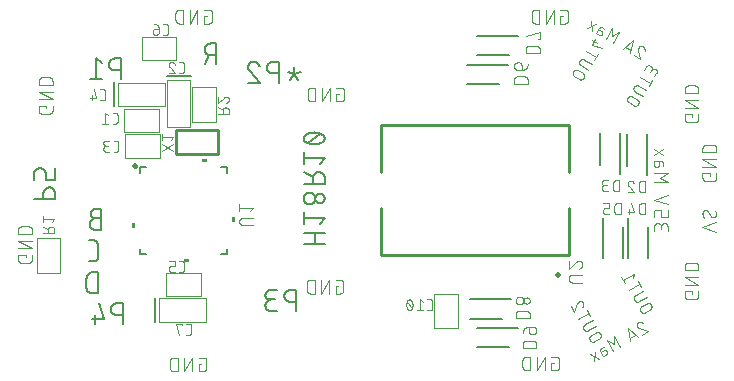
<source format=gbr>
G04 EAGLE Gerber RS-274X export*
G75*
%MOMM*%
%FSLAX34Y34*%
%LPD*%
%INSilkscreen Bottom*%
%IPPOS*%
%AMOC8*
5,1,8,0,0,1.08239X$1,22.5*%
G01*
%ADD10C,0.152400*%
%ADD11C,0.101600*%
%ADD12C,0.254000*%
%ADD13C,0.076200*%
%ADD14C,0.050800*%
%ADD15C,0.508000*%
%ADD16C,0.200000*%

G36*
X161492Y227554D02*
X161492Y227554D01*
X161494Y227553D01*
X161537Y227573D01*
X161581Y227591D01*
X161582Y227593D01*
X161584Y227594D01*
X161617Y227679D01*
X161617Y230219D01*
X161616Y230221D01*
X161616Y230223D01*
X161597Y230266D01*
X161578Y230310D01*
X161576Y230311D01*
X161575Y230313D01*
X161490Y230346D01*
X157680Y230346D01*
X157678Y230345D01*
X157676Y230345D01*
X157633Y230326D01*
X157590Y230307D01*
X157589Y230305D01*
X157587Y230304D01*
X157554Y230219D01*
X157554Y227679D01*
X157555Y227677D01*
X157554Y227675D01*
X157574Y227632D01*
X157592Y227589D01*
X157594Y227588D01*
X157595Y227586D01*
X157680Y227553D01*
X161490Y227553D01*
X161492Y227554D01*
G37*
G36*
X185771Y176999D02*
X185771Y176999D01*
X185773Y176998D01*
X185816Y177018D01*
X185860Y177036D01*
X185861Y177038D01*
X185863Y177039D01*
X185896Y177124D01*
X185896Y180934D01*
X185895Y180936D01*
X185895Y180938D01*
X185876Y180981D01*
X185857Y181025D01*
X185855Y181026D01*
X185854Y181028D01*
X185769Y181061D01*
X183229Y181061D01*
X183227Y181060D01*
X183225Y181060D01*
X183182Y181041D01*
X183139Y181022D01*
X183138Y181020D01*
X183136Y181019D01*
X183103Y180934D01*
X183103Y177124D01*
X183104Y177122D01*
X183103Y177120D01*
X183123Y177077D01*
X183141Y177034D01*
X183143Y177033D01*
X183144Y177031D01*
X183229Y176998D01*
X185769Y176998D01*
X185771Y176999D01*
G37*
G36*
X100935Y171998D02*
X100935Y171998D01*
X100937Y171997D01*
X100980Y172017D01*
X101024Y172035D01*
X101025Y172037D01*
X101027Y172038D01*
X101060Y172123D01*
X101060Y175933D01*
X101059Y175935D01*
X101059Y175937D01*
X101040Y175980D01*
X101021Y176024D01*
X101019Y176025D01*
X101018Y176027D01*
X100933Y176060D01*
X98393Y176060D01*
X98391Y176059D01*
X98389Y176059D01*
X98346Y176040D01*
X98303Y176021D01*
X98302Y176019D01*
X98300Y176018D01*
X98267Y175933D01*
X98267Y172123D01*
X98268Y172121D01*
X98267Y172119D01*
X98287Y172076D01*
X98305Y172033D01*
X98307Y172032D01*
X98308Y172030D01*
X98393Y171997D01*
X100933Y171997D01*
X100935Y171998D01*
G37*
G36*
X146489Y142718D02*
X146489Y142718D01*
X146491Y142717D01*
X146534Y142737D01*
X146578Y142755D01*
X146579Y142757D01*
X146581Y142758D01*
X146614Y142843D01*
X146614Y145383D01*
X146613Y145385D01*
X146613Y145387D01*
X146594Y145430D01*
X146575Y145474D01*
X146573Y145475D01*
X146572Y145477D01*
X146487Y145510D01*
X142677Y145510D01*
X142675Y145509D01*
X142673Y145509D01*
X142630Y145490D01*
X142587Y145471D01*
X142586Y145469D01*
X142584Y145468D01*
X142551Y145383D01*
X142551Y142843D01*
X142552Y142841D01*
X142551Y142839D01*
X142571Y142796D01*
X142589Y142753D01*
X142591Y142752D01*
X142592Y142750D01*
X142677Y142717D01*
X146487Y142717D01*
X146489Y142718D01*
G37*
D10*
X88932Y297625D02*
X88932Y315405D01*
X83993Y315405D01*
X83853Y315403D01*
X83714Y315397D01*
X83574Y315387D01*
X83435Y315373D01*
X83296Y315356D01*
X83158Y315334D01*
X83021Y315308D01*
X82884Y315279D01*
X82748Y315246D01*
X82614Y315209D01*
X82480Y315168D01*
X82348Y315123D01*
X82216Y315074D01*
X82087Y315022D01*
X81959Y314967D01*
X81832Y314907D01*
X81707Y314844D01*
X81584Y314778D01*
X81463Y314708D01*
X81344Y314635D01*
X81227Y314558D01*
X81113Y314478D01*
X81000Y314395D01*
X80890Y314309D01*
X80783Y314219D01*
X80678Y314127D01*
X80576Y314032D01*
X80476Y313934D01*
X80379Y313833D01*
X80285Y313729D01*
X80195Y313623D01*
X80107Y313514D01*
X80022Y313403D01*
X79941Y313289D01*
X79862Y313174D01*
X79787Y313056D01*
X79716Y312936D01*
X79648Y312813D01*
X79583Y312690D01*
X79522Y312564D01*
X79464Y312436D01*
X79410Y312308D01*
X79360Y312177D01*
X79313Y312045D01*
X79270Y311912D01*
X79231Y311778D01*
X79196Y311643D01*
X79165Y311507D01*
X79137Y311369D01*
X79114Y311232D01*
X79094Y311093D01*
X79078Y310954D01*
X79066Y310815D01*
X79058Y310676D01*
X79054Y310536D01*
X79054Y310396D01*
X79058Y310256D01*
X79066Y310117D01*
X79078Y309978D01*
X79094Y309839D01*
X79114Y309700D01*
X79137Y309563D01*
X79165Y309425D01*
X79196Y309289D01*
X79231Y309154D01*
X79270Y309020D01*
X79313Y308887D01*
X79360Y308755D01*
X79410Y308624D01*
X79464Y308496D01*
X79522Y308368D01*
X79583Y308242D01*
X79648Y308119D01*
X79716Y307997D01*
X79787Y307876D01*
X79862Y307758D01*
X79941Y307643D01*
X80022Y307529D01*
X80107Y307418D01*
X80195Y307309D01*
X80285Y307203D01*
X80379Y307099D01*
X80476Y306998D01*
X80576Y306900D01*
X80678Y306805D01*
X80783Y306713D01*
X80890Y306623D01*
X81000Y306537D01*
X81113Y306454D01*
X81227Y306374D01*
X81344Y306297D01*
X81463Y306224D01*
X81584Y306154D01*
X81707Y306088D01*
X81832Y306025D01*
X81959Y305965D01*
X82087Y305910D01*
X82216Y305858D01*
X82348Y305809D01*
X82480Y305764D01*
X82614Y305723D01*
X82748Y305686D01*
X82884Y305653D01*
X83021Y305624D01*
X83158Y305598D01*
X83296Y305576D01*
X83435Y305559D01*
X83574Y305545D01*
X83714Y305535D01*
X83853Y305529D01*
X83993Y305527D01*
X88932Y305527D01*
X72937Y311453D02*
X67998Y315405D01*
X67998Y297625D01*
X72937Y297625D02*
X63059Y297625D01*
X235816Y301904D02*
X235816Y307830D01*
X235816Y301904D02*
X232359Y297459D01*
X235816Y301904D02*
X239274Y297459D01*
X235816Y301904D02*
X230384Y303879D01*
X235816Y301904D02*
X241249Y303879D01*
X222691Y294989D02*
X222691Y312769D01*
X217752Y312769D01*
X217612Y312767D01*
X217473Y312761D01*
X217333Y312751D01*
X217194Y312737D01*
X217055Y312720D01*
X216917Y312698D01*
X216780Y312672D01*
X216643Y312643D01*
X216507Y312610D01*
X216373Y312573D01*
X216239Y312532D01*
X216107Y312487D01*
X215975Y312438D01*
X215846Y312386D01*
X215718Y312331D01*
X215591Y312271D01*
X215466Y312208D01*
X215343Y312142D01*
X215222Y312072D01*
X215103Y311999D01*
X214986Y311922D01*
X214872Y311842D01*
X214759Y311759D01*
X214649Y311673D01*
X214542Y311583D01*
X214437Y311491D01*
X214335Y311396D01*
X214235Y311298D01*
X214138Y311197D01*
X214044Y311093D01*
X213954Y310987D01*
X213866Y310878D01*
X213781Y310767D01*
X213700Y310653D01*
X213621Y310538D01*
X213546Y310420D01*
X213475Y310300D01*
X213407Y310177D01*
X213342Y310054D01*
X213281Y309928D01*
X213223Y309800D01*
X213169Y309672D01*
X213119Y309541D01*
X213072Y309409D01*
X213029Y309276D01*
X212990Y309142D01*
X212955Y309007D01*
X212924Y308871D01*
X212896Y308733D01*
X212873Y308596D01*
X212853Y308457D01*
X212837Y308318D01*
X212825Y308179D01*
X212817Y308040D01*
X212813Y307900D01*
X212813Y307760D01*
X212817Y307620D01*
X212825Y307481D01*
X212837Y307342D01*
X212853Y307203D01*
X212873Y307064D01*
X212896Y306927D01*
X212924Y306789D01*
X212955Y306653D01*
X212990Y306518D01*
X213029Y306384D01*
X213072Y306251D01*
X213119Y306119D01*
X213169Y305988D01*
X213223Y305860D01*
X213281Y305732D01*
X213342Y305606D01*
X213407Y305483D01*
X213475Y305361D01*
X213546Y305240D01*
X213621Y305122D01*
X213700Y305007D01*
X213781Y304893D01*
X213866Y304782D01*
X213954Y304673D01*
X214044Y304567D01*
X214138Y304463D01*
X214235Y304362D01*
X214335Y304264D01*
X214437Y304169D01*
X214542Y304077D01*
X214649Y303987D01*
X214759Y303901D01*
X214872Y303818D01*
X214986Y303738D01*
X215103Y303661D01*
X215222Y303588D01*
X215343Y303518D01*
X215466Y303452D01*
X215591Y303389D01*
X215718Y303329D01*
X215846Y303274D01*
X215975Y303222D01*
X216107Y303173D01*
X216239Y303128D01*
X216373Y303087D01*
X216507Y303050D01*
X216643Y303017D01*
X216780Y302988D01*
X216917Y302962D01*
X217055Y302940D01*
X217194Y302923D01*
X217333Y302909D01*
X217473Y302899D01*
X217612Y302893D01*
X217752Y302891D01*
X222691Y302891D01*
X201263Y312769D02*
X201131Y312767D01*
X201000Y312761D01*
X200868Y312751D01*
X200737Y312738D01*
X200607Y312720D01*
X200477Y312699D01*
X200347Y312674D01*
X200219Y312645D01*
X200091Y312612D01*
X199965Y312575D01*
X199839Y312535D01*
X199715Y312491D01*
X199592Y312443D01*
X199471Y312392D01*
X199351Y312337D01*
X199233Y312279D01*
X199117Y312217D01*
X199003Y312151D01*
X198890Y312083D01*
X198780Y312011D01*
X198672Y311936D01*
X198566Y311857D01*
X198462Y311776D01*
X198361Y311691D01*
X198263Y311604D01*
X198167Y311513D01*
X198074Y311420D01*
X197983Y311324D01*
X197896Y311226D01*
X197811Y311125D01*
X197730Y311021D01*
X197651Y310915D01*
X197576Y310807D01*
X197504Y310697D01*
X197436Y310584D01*
X197370Y310470D01*
X197308Y310354D01*
X197250Y310236D01*
X197195Y310116D01*
X197144Y309995D01*
X197096Y309872D01*
X197052Y309748D01*
X197012Y309622D01*
X196975Y309496D01*
X196942Y309368D01*
X196913Y309240D01*
X196888Y309110D01*
X196867Y308980D01*
X196849Y308850D01*
X196836Y308719D01*
X196826Y308587D01*
X196820Y308456D01*
X196818Y308324D01*
X201263Y312770D02*
X201413Y312768D01*
X201562Y312762D01*
X201711Y312752D01*
X201860Y312739D01*
X202009Y312721D01*
X202157Y312700D01*
X202305Y312674D01*
X202451Y312645D01*
X202597Y312612D01*
X202742Y312575D01*
X202886Y312534D01*
X203029Y312490D01*
X203171Y312442D01*
X203311Y312390D01*
X203450Y312335D01*
X203588Y312276D01*
X203723Y312213D01*
X203858Y312147D01*
X203990Y312077D01*
X204120Y312004D01*
X204249Y311927D01*
X204376Y311847D01*
X204500Y311764D01*
X204622Y311678D01*
X204742Y311588D01*
X204859Y311495D01*
X204974Y311400D01*
X205087Y311301D01*
X205197Y311199D01*
X205304Y311095D01*
X205408Y310988D01*
X205510Y310878D01*
X205608Y310765D01*
X205704Y310650D01*
X205796Y310532D01*
X205886Y310412D01*
X205972Y310290D01*
X206055Y310166D01*
X206135Y310039D01*
X206211Y309911D01*
X206284Y309780D01*
X206354Y309647D01*
X206420Y309513D01*
X206482Y309377D01*
X206541Y309240D01*
X206597Y309101D01*
X206648Y308960D01*
X206696Y308819D01*
X198301Y304867D02*
X198205Y304960D01*
X198113Y305056D01*
X198023Y305155D01*
X197936Y305256D01*
X197852Y305359D01*
X197770Y305464D01*
X197692Y305572D01*
X197617Y305682D01*
X197544Y305794D01*
X197475Y305908D01*
X197409Y306024D01*
X197347Y306142D01*
X197288Y306261D01*
X197232Y306382D01*
X197179Y306505D01*
X197130Y306629D01*
X197085Y306754D01*
X197042Y306881D01*
X197004Y307008D01*
X196969Y307137D01*
X196938Y307266D01*
X196910Y307397D01*
X196886Y307528D01*
X196865Y307660D01*
X196849Y307792D01*
X196836Y307925D01*
X196826Y308058D01*
X196821Y308191D01*
X196819Y308324D01*
X198300Y304867D02*
X206696Y294989D01*
X196818Y294989D01*
X33369Y196409D02*
X15589Y196409D01*
X33369Y196409D02*
X33369Y201348D01*
X33367Y201488D01*
X33361Y201627D01*
X33351Y201767D01*
X33337Y201906D01*
X33320Y202045D01*
X33298Y202183D01*
X33272Y202320D01*
X33243Y202457D01*
X33210Y202593D01*
X33173Y202727D01*
X33132Y202861D01*
X33087Y202993D01*
X33038Y203125D01*
X32986Y203254D01*
X32931Y203382D01*
X32871Y203509D01*
X32808Y203634D01*
X32742Y203757D01*
X32672Y203878D01*
X32599Y203997D01*
X32522Y204114D01*
X32442Y204228D01*
X32359Y204341D01*
X32273Y204451D01*
X32183Y204558D01*
X32091Y204663D01*
X31996Y204765D01*
X31898Y204865D01*
X31797Y204962D01*
X31693Y205056D01*
X31587Y205146D01*
X31478Y205234D01*
X31367Y205319D01*
X31253Y205400D01*
X31138Y205479D01*
X31020Y205554D01*
X30900Y205625D01*
X30777Y205693D01*
X30654Y205758D01*
X30528Y205819D01*
X30400Y205877D01*
X30272Y205931D01*
X30141Y205981D01*
X30009Y206028D01*
X29876Y206071D01*
X29742Y206110D01*
X29607Y206145D01*
X29471Y206176D01*
X29333Y206204D01*
X29196Y206227D01*
X29057Y206247D01*
X28918Y206263D01*
X28779Y206275D01*
X28640Y206283D01*
X28500Y206287D01*
X28360Y206287D01*
X28220Y206283D01*
X28081Y206275D01*
X27942Y206263D01*
X27803Y206247D01*
X27664Y206227D01*
X27527Y206204D01*
X27389Y206176D01*
X27253Y206145D01*
X27118Y206110D01*
X26984Y206071D01*
X26851Y206028D01*
X26719Y205981D01*
X26588Y205931D01*
X26460Y205877D01*
X26332Y205819D01*
X26206Y205758D01*
X26083Y205693D01*
X25960Y205625D01*
X25840Y205554D01*
X25722Y205479D01*
X25607Y205400D01*
X25493Y205319D01*
X25382Y205234D01*
X25273Y205146D01*
X25167Y205056D01*
X25063Y204962D01*
X24962Y204865D01*
X24864Y204765D01*
X24769Y204663D01*
X24677Y204558D01*
X24587Y204451D01*
X24501Y204341D01*
X24418Y204228D01*
X24338Y204114D01*
X24261Y203997D01*
X24188Y203878D01*
X24118Y203757D01*
X24052Y203634D01*
X23989Y203509D01*
X23929Y203382D01*
X23874Y203254D01*
X23822Y203125D01*
X23773Y202993D01*
X23728Y202861D01*
X23687Y202727D01*
X23650Y202593D01*
X23617Y202457D01*
X23588Y202320D01*
X23562Y202183D01*
X23540Y202045D01*
X23523Y201906D01*
X23509Y201767D01*
X23499Y201627D01*
X23493Y201488D01*
X23491Y201348D01*
X23491Y196409D01*
X15589Y212404D02*
X15589Y218331D01*
X15591Y218455D01*
X15597Y218579D01*
X15607Y218703D01*
X15620Y218826D01*
X15638Y218949D01*
X15659Y219071D01*
X15684Y219193D01*
X15713Y219314D01*
X15746Y219433D01*
X15782Y219552D01*
X15823Y219669D01*
X15866Y219785D01*
X15914Y219900D01*
X15965Y220013D01*
X16020Y220125D01*
X16078Y220234D01*
X16139Y220342D01*
X16204Y220448D01*
X16272Y220552D01*
X16344Y220653D01*
X16418Y220753D01*
X16496Y220849D01*
X16576Y220944D01*
X16660Y221036D01*
X16746Y221125D01*
X16835Y221211D01*
X16927Y221295D01*
X17022Y221375D01*
X17118Y221453D01*
X17218Y221527D01*
X17319Y221599D01*
X17423Y221667D01*
X17529Y221732D01*
X17637Y221793D01*
X17746Y221851D01*
X17858Y221906D01*
X17971Y221957D01*
X18086Y222005D01*
X18202Y222048D01*
X18319Y222089D01*
X18438Y222125D01*
X18557Y222158D01*
X18678Y222187D01*
X18800Y222212D01*
X18922Y222233D01*
X19045Y222251D01*
X19168Y222264D01*
X19292Y222274D01*
X19416Y222280D01*
X19540Y222282D01*
X21516Y222282D01*
X21640Y222280D01*
X21764Y222274D01*
X21888Y222264D01*
X22011Y222251D01*
X22134Y222233D01*
X22256Y222212D01*
X22378Y222187D01*
X22499Y222158D01*
X22618Y222125D01*
X22737Y222089D01*
X22854Y222048D01*
X22970Y222005D01*
X23085Y221957D01*
X23198Y221906D01*
X23310Y221851D01*
X23419Y221793D01*
X23527Y221732D01*
X23633Y221667D01*
X23737Y221599D01*
X23838Y221527D01*
X23938Y221453D01*
X24034Y221375D01*
X24129Y221295D01*
X24221Y221211D01*
X24310Y221125D01*
X24396Y221036D01*
X24480Y220944D01*
X24560Y220849D01*
X24638Y220753D01*
X24712Y220653D01*
X24784Y220552D01*
X24852Y220448D01*
X24917Y220342D01*
X24978Y220234D01*
X25036Y220125D01*
X25091Y220013D01*
X25142Y219900D01*
X25190Y219785D01*
X25233Y219669D01*
X25274Y219552D01*
X25310Y219433D01*
X25343Y219314D01*
X25372Y219193D01*
X25397Y219071D01*
X25418Y218949D01*
X25436Y218826D01*
X25449Y218703D01*
X25459Y218579D01*
X25465Y218455D01*
X25467Y218331D01*
X25467Y212404D01*
X33369Y212404D01*
X33369Y222282D01*
X90519Y108236D02*
X90519Y90456D01*
X90519Y108236D02*
X85580Y108236D01*
X85440Y108234D01*
X85301Y108228D01*
X85161Y108218D01*
X85022Y108204D01*
X84883Y108187D01*
X84745Y108165D01*
X84608Y108139D01*
X84471Y108110D01*
X84335Y108077D01*
X84201Y108040D01*
X84067Y107999D01*
X83935Y107954D01*
X83803Y107905D01*
X83674Y107853D01*
X83546Y107798D01*
X83419Y107738D01*
X83294Y107675D01*
X83171Y107609D01*
X83050Y107539D01*
X82931Y107466D01*
X82814Y107389D01*
X82700Y107309D01*
X82587Y107226D01*
X82477Y107140D01*
X82370Y107050D01*
X82265Y106958D01*
X82163Y106863D01*
X82063Y106765D01*
X81966Y106664D01*
X81872Y106560D01*
X81782Y106454D01*
X81694Y106345D01*
X81609Y106234D01*
X81528Y106120D01*
X81449Y106005D01*
X81374Y105887D01*
X81303Y105766D01*
X81235Y105644D01*
X81170Y105521D01*
X81109Y105395D01*
X81051Y105267D01*
X80997Y105139D01*
X80947Y105008D01*
X80900Y104876D01*
X80857Y104743D01*
X80818Y104609D01*
X80783Y104474D01*
X80752Y104338D01*
X80724Y104200D01*
X80701Y104063D01*
X80681Y103924D01*
X80665Y103785D01*
X80653Y103646D01*
X80645Y103507D01*
X80641Y103367D01*
X80641Y103227D01*
X80645Y103087D01*
X80653Y102948D01*
X80665Y102809D01*
X80681Y102670D01*
X80701Y102531D01*
X80724Y102394D01*
X80752Y102256D01*
X80783Y102120D01*
X80818Y101985D01*
X80857Y101851D01*
X80900Y101718D01*
X80947Y101586D01*
X80997Y101455D01*
X81051Y101327D01*
X81109Y101199D01*
X81170Y101073D01*
X81235Y100950D01*
X81303Y100827D01*
X81374Y100707D01*
X81449Y100589D01*
X81528Y100474D01*
X81609Y100360D01*
X81694Y100249D01*
X81782Y100140D01*
X81872Y100034D01*
X81966Y99930D01*
X82063Y99829D01*
X82163Y99731D01*
X82265Y99636D01*
X82370Y99544D01*
X82477Y99454D01*
X82587Y99368D01*
X82700Y99285D01*
X82814Y99205D01*
X82931Y99128D01*
X83050Y99055D01*
X83171Y98985D01*
X83294Y98919D01*
X83419Y98856D01*
X83546Y98796D01*
X83674Y98741D01*
X83803Y98689D01*
X83935Y98640D01*
X84067Y98595D01*
X84201Y98554D01*
X84335Y98517D01*
X84471Y98484D01*
X84608Y98455D01*
X84745Y98429D01*
X84883Y98407D01*
X85022Y98390D01*
X85161Y98376D01*
X85301Y98366D01*
X85440Y98360D01*
X85580Y98358D01*
X90519Y98358D01*
X74524Y94407D02*
X70573Y108236D01*
X74524Y94407D02*
X64646Y94407D01*
X67610Y98358D02*
X67610Y90456D01*
X237363Y101568D02*
X237363Y119348D01*
X232424Y119348D01*
X232284Y119346D01*
X232145Y119340D01*
X232005Y119330D01*
X231866Y119316D01*
X231727Y119299D01*
X231589Y119277D01*
X231452Y119251D01*
X231315Y119222D01*
X231179Y119189D01*
X231045Y119152D01*
X230911Y119111D01*
X230779Y119066D01*
X230647Y119017D01*
X230518Y118965D01*
X230390Y118910D01*
X230263Y118850D01*
X230138Y118787D01*
X230015Y118721D01*
X229894Y118651D01*
X229775Y118578D01*
X229658Y118501D01*
X229544Y118421D01*
X229431Y118338D01*
X229321Y118252D01*
X229214Y118162D01*
X229109Y118070D01*
X229007Y117975D01*
X228907Y117877D01*
X228810Y117776D01*
X228716Y117672D01*
X228626Y117566D01*
X228538Y117457D01*
X228453Y117346D01*
X228372Y117232D01*
X228293Y117117D01*
X228218Y116999D01*
X228147Y116878D01*
X228079Y116756D01*
X228014Y116633D01*
X227953Y116507D01*
X227895Y116379D01*
X227841Y116251D01*
X227791Y116120D01*
X227744Y115988D01*
X227701Y115855D01*
X227662Y115721D01*
X227627Y115586D01*
X227596Y115450D01*
X227568Y115312D01*
X227545Y115175D01*
X227525Y115036D01*
X227509Y114897D01*
X227497Y114758D01*
X227489Y114619D01*
X227485Y114479D01*
X227485Y114339D01*
X227489Y114199D01*
X227497Y114060D01*
X227509Y113921D01*
X227525Y113782D01*
X227545Y113643D01*
X227568Y113506D01*
X227596Y113368D01*
X227627Y113232D01*
X227662Y113097D01*
X227701Y112963D01*
X227744Y112830D01*
X227791Y112698D01*
X227841Y112567D01*
X227895Y112439D01*
X227953Y112311D01*
X228014Y112185D01*
X228079Y112062D01*
X228147Y111939D01*
X228218Y111819D01*
X228293Y111701D01*
X228372Y111586D01*
X228453Y111472D01*
X228538Y111361D01*
X228626Y111252D01*
X228716Y111146D01*
X228810Y111042D01*
X228907Y110941D01*
X229007Y110843D01*
X229109Y110748D01*
X229214Y110656D01*
X229321Y110566D01*
X229431Y110480D01*
X229544Y110397D01*
X229658Y110317D01*
X229775Y110240D01*
X229894Y110167D01*
X230015Y110097D01*
X230138Y110031D01*
X230263Y109968D01*
X230390Y109908D01*
X230518Y109853D01*
X230647Y109801D01*
X230779Y109752D01*
X230911Y109707D01*
X231045Y109666D01*
X231179Y109629D01*
X231315Y109596D01*
X231452Y109567D01*
X231589Y109541D01*
X231727Y109519D01*
X231866Y109502D01*
X232005Y109488D01*
X232145Y109478D01*
X232284Y109472D01*
X232424Y109470D01*
X237363Y109470D01*
X221368Y101568D02*
X216429Y101568D01*
X216289Y101570D01*
X216150Y101576D01*
X216010Y101586D01*
X215871Y101600D01*
X215732Y101617D01*
X215594Y101639D01*
X215457Y101665D01*
X215320Y101694D01*
X215184Y101727D01*
X215050Y101764D01*
X214916Y101805D01*
X214784Y101850D01*
X214652Y101899D01*
X214523Y101951D01*
X214395Y102006D01*
X214268Y102066D01*
X214143Y102129D01*
X214020Y102195D01*
X213899Y102265D01*
X213780Y102338D01*
X213663Y102415D01*
X213549Y102495D01*
X213436Y102578D01*
X213326Y102664D01*
X213219Y102754D01*
X213114Y102846D01*
X213012Y102941D01*
X212912Y103039D01*
X212815Y103140D01*
X212721Y103244D01*
X212631Y103350D01*
X212543Y103459D01*
X212458Y103570D01*
X212377Y103684D01*
X212298Y103799D01*
X212223Y103917D01*
X212152Y104037D01*
X212084Y104160D01*
X212019Y104283D01*
X211958Y104409D01*
X211900Y104537D01*
X211846Y104665D01*
X211796Y104796D01*
X211749Y104928D01*
X211706Y105061D01*
X211667Y105195D01*
X211632Y105330D01*
X211601Y105466D01*
X211573Y105604D01*
X211550Y105741D01*
X211530Y105880D01*
X211514Y106019D01*
X211502Y106158D01*
X211494Y106297D01*
X211490Y106437D01*
X211490Y106577D01*
X211494Y106717D01*
X211502Y106856D01*
X211514Y106995D01*
X211530Y107134D01*
X211550Y107273D01*
X211573Y107410D01*
X211601Y107548D01*
X211632Y107684D01*
X211667Y107819D01*
X211706Y107953D01*
X211749Y108086D01*
X211796Y108218D01*
X211846Y108349D01*
X211900Y108477D01*
X211958Y108605D01*
X212019Y108731D01*
X212084Y108854D01*
X212152Y108976D01*
X212223Y109097D01*
X212298Y109215D01*
X212377Y109330D01*
X212458Y109444D01*
X212543Y109555D01*
X212631Y109664D01*
X212721Y109770D01*
X212815Y109874D01*
X212912Y109975D01*
X213012Y110073D01*
X213114Y110168D01*
X213219Y110260D01*
X213326Y110350D01*
X213436Y110436D01*
X213549Y110519D01*
X213663Y110599D01*
X213780Y110676D01*
X213899Y110749D01*
X214020Y110819D01*
X214143Y110885D01*
X214268Y110948D01*
X214395Y111008D01*
X214523Y111063D01*
X214652Y111115D01*
X214784Y111164D01*
X214916Y111209D01*
X215050Y111250D01*
X215184Y111287D01*
X215320Y111320D01*
X215457Y111349D01*
X215594Y111375D01*
X215732Y111397D01*
X215871Y111414D01*
X216010Y111428D01*
X216150Y111438D01*
X216289Y111444D01*
X216429Y111446D01*
X215441Y119348D02*
X221368Y119348D01*
X215441Y119348D02*
X215317Y119346D01*
X215193Y119340D01*
X215069Y119330D01*
X214946Y119317D01*
X214823Y119299D01*
X214701Y119278D01*
X214579Y119253D01*
X214458Y119224D01*
X214339Y119191D01*
X214220Y119155D01*
X214103Y119114D01*
X213987Y119071D01*
X213872Y119023D01*
X213759Y118972D01*
X213647Y118917D01*
X213538Y118859D01*
X213430Y118798D01*
X213324Y118733D01*
X213220Y118665D01*
X213119Y118593D01*
X213019Y118519D01*
X212923Y118441D01*
X212828Y118361D01*
X212736Y118277D01*
X212647Y118191D01*
X212561Y118102D01*
X212477Y118010D01*
X212397Y117915D01*
X212319Y117819D01*
X212245Y117719D01*
X212173Y117618D01*
X212105Y117514D01*
X212040Y117408D01*
X211979Y117300D01*
X211921Y117191D01*
X211866Y117079D01*
X211815Y116966D01*
X211767Y116851D01*
X211724Y116735D01*
X211683Y116618D01*
X211647Y116499D01*
X211614Y116380D01*
X211585Y116259D01*
X211560Y116137D01*
X211539Y116015D01*
X211521Y115892D01*
X211508Y115769D01*
X211498Y115645D01*
X211492Y115521D01*
X211490Y115397D01*
X211492Y115273D01*
X211498Y115149D01*
X211508Y115025D01*
X211521Y114902D01*
X211539Y114779D01*
X211560Y114657D01*
X211585Y114535D01*
X211614Y114414D01*
X211647Y114295D01*
X211683Y114176D01*
X211724Y114059D01*
X211767Y113943D01*
X211815Y113828D01*
X211866Y113715D01*
X211921Y113603D01*
X211979Y113494D01*
X212040Y113386D01*
X212105Y113280D01*
X212173Y113176D01*
X212245Y113075D01*
X212319Y112975D01*
X212397Y112879D01*
X212477Y112784D01*
X212561Y112692D01*
X212647Y112603D01*
X212736Y112517D01*
X212828Y112433D01*
X212923Y112353D01*
X213019Y112275D01*
X213119Y112201D01*
X213220Y112129D01*
X213324Y112061D01*
X213430Y111996D01*
X213538Y111935D01*
X213647Y111877D01*
X213759Y111822D01*
X213872Y111771D01*
X213987Y111723D01*
X214103Y111680D01*
X214220Y111639D01*
X214339Y111603D01*
X214458Y111570D01*
X214579Y111541D01*
X214701Y111516D01*
X214823Y111495D01*
X214946Y111477D01*
X215069Y111464D01*
X215193Y111454D01*
X215317Y111448D01*
X215441Y111446D01*
X219392Y111446D01*
X243859Y157976D02*
X261639Y157976D01*
X253737Y157976D02*
X253737Y167853D01*
X261639Y167853D02*
X243859Y167853D01*
X257688Y175284D02*
X261639Y180223D01*
X243859Y180223D01*
X243859Y175284D02*
X243859Y185162D01*
X248798Y192035D02*
X248938Y192037D01*
X249077Y192043D01*
X249217Y192053D01*
X249356Y192067D01*
X249495Y192084D01*
X249633Y192106D01*
X249770Y192132D01*
X249907Y192161D01*
X250043Y192194D01*
X250177Y192231D01*
X250311Y192272D01*
X250443Y192317D01*
X250575Y192366D01*
X250704Y192418D01*
X250832Y192473D01*
X250959Y192533D01*
X251084Y192596D01*
X251207Y192662D01*
X251328Y192732D01*
X251447Y192805D01*
X251564Y192882D01*
X251678Y192962D01*
X251791Y193045D01*
X251901Y193131D01*
X252008Y193221D01*
X252113Y193313D01*
X252215Y193408D01*
X252315Y193506D01*
X252412Y193607D01*
X252506Y193711D01*
X252596Y193817D01*
X252684Y193926D01*
X252769Y194037D01*
X252850Y194151D01*
X252929Y194266D01*
X253004Y194384D01*
X253075Y194505D01*
X253143Y194627D01*
X253208Y194750D01*
X253269Y194876D01*
X253327Y195004D01*
X253381Y195132D01*
X253431Y195263D01*
X253478Y195395D01*
X253521Y195528D01*
X253560Y195662D01*
X253595Y195797D01*
X253626Y195933D01*
X253654Y196071D01*
X253677Y196208D01*
X253697Y196347D01*
X253713Y196486D01*
X253725Y196625D01*
X253733Y196764D01*
X253737Y196904D01*
X253737Y197044D01*
X253733Y197184D01*
X253725Y197323D01*
X253713Y197462D01*
X253697Y197601D01*
X253677Y197740D01*
X253654Y197877D01*
X253626Y198015D01*
X253595Y198151D01*
X253560Y198286D01*
X253521Y198420D01*
X253478Y198553D01*
X253431Y198685D01*
X253381Y198816D01*
X253327Y198944D01*
X253269Y199072D01*
X253208Y199198D01*
X253143Y199321D01*
X253075Y199444D01*
X253004Y199564D01*
X252929Y199682D01*
X252850Y199797D01*
X252769Y199911D01*
X252684Y200022D01*
X252596Y200131D01*
X252506Y200237D01*
X252412Y200341D01*
X252315Y200442D01*
X252215Y200540D01*
X252113Y200635D01*
X252008Y200727D01*
X251901Y200817D01*
X251791Y200903D01*
X251678Y200986D01*
X251564Y201066D01*
X251447Y201143D01*
X251328Y201216D01*
X251207Y201286D01*
X251084Y201352D01*
X250959Y201415D01*
X250832Y201475D01*
X250704Y201530D01*
X250575Y201582D01*
X250443Y201631D01*
X250311Y201676D01*
X250177Y201717D01*
X250043Y201754D01*
X249907Y201787D01*
X249770Y201816D01*
X249633Y201842D01*
X249495Y201864D01*
X249356Y201881D01*
X249217Y201895D01*
X249077Y201905D01*
X248938Y201911D01*
X248798Y201913D01*
X248658Y201911D01*
X248519Y201905D01*
X248379Y201895D01*
X248240Y201881D01*
X248101Y201864D01*
X247963Y201842D01*
X247826Y201816D01*
X247689Y201787D01*
X247553Y201754D01*
X247419Y201717D01*
X247285Y201676D01*
X247153Y201631D01*
X247021Y201582D01*
X246892Y201530D01*
X246764Y201475D01*
X246637Y201415D01*
X246512Y201352D01*
X246389Y201286D01*
X246268Y201216D01*
X246149Y201143D01*
X246032Y201066D01*
X245918Y200986D01*
X245805Y200903D01*
X245695Y200817D01*
X245588Y200727D01*
X245483Y200635D01*
X245381Y200540D01*
X245281Y200442D01*
X245184Y200341D01*
X245090Y200237D01*
X245000Y200131D01*
X244912Y200022D01*
X244827Y199911D01*
X244746Y199797D01*
X244667Y199682D01*
X244592Y199564D01*
X244521Y199444D01*
X244453Y199321D01*
X244388Y199198D01*
X244327Y199072D01*
X244269Y198944D01*
X244215Y198816D01*
X244165Y198685D01*
X244118Y198553D01*
X244075Y198420D01*
X244036Y198286D01*
X244001Y198151D01*
X243970Y198015D01*
X243942Y197877D01*
X243919Y197740D01*
X243899Y197601D01*
X243883Y197462D01*
X243871Y197323D01*
X243863Y197184D01*
X243859Y197044D01*
X243859Y196904D01*
X243863Y196764D01*
X243871Y196625D01*
X243883Y196486D01*
X243899Y196347D01*
X243919Y196208D01*
X243942Y196071D01*
X243970Y195933D01*
X244001Y195797D01*
X244036Y195662D01*
X244075Y195528D01*
X244118Y195395D01*
X244165Y195263D01*
X244215Y195132D01*
X244269Y195004D01*
X244327Y194876D01*
X244388Y194750D01*
X244453Y194627D01*
X244521Y194504D01*
X244592Y194384D01*
X244667Y194266D01*
X244746Y194151D01*
X244827Y194037D01*
X244912Y193926D01*
X245000Y193817D01*
X245090Y193711D01*
X245184Y193607D01*
X245281Y193506D01*
X245381Y193408D01*
X245483Y193313D01*
X245588Y193221D01*
X245695Y193131D01*
X245805Y193045D01*
X245918Y192962D01*
X246032Y192882D01*
X246149Y192805D01*
X246268Y192732D01*
X246389Y192662D01*
X246512Y192596D01*
X246637Y192533D01*
X246764Y192473D01*
X246892Y192418D01*
X247021Y192366D01*
X247153Y192317D01*
X247285Y192272D01*
X247419Y192231D01*
X247553Y192194D01*
X247689Y192161D01*
X247826Y192132D01*
X247963Y192106D01*
X248101Y192084D01*
X248240Y192067D01*
X248379Y192053D01*
X248519Y192043D01*
X248658Y192037D01*
X248798Y192035D01*
X257688Y193023D02*
X257812Y193025D01*
X257936Y193031D01*
X258060Y193041D01*
X258183Y193054D01*
X258306Y193072D01*
X258428Y193093D01*
X258550Y193118D01*
X258671Y193147D01*
X258790Y193180D01*
X258909Y193216D01*
X259026Y193257D01*
X259142Y193300D01*
X259257Y193348D01*
X259370Y193399D01*
X259482Y193454D01*
X259591Y193512D01*
X259699Y193573D01*
X259805Y193638D01*
X259909Y193706D01*
X260010Y193778D01*
X260110Y193852D01*
X260206Y193930D01*
X260301Y194010D01*
X260393Y194094D01*
X260482Y194180D01*
X260568Y194269D01*
X260652Y194361D01*
X260732Y194456D01*
X260810Y194552D01*
X260884Y194652D01*
X260956Y194753D01*
X261024Y194857D01*
X261089Y194963D01*
X261150Y195071D01*
X261208Y195180D01*
X261263Y195292D01*
X261314Y195405D01*
X261362Y195520D01*
X261405Y195636D01*
X261446Y195753D01*
X261482Y195872D01*
X261515Y195991D01*
X261544Y196112D01*
X261569Y196234D01*
X261590Y196356D01*
X261608Y196479D01*
X261621Y196602D01*
X261631Y196726D01*
X261637Y196850D01*
X261639Y196974D01*
X261637Y197098D01*
X261631Y197222D01*
X261621Y197346D01*
X261608Y197469D01*
X261590Y197592D01*
X261569Y197714D01*
X261544Y197836D01*
X261515Y197957D01*
X261482Y198076D01*
X261446Y198195D01*
X261405Y198312D01*
X261362Y198428D01*
X261314Y198543D01*
X261263Y198656D01*
X261208Y198768D01*
X261150Y198877D01*
X261089Y198985D01*
X261024Y199091D01*
X260956Y199195D01*
X260884Y199296D01*
X260810Y199396D01*
X260732Y199492D01*
X260652Y199587D01*
X260568Y199679D01*
X260482Y199768D01*
X260393Y199854D01*
X260301Y199938D01*
X260206Y200018D01*
X260110Y200096D01*
X260010Y200170D01*
X259909Y200242D01*
X259805Y200310D01*
X259699Y200375D01*
X259591Y200436D01*
X259482Y200494D01*
X259370Y200549D01*
X259257Y200600D01*
X259142Y200648D01*
X259026Y200691D01*
X258909Y200732D01*
X258790Y200768D01*
X258671Y200801D01*
X258550Y200830D01*
X258428Y200855D01*
X258306Y200876D01*
X258183Y200894D01*
X258060Y200907D01*
X257936Y200917D01*
X257812Y200923D01*
X257688Y200925D01*
X257564Y200923D01*
X257440Y200917D01*
X257316Y200907D01*
X257193Y200894D01*
X257070Y200876D01*
X256948Y200855D01*
X256826Y200830D01*
X256705Y200801D01*
X256586Y200768D01*
X256467Y200732D01*
X256350Y200691D01*
X256234Y200648D01*
X256119Y200600D01*
X256006Y200549D01*
X255894Y200494D01*
X255785Y200436D01*
X255677Y200375D01*
X255571Y200310D01*
X255467Y200242D01*
X255366Y200170D01*
X255266Y200096D01*
X255170Y200018D01*
X255075Y199938D01*
X254983Y199854D01*
X254894Y199768D01*
X254808Y199679D01*
X254724Y199587D01*
X254644Y199492D01*
X254566Y199396D01*
X254492Y199296D01*
X254420Y199195D01*
X254352Y199091D01*
X254287Y198985D01*
X254226Y198877D01*
X254168Y198768D01*
X254113Y198656D01*
X254062Y198543D01*
X254014Y198428D01*
X253971Y198312D01*
X253930Y198195D01*
X253894Y198076D01*
X253861Y197957D01*
X253832Y197836D01*
X253807Y197714D01*
X253786Y197592D01*
X253768Y197469D01*
X253755Y197346D01*
X253745Y197222D01*
X253739Y197098D01*
X253737Y196974D01*
X253739Y196850D01*
X253745Y196726D01*
X253755Y196602D01*
X253768Y196479D01*
X253786Y196356D01*
X253807Y196234D01*
X253832Y196112D01*
X253861Y195991D01*
X253894Y195872D01*
X253930Y195753D01*
X253971Y195636D01*
X254014Y195520D01*
X254062Y195405D01*
X254113Y195292D01*
X254168Y195180D01*
X254226Y195071D01*
X254287Y194963D01*
X254352Y194857D01*
X254420Y194753D01*
X254492Y194652D01*
X254566Y194552D01*
X254644Y194456D01*
X254724Y194361D01*
X254808Y194269D01*
X254894Y194180D01*
X254983Y194094D01*
X255075Y194010D01*
X255170Y193930D01*
X255266Y193852D01*
X255366Y193778D01*
X255467Y193706D01*
X255571Y193638D01*
X255677Y193573D01*
X255785Y193512D01*
X255894Y193454D01*
X256006Y193399D01*
X256119Y193348D01*
X256234Y193300D01*
X256350Y193257D01*
X256467Y193216D01*
X256586Y193180D01*
X256705Y193147D01*
X256826Y193118D01*
X256948Y193093D01*
X257070Y193072D01*
X257193Y193054D01*
X257316Y193041D01*
X257440Y193031D01*
X257564Y193025D01*
X257688Y193023D01*
X261639Y209429D02*
X243859Y209429D01*
X261639Y209429D02*
X261639Y214368D01*
X261637Y214508D01*
X261631Y214647D01*
X261621Y214787D01*
X261607Y214926D01*
X261590Y215065D01*
X261568Y215203D01*
X261542Y215340D01*
X261513Y215477D01*
X261480Y215613D01*
X261443Y215747D01*
X261402Y215881D01*
X261357Y216013D01*
X261308Y216145D01*
X261256Y216274D01*
X261201Y216402D01*
X261141Y216529D01*
X261078Y216654D01*
X261012Y216777D01*
X260942Y216898D01*
X260869Y217017D01*
X260792Y217134D01*
X260712Y217248D01*
X260629Y217361D01*
X260543Y217471D01*
X260453Y217578D01*
X260361Y217683D01*
X260266Y217785D01*
X260168Y217885D01*
X260067Y217982D01*
X259963Y218076D01*
X259857Y218166D01*
X259748Y218254D01*
X259637Y218339D01*
X259523Y218420D01*
X259408Y218499D01*
X259290Y218574D01*
X259170Y218645D01*
X259047Y218713D01*
X258924Y218778D01*
X258798Y218839D01*
X258670Y218897D01*
X258542Y218951D01*
X258411Y219001D01*
X258279Y219048D01*
X258146Y219091D01*
X258012Y219130D01*
X257877Y219165D01*
X257741Y219196D01*
X257603Y219224D01*
X257466Y219247D01*
X257327Y219267D01*
X257188Y219283D01*
X257049Y219295D01*
X256910Y219303D01*
X256770Y219307D01*
X256630Y219307D01*
X256490Y219303D01*
X256351Y219295D01*
X256212Y219283D01*
X256073Y219267D01*
X255934Y219247D01*
X255797Y219224D01*
X255659Y219196D01*
X255523Y219165D01*
X255388Y219130D01*
X255254Y219091D01*
X255121Y219048D01*
X254989Y219001D01*
X254858Y218951D01*
X254730Y218897D01*
X254602Y218839D01*
X254476Y218778D01*
X254353Y218713D01*
X254231Y218645D01*
X254110Y218574D01*
X253992Y218499D01*
X253877Y218420D01*
X253763Y218339D01*
X253652Y218254D01*
X253543Y218166D01*
X253437Y218076D01*
X253333Y217982D01*
X253232Y217885D01*
X253134Y217785D01*
X253039Y217683D01*
X252947Y217578D01*
X252857Y217471D01*
X252771Y217361D01*
X252688Y217248D01*
X252608Y217134D01*
X252531Y217017D01*
X252458Y216898D01*
X252388Y216777D01*
X252322Y216654D01*
X252259Y216529D01*
X252199Y216402D01*
X252144Y216274D01*
X252092Y216145D01*
X252043Y216013D01*
X251998Y215881D01*
X251957Y215747D01*
X251920Y215613D01*
X251887Y215477D01*
X251858Y215340D01*
X251832Y215203D01*
X251810Y215065D01*
X251793Y214926D01*
X251779Y214787D01*
X251769Y214647D01*
X251763Y214508D01*
X251761Y214368D01*
X251761Y209429D01*
X251761Y215356D02*
X243859Y219307D01*
X257688Y226094D02*
X261639Y231033D01*
X243859Y231033D01*
X243859Y226094D02*
X243859Y235972D01*
X252749Y242844D02*
X253099Y242848D01*
X253448Y242861D01*
X253797Y242882D01*
X254146Y242911D01*
X254494Y242948D01*
X254841Y242994D01*
X255186Y243048D01*
X255530Y243110D01*
X255873Y243181D01*
X256214Y243260D01*
X256553Y243346D01*
X256889Y243441D01*
X257224Y243544D01*
X257555Y243655D01*
X257885Y243773D01*
X258211Y243900D01*
X258534Y244034D01*
X258853Y244176D01*
X259170Y244326D01*
X259169Y244326D02*
X259282Y244366D01*
X259392Y244410D01*
X259502Y244458D01*
X259610Y244509D01*
X259715Y244564D01*
X259820Y244622D01*
X259922Y244684D01*
X260022Y244749D01*
X260120Y244817D01*
X260216Y244888D01*
X260309Y244963D01*
X260400Y245040D01*
X260488Y245120D01*
X260573Y245204D01*
X260656Y245289D01*
X260736Y245378D01*
X260813Y245469D01*
X260887Y245563D01*
X260958Y245659D01*
X261026Y245757D01*
X261090Y245857D01*
X261152Y245960D01*
X261209Y246064D01*
X261264Y246170D01*
X261315Y246278D01*
X261362Y246388D01*
X261406Y246499D01*
X261446Y246611D01*
X261482Y246725D01*
X261515Y246839D01*
X261544Y246955D01*
X261569Y247072D01*
X261590Y247189D01*
X261608Y247307D01*
X261621Y247426D01*
X261631Y247545D01*
X261637Y247664D01*
X261639Y247783D01*
X261637Y247902D01*
X261631Y248021D01*
X261621Y248140D01*
X261608Y248259D01*
X261590Y248377D01*
X261569Y248494D01*
X261544Y248611D01*
X261515Y248727D01*
X261482Y248841D01*
X261446Y248955D01*
X261406Y249067D01*
X261362Y249178D01*
X261315Y249288D01*
X261264Y249396D01*
X261209Y249502D01*
X261152Y249606D01*
X261090Y249709D01*
X261026Y249809D01*
X260958Y249907D01*
X260887Y250003D01*
X260813Y250097D01*
X260736Y250188D01*
X260656Y250277D01*
X260573Y250363D01*
X260488Y250446D01*
X260400Y250526D01*
X260309Y250603D01*
X260216Y250678D01*
X260120Y250749D01*
X260022Y250817D01*
X259922Y250882D01*
X259820Y250944D01*
X259715Y251002D01*
X259609Y251057D01*
X259502Y251108D01*
X259392Y251156D01*
X259282Y251200D01*
X259169Y251240D01*
X259170Y251240D02*
X258853Y251390D01*
X258534Y251532D01*
X258211Y251666D01*
X257885Y251793D01*
X257555Y251911D01*
X257224Y252022D01*
X256889Y252125D01*
X256553Y252220D01*
X256214Y252306D01*
X255873Y252385D01*
X255530Y252456D01*
X255186Y252518D01*
X254841Y252572D01*
X254494Y252618D01*
X254146Y252655D01*
X253797Y252684D01*
X253448Y252705D01*
X253099Y252718D01*
X252749Y252722D01*
X252749Y242845D02*
X252399Y242849D01*
X252050Y242862D01*
X251701Y242883D01*
X251352Y242912D01*
X251004Y242949D01*
X250657Y242995D01*
X250312Y243049D01*
X249968Y243111D01*
X249625Y243182D01*
X249284Y243261D01*
X248945Y243347D01*
X248609Y243442D01*
X248274Y243545D01*
X247943Y243656D01*
X247614Y243774D01*
X247287Y243901D01*
X246964Y244035D01*
X246645Y244177D01*
X246329Y244327D01*
X246329Y244326D02*
X246216Y244366D01*
X246106Y244410D01*
X245996Y244458D01*
X245888Y244509D01*
X245782Y244564D01*
X245678Y244622D01*
X245576Y244684D01*
X245476Y244749D01*
X245378Y244817D01*
X245282Y244888D01*
X245189Y244963D01*
X245098Y245040D01*
X245010Y245120D01*
X244925Y245204D01*
X244842Y245289D01*
X244762Y245378D01*
X244685Y245469D01*
X244611Y245563D01*
X244540Y245659D01*
X244472Y245757D01*
X244408Y245857D01*
X244346Y245960D01*
X244288Y246064D01*
X244234Y246170D01*
X244183Y246278D01*
X244136Y246388D01*
X244092Y246499D01*
X244052Y246611D01*
X244016Y246725D01*
X243983Y246839D01*
X243954Y246955D01*
X243929Y247072D01*
X243908Y247189D01*
X243890Y247307D01*
X243877Y247426D01*
X243867Y247545D01*
X243861Y247664D01*
X243859Y247783D01*
X246329Y251240D02*
X246645Y251390D01*
X246964Y251532D01*
X247287Y251666D01*
X247614Y251793D01*
X247943Y251911D01*
X248274Y252022D01*
X248609Y252125D01*
X248945Y252220D01*
X249284Y252306D01*
X249625Y252385D01*
X249968Y252456D01*
X250312Y252518D01*
X250657Y252572D01*
X251004Y252618D01*
X251352Y252655D01*
X251701Y252684D01*
X252050Y252705D01*
X252399Y252718D01*
X252749Y252722D01*
X246329Y251240D02*
X246216Y251200D01*
X246106Y251156D01*
X245996Y251108D01*
X245889Y251057D01*
X245783Y251002D01*
X245678Y250944D01*
X245576Y250882D01*
X245476Y250817D01*
X245378Y250749D01*
X245282Y250678D01*
X245189Y250603D01*
X245098Y250526D01*
X245010Y250446D01*
X244925Y250363D01*
X244842Y250277D01*
X244762Y250188D01*
X244685Y250097D01*
X244611Y250003D01*
X244540Y249907D01*
X244472Y249809D01*
X244408Y249709D01*
X244346Y249606D01*
X244289Y249502D01*
X244234Y249396D01*
X244183Y249288D01*
X244136Y249178D01*
X244092Y249067D01*
X244052Y248955D01*
X244016Y248841D01*
X243983Y248727D01*
X243954Y248611D01*
X243929Y248494D01*
X243908Y248377D01*
X243890Y248259D01*
X243877Y248140D01*
X243867Y248021D01*
X243861Y247902D01*
X243859Y247783D01*
X247810Y243832D02*
X257688Y251734D01*
X69882Y134430D02*
X69882Y116650D01*
X69882Y134430D02*
X64943Y134430D01*
X64804Y134428D01*
X64666Y134422D01*
X64528Y134413D01*
X64390Y134399D01*
X64253Y134382D01*
X64116Y134360D01*
X63979Y134335D01*
X63844Y134306D01*
X63709Y134273D01*
X63576Y134237D01*
X63443Y134197D01*
X63312Y134153D01*
X63182Y134105D01*
X63053Y134054D01*
X62926Y133999D01*
X62800Y133941D01*
X62676Y133879D01*
X62554Y133814D01*
X62434Y133745D01*
X62315Y133673D01*
X62199Y133598D01*
X62085Y133519D01*
X61973Y133437D01*
X61864Y133352D01*
X61756Y133265D01*
X61652Y133174D01*
X61550Y133080D01*
X61451Y132983D01*
X61354Y132884D01*
X61260Y132782D01*
X61169Y132678D01*
X61082Y132570D01*
X60997Y132461D01*
X60915Y132349D01*
X60836Y132235D01*
X60761Y132119D01*
X60689Y132000D01*
X60620Y131880D01*
X60555Y131758D01*
X60493Y131634D01*
X60435Y131508D01*
X60380Y131381D01*
X60329Y131252D01*
X60281Y131122D01*
X60237Y130991D01*
X60197Y130858D01*
X60161Y130725D01*
X60128Y130590D01*
X60099Y130455D01*
X60074Y130318D01*
X60052Y130181D01*
X60035Y130044D01*
X60021Y129906D01*
X60012Y129768D01*
X60006Y129630D01*
X60004Y129491D01*
X60004Y121588D01*
X60006Y121449D01*
X60012Y121311D01*
X60021Y121173D01*
X60035Y121035D01*
X60052Y120898D01*
X60074Y120761D01*
X60099Y120624D01*
X60128Y120489D01*
X60161Y120354D01*
X60197Y120221D01*
X60237Y120088D01*
X60281Y119957D01*
X60329Y119827D01*
X60380Y119698D01*
X60435Y119571D01*
X60493Y119445D01*
X60555Y119321D01*
X60620Y119199D01*
X60689Y119079D01*
X60761Y118960D01*
X60836Y118844D01*
X60915Y118730D01*
X60997Y118618D01*
X61082Y118509D01*
X61169Y118401D01*
X61260Y118297D01*
X61354Y118195D01*
X61451Y118096D01*
X61550Y117999D01*
X61652Y117905D01*
X61756Y117814D01*
X61864Y117727D01*
X61973Y117642D01*
X62085Y117560D01*
X62199Y117481D01*
X62315Y117406D01*
X62434Y117334D01*
X62554Y117265D01*
X62676Y117200D01*
X62800Y117138D01*
X62926Y117080D01*
X63053Y117025D01*
X63182Y116974D01*
X63312Y116926D01*
X63443Y116882D01*
X63576Y116842D01*
X63709Y116806D01*
X63844Y116773D01*
X63979Y116744D01*
X64116Y116719D01*
X64253Y116697D01*
X64390Y116680D01*
X64528Y116666D01*
X64666Y116657D01*
X64804Y116651D01*
X64943Y116649D01*
X64943Y116650D02*
X69882Y116650D01*
X67613Y180248D02*
X72552Y180248D01*
X67613Y180248D02*
X67473Y180246D01*
X67334Y180240D01*
X67194Y180230D01*
X67055Y180216D01*
X66916Y180199D01*
X66778Y180177D01*
X66641Y180151D01*
X66504Y180122D01*
X66368Y180089D01*
X66234Y180052D01*
X66100Y180011D01*
X65968Y179966D01*
X65836Y179917D01*
X65707Y179865D01*
X65579Y179810D01*
X65452Y179750D01*
X65327Y179687D01*
X65204Y179621D01*
X65083Y179551D01*
X64964Y179478D01*
X64847Y179401D01*
X64733Y179321D01*
X64620Y179238D01*
X64510Y179152D01*
X64403Y179062D01*
X64298Y178970D01*
X64196Y178875D01*
X64096Y178777D01*
X63999Y178676D01*
X63905Y178572D01*
X63815Y178466D01*
X63727Y178357D01*
X63642Y178246D01*
X63561Y178132D01*
X63482Y178017D01*
X63407Y177899D01*
X63336Y177779D01*
X63268Y177656D01*
X63203Y177533D01*
X63142Y177407D01*
X63084Y177279D01*
X63030Y177151D01*
X62980Y177020D01*
X62933Y176888D01*
X62890Y176755D01*
X62851Y176621D01*
X62816Y176486D01*
X62785Y176350D01*
X62757Y176212D01*
X62734Y176075D01*
X62714Y175936D01*
X62698Y175797D01*
X62686Y175658D01*
X62678Y175519D01*
X62674Y175379D01*
X62674Y175239D01*
X62678Y175099D01*
X62686Y174960D01*
X62698Y174821D01*
X62714Y174682D01*
X62734Y174543D01*
X62757Y174406D01*
X62785Y174268D01*
X62816Y174132D01*
X62851Y173997D01*
X62890Y173863D01*
X62933Y173730D01*
X62980Y173598D01*
X63030Y173467D01*
X63084Y173339D01*
X63142Y173211D01*
X63203Y173085D01*
X63268Y172962D01*
X63336Y172839D01*
X63407Y172719D01*
X63482Y172601D01*
X63561Y172486D01*
X63642Y172372D01*
X63727Y172261D01*
X63815Y172152D01*
X63905Y172046D01*
X63999Y171942D01*
X64096Y171841D01*
X64196Y171743D01*
X64298Y171648D01*
X64403Y171556D01*
X64510Y171466D01*
X64620Y171380D01*
X64733Y171297D01*
X64847Y171217D01*
X64964Y171140D01*
X65083Y171067D01*
X65204Y170997D01*
X65327Y170931D01*
X65452Y170868D01*
X65579Y170808D01*
X65707Y170753D01*
X65836Y170701D01*
X65968Y170652D01*
X66100Y170607D01*
X66234Y170566D01*
X66368Y170529D01*
X66504Y170496D01*
X66641Y170467D01*
X66778Y170441D01*
X66916Y170419D01*
X67055Y170402D01*
X67194Y170388D01*
X67334Y170378D01*
X67473Y170372D01*
X67613Y170370D01*
X67613Y170371D02*
X72552Y170371D01*
X72552Y188151D01*
X67613Y188151D01*
X67613Y188150D02*
X67489Y188148D01*
X67365Y188142D01*
X67241Y188132D01*
X67118Y188119D01*
X66995Y188101D01*
X66873Y188080D01*
X66751Y188055D01*
X66630Y188026D01*
X66511Y187993D01*
X66392Y187957D01*
X66275Y187916D01*
X66159Y187873D01*
X66044Y187825D01*
X65931Y187774D01*
X65819Y187719D01*
X65710Y187661D01*
X65602Y187600D01*
X65496Y187535D01*
X65392Y187467D01*
X65291Y187395D01*
X65191Y187321D01*
X65095Y187243D01*
X65000Y187163D01*
X64908Y187079D01*
X64819Y186993D01*
X64733Y186904D01*
X64649Y186812D01*
X64569Y186717D01*
X64491Y186621D01*
X64417Y186521D01*
X64345Y186420D01*
X64277Y186316D01*
X64212Y186210D01*
X64151Y186102D01*
X64093Y185993D01*
X64038Y185881D01*
X63987Y185768D01*
X63939Y185653D01*
X63896Y185537D01*
X63855Y185420D01*
X63819Y185301D01*
X63786Y185182D01*
X63757Y185061D01*
X63732Y184939D01*
X63711Y184817D01*
X63693Y184694D01*
X63680Y184571D01*
X63670Y184447D01*
X63664Y184323D01*
X63662Y184199D01*
X63664Y184075D01*
X63670Y183951D01*
X63680Y183827D01*
X63693Y183704D01*
X63711Y183581D01*
X63732Y183459D01*
X63757Y183337D01*
X63786Y183216D01*
X63819Y183097D01*
X63855Y182978D01*
X63896Y182861D01*
X63939Y182745D01*
X63987Y182630D01*
X64038Y182517D01*
X64093Y182405D01*
X64151Y182296D01*
X64212Y182188D01*
X64277Y182082D01*
X64345Y181978D01*
X64417Y181877D01*
X64491Y181777D01*
X64569Y181681D01*
X64649Y181586D01*
X64733Y181494D01*
X64819Y181405D01*
X64908Y181319D01*
X65000Y181235D01*
X65095Y181155D01*
X65191Y181077D01*
X65291Y181003D01*
X65392Y180931D01*
X65496Y180863D01*
X65602Y180798D01*
X65710Y180737D01*
X65819Y180679D01*
X65931Y180624D01*
X66044Y180573D01*
X66159Y180525D01*
X66275Y180482D01*
X66392Y180441D01*
X66511Y180405D01*
X66630Y180372D01*
X66751Y180343D01*
X66873Y180318D01*
X66995Y180297D01*
X67118Y180279D01*
X67241Y180266D01*
X67365Y180256D01*
X67489Y180250D01*
X67613Y180248D01*
X169894Y310325D02*
X169894Y328105D01*
X164955Y328105D01*
X164815Y328103D01*
X164676Y328097D01*
X164536Y328087D01*
X164397Y328073D01*
X164258Y328056D01*
X164120Y328034D01*
X163983Y328008D01*
X163846Y327979D01*
X163710Y327946D01*
X163576Y327909D01*
X163442Y327868D01*
X163310Y327823D01*
X163178Y327774D01*
X163049Y327722D01*
X162921Y327667D01*
X162794Y327607D01*
X162669Y327544D01*
X162546Y327478D01*
X162425Y327408D01*
X162306Y327335D01*
X162189Y327258D01*
X162075Y327178D01*
X161962Y327095D01*
X161852Y327009D01*
X161745Y326919D01*
X161640Y326827D01*
X161538Y326732D01*
X161438Y326634D01*
X161341Y326533D01*
X161247Y326429D01*
X161157Y326323D01*
X161069Y326214D01*
X160984Y326103D01*
X160903Y325989D01*
X160824Y325874D01*
X160749Y325756D01*
X160678Y325636D01*
X160610Y325513D01*
X160545Y325390D01*
X160484Y325264D01*
X160426Y325136D01*
X160372Y325008D01*
X160322Y324877D01*
X160275Y324745D01*
X160232Y324612D01*
X160193Y324478D01*
X160158Y324343D01*
X160127Y324207D01*
X160099Y324069D01*
X160076Y323932D01*
X160056Y323793D01*
X160040Y323654D01*
X160028Y323515D01*
X160020Y323376D01*
X160016Y323236D01*
X160016Y323096D01*
X160020Y322956D01*
X160028Y322817D01*
X160040Y322678D01*
X160056Y322539D01*
X160076Y322400D01*
X160099Y322263D01*
X160127Y322125D01*
X160158Y321989D01*
X160193Y321854D01*
X160232Y321720D01*
X160275Y321587D01*
X160322Y321455D01*
X160372Y321324D01*
X160426Y321196D01*
X160484Y321068D01*
X160545Y320942D01*
X160610Y320819D01*
X160678Y320697D01*
X160749Y320576D01*
X160824Y320458D01*
X160903Y320343D01*
X160984Y320229D01*
X161069Y320118D01*
X161157Y320009D01*
X161247Y319903D01*
X161341Y319799D01*
X161438Y319698D01*
X161538Y319600D01*
X161640Y319505D01*
X161745Y319413D01*
X161852Y319323D01*
X161962Y319237D01*
X162075Y319154D01*
X162189Y319074D01*
X162306Y318997D01*
X162425Y318924D01*
X162546Y318854D01*
X162669Y318788D01*
X162794Y318725D01*
X162921Y318665D01*
X163049Y318610D01*
X163178Y318558D01*
X163310Y318509D01*
X163442Y318464D01*
X163576Y318423D01*
X163710Y318386D01*
X163846Y318353D01*
X163983Y318324D01*
X164120Y318298D01*
X164258Y318276D01*
X164397Y318259D01*
X164536Y318245D01*
X164676Y318235D01*
X164815Y318229D01*
X164955Y318227D01*
X169894Y318227D01*
X163968Y318227D02*
X160017Y310325D01*
X65931Y143637D02*
X61980Y143637D01*
X65931Y143637D02*
X66055Y143639D01*
X66179Y143645D01*
X66303Y143655D01*
X66426Y143668D01*
X66549Y143686D01*
X66671Y143707D01*
X66793Y143732D01*
X66914Y143761D01*
X67033Y143794D01*
X67152Y143830D01*
X67269Y143871D01*
X67385Y143914D01*
X67500Y143962D01*
X67613Y144013D01*
X67725Y144068D01*
X67834Y144126D01*
X67942Y144187D01*
X68048Y144252D01*
X68152Y144320D01*
X68253Y144392D01*
X68353Y144466D01*
X68449Y144544D01*
X68544Y144624D01*
X68636Y144708D01*
X68725Y144794D01*
X68811Y144883D01*
X68895Y144975D01*
X68975Y145070D01*
X69053Y145166D01*
X69127Y145266D01*
X69199Y145367D01*
X69267Y145471D01*
X69332Y145577D01*
X69393Y145685D01*
X69451Y145794D01*
X69506Y145906D01*
X69557Y146019D01*
X69605Y146134D01*
X69648Y146250D01*
X69689Y146367D01*
X69725Y146486D01*
X69758Y146605D01*
X69787Y146726D01*
X69812Y146848D01*
X69833Y146970D01*
X69851Y147093D01*
X69864Y147216D01*
X69874Y147340D01*
X69880Y147464D01*
X69882Y147588D01*
X69882Y157466D01*
X69880Y157590D01*
X69874Y157714D01*
X69864Y157838D01*
X69851Y157961D01*
X69833Y158084D01*
X69812Y158206D01*
X69787Y158328D01*
X69758Y158449D01*
X69725Y158568D01*
X69689Y158687D01*
X69648Y158804D01*
X69605Y158920D01*
X69557Y159035D01*
X69506Y159148D01*
X69451Y159260D01*
X69393Y159369D01*
X69332Y159477D01*
X69267Y159583D01*
X69199Y159687D01*
X69127Y159788D01*
X69053Y159888D01*
X68975Y159984D01*
X68895Y160079D01*
X68811Y160171D01*
X68725Y160260D01*
X68636Y160346D01*
X68544Y160430D01*
X68449Y160510D01*
X68353Y160588D01*
X68253Y160662D01*
X68152Y160734D01*
X68048Y160802D01*
X67942Y160867D01*
X67834Y160928D01*
X67725Y160986D01*
X67613Y161041D01*
X67500Y161092D01*
X67386Y161140D01*
X67269Y161183D01*
X67152Y161224D01*
X67033Y161260D01*
X66914Y161293D01*
X66793Y161322D01*
X66671Y161347D01*
X66549Y161368D01*
X66426Y161386D01*
X66303Y161399D01*
X66179Y161409D01*
X66055Y161415D01*
X65931Y161417D01*
X61980Y161417D01*
D11*
X159688Y351487D02*
X161636Y351487D01*
X159688Y351487D02*
X159688Y344996D01*
X163583Y344996D01*
X163682Y344998D01*
X163782Y345004D01*
X163881Y345013D01*
X163979Y345026D01*
X164077Y345043D01*
X164175Y345064D01*
X164271Y345089D01*
X164366Y345117D01*
X164460Y345149D01*
X164553Y345184D01*
X164645Y345223D01*
X164735Y345266D01*
X164823Y345311D01*
X164910Y345361D01*
X164994Y345413D01*
X165077Y345469D01*
X165157Y345527D01*
X165235Y345589D01*
X165310Y345654D01*
X165383Y345722D01*
X165453Y345792D01*
X165521Y345865D01*
X165586Y345940D01*
X165648Y346018D01*
X165706Y346098D01*
X165762Y346181D01*
X165814Y346265D01*
X165864Y346352D01*
X165909Y346440D01*
X165952Y346530D01*
X165991Y346622D01*
X166026Y346715D01*
X166058Y346809D01*
X166086Y346904D01*
X166111Y347000D01*
X166132Y347098D01*
X166149Y347196D01*
X166162Y347294D01*
X166171Y347393D01*
X166177Y347493D01*
X166179Y347592D01*
X166180Y347592D02*
X166180Y354083D01*
X166179Y354083D02*
X166177Y354182D01*
X166171Y354282D01*
X166162Y354381D01*
X166149Y354479D01*
X166132Y354577D01*
X166111Y354675D01*
X166086Y354771D01*
X166058Y354866D01*
X166026Y354960D01*
X165991Y355053D01*
X165952Y355145D01*
X165909Y355235D01*
X165864Y355323D01*
X165814Y355410D01*
X165762Y355494D01*
X165706Y355577D01*
X165648Y355657D01*
X165586Y355735D01*
X165521Y355810D01*
X165453Y355883D01*
X165383Y355953D01*
X165310Y356021D01*
X165235Y356086D01*
X165157Y356148D01*
X165077Y356206D01*
X164994Y356262D01*
X164910Y356314D01*
X164823Y356364D01*
X164735Y356409D01*
X164645Y356452D01*
X164553Y356491D01*
X164460Y356526D01*
X164366Y356558D01*
X164271Y356586D01*
X164175Y356611D01*
X164077Y356632D01*
X163979Y356649D01*
X163881Y356662D01*
X163782Y356671D01*
X163682Y356677D01*
X163583Y356679D01*
X163583Y356680D02*
X159688Y356680D01*
X153988Y356680D02*
X153988Y344996D01*
X147496Y344996D02*
X153988Y356680D01*
X147496Y356680D02*
X147496Y344996D01*
X141796Y344996D02*
X141796Y356680D01*
X138550Y356680D01*
X138437Y356678D01*
X138324Y356672D01*
X138211Y356662D01*
X138098Y356648D01*
X137986Y356631D01*
X137875Y356609D01*
X137765Y356584D01*
X137655Y356554D01*
X137547Y356521D01*
X137440Y356484D01*
X137334Y356444D01*
X137230Y356399D01*
X137127Y356351D01*
X137026Y356300D01*
X136927Y356245D01*
X136830Y356187D01*
X136735Y356125D01*
X136642Y356060D01*
X136552Y355992D01*
X136464Y355921D01*
X136378Y355846D01*
X136295Y355769D01*
X136215Y355689D01*
X136138Y355606D01*
X136063Y355520D01*
X135992Y355432D01*
X135924Y355342D01*
X135859Y355249D01*
X135797Y355154D01*
X135739Y355057D01*
X135684Y354958D01*
X135633Y354857D01*
X135585Y354754D01*
X135540Y354650D01*
X135500Y354544D01*
X135463Y354437D01*
X135430Y354329D01*
X135400Y354219D01*
X135375Y354109D01*
X135353Y353998D01*
X135336Y353886D01*
X135322Y353773D01*
X135312Y353660D01*
X135306Y353547D01*
X135304Y353434D01*
X135304Y348241D01*
X135306Y348128D01*
X135312Y348015D01*
X135322Y347902D01*
X135336Y347789D01*
X135353Y347677D01*
X135375Y347566D01*
X135400Y347456D01*
X135430Y347346D01*
X135463Y347238D01*
X135500Y347131D01*
X135540Y347025D01*
X135585Y346921D01*
X135633Y346818D01*
X135684Y346717D01*
X135739Y346618D01*
X135797Y346521D01*
X135859Y346426D01*
X135924Y346333D01*
X135992Y346243D01*
X136063Y346155D01*
X136138Y346069D01*
X136215Y345986D01*
X136295Y345906D01*
X136378Y345829D01*
X136464Y345754D01*
X136552Y345683D01*
X136642Y345615D01*
X136735Y345550D01*
X136830Y345488D01*
X136927Y345430D01*
X137026Y345375D01*
X137127Y345324D01*
X137230Y345276D01*
X137334Y345231D01*
X137440Y345191D01*
X137547Y345154D01*
X137655Y345121D01*
X137765Y345091D01*
X137875Y345066D01*
X137986Y345044D01*
X138098Y345027D01*
X138211Y345013D01*
X138324Y345003D01*
X138437Y344997D01*
X138550Y344995D01*
X138550Y344996D02*
X141796Y344996D01*
X26049Y275146D02*
X26049Y273198D01*
X26049Y275146D02*
X19558Y275146D01*
X19558Y271251D01*
X19560Y271152D01*
X19566Y271052D01*
X19575Y270953D01*
X19588Y270855D01*
X19605Y270757D01*
X19626Y270659D01*
X19651Y270563D01*
X19679Y270468D01*
X19711Y270374D01*
X19746Y270281D01*
X19785Y270189D01*
X19828Y270099D01*
X19873Y270011D01*
X19923Y269924D01*
X19975Y269840D01*
X20031Y269757D01*
X20089Y269677D01*
X20151Y269599D01*
X20216Y269524D01*
X20284Y269451D01*
X20354Y269381D01*
X20427Y269313D01*
X20502Y269248D01*
X20580Y269186D01*
X20660Y269128D01*
X20743Y269072D01*
X20827Y269020D01*
X20914Y268970D01*
X21002Y268925D01*
X21092Y268882D01*
X21184Y268843D01*
X21277Y268808D01*
X21371Y268776D01*
X21466Y268748D01*
X21562Y268723D01*
X21660Y268702D01*
X21758Y268685D01*
X21856Y268672D01*
X21955Y268663D01*
X22055Y268657D01*
X22154Y268655D01*
X22154Y268654D02*
X28646Y268654D01*
X28646Y268655D02*
X28745Y268657D01*
X28845Y268663D01*
X28944Y268672D01*
X29042Y268685D01*
X29140Y268702D01*
X29238Y268723D01*
X29334Y268748D01*
X29429Y268776D01*
X29523Y268808D01*
X29616Y268843D01*
X29708Y268882D01*
X29798Y268925D01*
X29886Y268970D01*
X29973Y269020D01*
X30057Y269072D01*
X30140Y269128D01*
X30220Y269186D01*
X30298Y269248D01*
X30373Y269313D01*
X30446Y269381D01*
X30516Y269451D01*
X30584Y269524D01*
X30649Y269599D01*
X30711Y269677D01*
X30769Y269757D01*
X30825Y269840D01*
X30877Y269924D01*
X30927Y270011D01*
X30972Y270099D01*
X31015Y270189D01*
X31054Y270281D01*
X31089Y270373D01*
X31121Y270468D01*
X31149Y270563D01*
X31174Y270659D01*
X31195Y270757D01*
X31212Y270855D01*
X31225Y270953D01*
X31234Y271052D01*
X31240Y271152D01*
X31242Y271251D01*
X31242Y275146D01*
X31242Y280846D02*
X19558Y280846D01*
X19558Y287338D02*
X31242Y280846D01*
X31242Y287338D02*
X19558Y287338D01*
X19558Y293038D02*
X31242Y293038D01*
X31242Y296284D01*
X31240Y296397D01*
X31234Y296510D01*
X31224Y296623D01*
X31210Y296736D01*
X31193Y296848D01*
X31171Y296959D01*
X31146Y297069D01*
X31116Y297179D01*
X31083Y297287D01*
X31046Y297394D01*
X31006Y297500D01*
X30961Y297604D01*
X30913Y297707D01*
X30862Y297808D01*
X30807Y297907D01*
X30749Y298004D01*
X30687Y298099D01*
X30622Y298192D01*
X30554Y298282D01*
X30483Y298370D01*
X30408Y298456D01*
X30331Y298539D01*
X30251Y298619D01*
X30168Y298696D01*
X30082Y298771D01*
X29994Y298842D01*
X29904Y298910D01*
X29811Y298975D01*
X29716Y299037D01*
X29619Y299095D01*
X29520Y299150D01*
X29419Y299201D01*
X29316Y299249D01*
X29212Y299294D01*
X29106Y299334D01*
X28999Y299371D01*
X28891Y299404D01*
X28781Y299434D01*
X28671Y299459D01*
X28560Y299481D01*
X28448Y299498D01*
X28335Y299512D01*
X28222Y299522D01*
X28109Y299528D01*
X27996Y299530D01*
X22804Y299530D01*
X22691Y299528D01*
X22578Y299522D01*
X22465Y299512D01*
X22352Y299498D01*
X22240Y299481D01*
X22129Y299459D01*
X22019Y299434D01*
X21909Y299404D01*
X21801Y299371D01*
X21694Y299334D01*
X21588Y299294D01*
X21484Y299249D01*
X21381Y299201D01*
X21280Y299150D01*
X21181Y299095D01*
X21084Y299037D01*
X20989Y298975D01*
X20896Y298910D01*
X20806Y298842D01*
X20718Y298771D01*
X20632Y298696D01*
X20549Y298619D01*
X20469Y298539D01*
X20392Y298456D01*
X20317Y298370D01*
X20246Y298282D01*
X20178Y298192D01*
X20113Y298099D01*
X20051Y298004D01*
X19993Y297907D01*
X19938Y297808D01*
X19887Y297707D01*
X19839Y297604D01*
X19794Y297500D01*
X19754Y297394D01*
X19717Y297287D01*
X19684Y297179D01*
X19654Y297069D01*
X19629Y296959D01*
X19607Y296848D01*
X19590Y296736D01*
X19576Y296623D01*
X19566Y296510D01*
X19560Y296397D01*
X19558Y296284D01*
X19558Y293038D01*
X8587Y148939D02*
X8587Y146992D01*
X8587Y148939D02*
X2096Y148939D01*
X2096Y145045D01*
X2098Y144946D01*
X2104Y144846D01*
X2113Y144747D01*
X2126Y144649D01*
X2143Y144551D01*
X2164Y144453D01*
X2189Y144357D01*
X2217Y144262D01*
X2249Y144168D01*
X2284Y144075D01*
X2323Y143983D01*
X2366Y143893D01*
X2411Y143805D01*
X2461Y143718D01*
X2513Y143634D01*
X2569Y143551D01*
X2627Y143471D01*
X2689Y143393D01*
X2754Y143318D01*
X2822Y143245D01*
X2892Y143175D01*
X2965Y143107D01*
X3040Y143042D01*
X3118Y142980D01*
X3198Y142922D01*
X3281Y142866D01*
X3365Y142814D01*
X3452Y142764D01*
X3540Y142719D01*
X3630Y142676D01*
X3722Y142637D01*
X3815Y142602D01*
X3909Y142570D01*
X4004Y142542D01*
X4100Y142517D01*
X4198Y142496D01*
X4296Y142479D01*
X4394Y142466D01*
X4493Y142457D01*
X4593Y142451D01*
X4692Y142449D01*
X4692Y142448D02*
X11183Y142448D01*
X11183Y142449D02*
X11282Y142451D01*
X11382Y142457D01*
X11481Y142466D01*
X11579Y142479D01*
X11677Y142496D01*
X11775Y142517D01*
X11871Y142542D01*
X11966Y142570D01*
X12060Y142602D01*
X12153Y142637D01*
X12245Y142676D01*
X12335Y142719D01*
X12423Y142764D01*
X12510Y142814D01*
X12594Y142866D01*
X12677Y142922D01*
X12757Y142980D01*
X12835Y143042D01*
X12910Y143107D01*
X12983Y143175D01*
X13053Y143245D01*
X13121Y143318D01*
X13186Y143393D01*
X13248Y143471D01*
X13306Y143551D01*
X13362Y143634D01*
X13414Y143718D01*
X13464Y143805D01*
X13509Y143893D01*
X13552Y143983D01*
X13591Y144075D01*
X13626Y144167D01*
X13658Y144262D01*
X13686Y144357D01*
X13711Y144453D01*
X13732Y144551D01*
X13749Y144649D01*
X13762Y144747D01*
X13771Y144846D01*
X13777Y144946D01*
X13779Y145045D01*
X13780Y145045D02*
X13780Y148939D01*
X13780Y154640D02*
X2096Y154640D01*
X2096Y161131D02*
X13780Y154640D01*
X13780Y161131D02*
X2096Y161131D01*
X2096Y166832D02*
X13780Y166832D01*
X13780Y170078D01*
X13778Y170191D01*
X13772Y170304D01*
X13762Y170417D01*
X13748Y170530D01*
X13731Y170642D01*
X13709Y170753D01*
X13684Y170863D01*
X13654Y170973D01*
X13621Y171081D01*
X13584Y171188D01*
X13544Y171294D01*
X13499Y171398D01*
X13451Y171501D01*
X13400Y171602D01*
X13345Y171701D01*
X13287Y171798D01*
X13225Y171893D01*
X13160Y171986D01*
X13092Y172076D01*
X13021Y172164D01*
X12946Y172250D01*
X12869Y172333D01*
X12789Y172413D01*
X12706Y172490D01*
X12620Y172565D01*
X12532Y172636D01*
X12442Y172704D01*
X12349Y172769D01*
X12254Y172831D01*
X12157Y172889D01*
X12058Y172944D01*
X11957Y172995D01*
X11854Y173043D01*
X11750Y173088D01*
X11644Y173128D01*
X11537Y173165D01*
X11429Y173198D01*
X11319Y173228D01*
X11209Y173253D01*
X11098Y173275D01*
X10986Y173292D01*
X10873Y173306D01*
X10760Y173316D01*
X10647Y173322D01*
X10534Y173324D01*
X10534Y173323D02*
X5341Y173323D01*
X5341Y173324D02*
X5228Y173322D01*
X5115Y173316D01*
X5002Y173306D01*
X4889Y173292D01*
X4777Y173275D01*
X4666Y173253D01*
X4556Y173228D01*
X4446Y173198D01*
X4338Y173165D01*
X4231Y173128D01*
X4125Y173088D01*
X4021Y173043D01*
X3918Y172995D01*
X3817Y172944D01*
X3718Y172889D01*
X3621Y172831D01*
X3526Y172769D01*
X3433Y172704D01*
X3343Y172636D01*
X3255Y172565D01*
X3169Y172490D01*
X3086Y172413D01*
X3006Y172333D01*
X2929Y172250D01*
X2854Y172164D01*
X2783Y172076D01*
X2715Y171986D01*
X2650Y171893D01*
X2588Y171798D01*
X2530Y171701D01*
X2475Y171602D01*
X2424Y171501D01*
X2376Y171398D01*
X2331Y171294D01*
X2291Y171188D01*
X2254Y171081D01*
X2221Y170973D01*
X2191Y170863D01*
X2166Y170753D01*
X2144Y170642D01*
X2127Y170530D01*
X2113Y170417D01*
X2103Y170304D01*
X2097Y170191D01*
X2095Y170078D01*
X2096Y170078D02*
X2096Y166832D01*
X155067Y57005D02*
X157014Y57005D01*
X155067Y57005D02*
X155067Y50514D01*
X158962Y50514D01*
X158962Y50515D02*
X159061Y50517D01*
X159161Y50523D01*
X159260Y50532D01*
X159358Y50545D01*
X159456Y50562D01*
X159554Y50583D01*
X159650Y50608D01*
X159745Y50636D01*
X159839Y50668D01*
X159932Y50703D01*
X160024Y50742D01*
X160114Y50785D01*
X160202Y50830D01*
X160289Y50880D01*
X160373Y50932D01*
X160456Y50988D01*
X160536Y51046D01*
X160614Y51108D01*
X160689Y51173D01*
X160762Y51241D01*
X160832Y51311D01*
X160900Y51384D01*
X160965Y51459D01*
X161027Y51537D01*
X161085Y51617D01*
X161141Y51700D01*
X161193Y51784D01*
X161243Y51871D01*
X161288Y51959D01*
X161331Y52049D01*
X161370Y52141D01*
X161405Y52234D01*
X161437Y52328D01*
X161465Y52423D01*
X161490Y52519D01*
X161511Y52617D01*
X161528Y52715D01*
X161541Y52813D01*
X161550Y52912D01*
X161556Y53012D01*
X161558Y53111D01*
X161558Y59602D01*
X161556Y59701D01*
X161550Y59801D01*
X161541Y59900D01*
X161528Y59998D01*
X161511Y60096D01*
X161490Y60194D01*
X161465Y60290D01*
X161437Y60385D01*
X161405Y60479D01*
X161370Y60572D01*
X161331Y60664D01*
X161288Y60754D01*
X161243Y60842D01*
X161193Y60929D01*
X161141Y61013D01*
X161085Y61096D01*
X161027Y61176D01*
X160965Y61254D01*
X160900Y61329D01*
X160832Y61402D01*
X160762Y61472D01*
X160689Y61540D01*
X160614Y61605D01*
X160536Y61667D01*
X160456Y61725D01*
X160373Y61781D01*
X160289Y61833D01*
X160202Y61883D01*
X160114Y61928D01*
X160024Y61971D01*
X159932Y62010D01*
X159839Y62045D01*
X159745Y62077D01*
X159650Y62105D01*
X159554Y62130D01*
X159456Y62151D01*
X159358Y62168D01*
X159260Y62181D01*
X159161Y62190D01*
X159061Y62196D01*
X158962Y62198D01*
X155067Y62198D01*
X149366Y62198D02*
X149366Y50514D01*
X142875Y50514D02*
X149366Y62198D01*
X142875Y62198D02*
X142875Y50514D01*
X137174Y50514D02*
X137174Y62198D01*
X133929Y62198D01*
X133929Y62199D02*
X133816Y62197D01*
X133703Y62191D01*
X133590Y62181D01*
X133477Y62167D01*
X133365Y62150D01*
X133254Y62128D01*
X133144Y62103D01*
X133034Y62073D01*
X132926Y62040D01*
X132819Y62003D01*
X132713Y61963D01*
X132609Y61918D01*
X132506Y61870D01*
X132405Y61819D01*
X132306Y61764D01*
X132209Y61706D01*
X132114Y61644D01*
X132021Y61579D01*
X131931Y61511D01*
X131843Y61440D01*
X131757Y61365D01*
X131674Y61288D01*
X131594Y61208D01*
X131517Y61125D01*
X131442Y61039D01*
X131371Y60951D01*
X131303Y60861D01*
X131238Y60768D01*
X131176Y60673D01*
X131118Y60576D01*
X131063Y60477D01*
X131012Y60376D01*
X130964Y60273D01*
X130919Y60169D01*
X130879Y60063D01*
X130842Y59956D01*
X130809Y59848D01*
X130779Y59738D01*
X130754Y59628D01*
X130732Y59517D01*
X130715Y59405D01*
X130701Y59292D01*
X130691Y59179D01*
X130685Y59066D01*
X130683Y58953D01*
X130683Y53760D01*
X130685Y53647D01*
X130691Y53534D01*
X130701Y53421D01*
X130715Y53308D01*
X130732Y53196D01*
X130754Y53085D01*
X130779Y52975D01*
X130809Y52865D01*
X130842Y52757D01*
X130879Y52650D01*
X130919Y52544D01*
X130964Y52440D01*
X131012Y52337D01*
X131063Y52236D01*
X131118Y52137D01*
X131176Y52040D01*
X131238Y51945D01*
X131303Y51852D01*
X131371Y51762D01*
X131442Y51674D01*
X131517Y51588D01*
X131594Y51505D01*
X131674Y51425D01*
X131757Y51348D01*
X131843Y51273D01*
X131931Y51202D01*
X132021Y51134D01*
X132114Y51069D01*
X132209Y51007D01*
X132306Y50949D01*
X132405Y50894D01*
X132506Y50843D01*
X132609Y50795D01*
X132713Y50750D01*
X132819Y50710D01*
X132926Y50673D01*
X133034Y50640D01*
X133144Y50610D01*
X133254Y50585D01*
X133365Y50563D01*
X133477Y50546D01*
X133590Y50532D01*
X133703Y50522D01*
X133816Y50516D01*
X133929Y50514D01*
X137174Y50514D01*
X270954Y122887D02*
X272902Y122887D01*
X270954Y122887D02*
X270954Y116396D01*
X274849Y116396D01*
X274948Y116398D01*
X275048Y116404D01*
X275147Y116413D01*
X275245Y116426D01*
X275343Y116443D01*
X275441Y116464D01*
X275537Y116489D01*
X275632Y116517D01*
X275726Y116549D01*
X275819Y116584D01*
X275911Y116623D01*
X276001Y116666D01*
X276089Y116711D01*
X276176Y116761D01*
X276260Y116813D01*
X276343Y116869D01*
X276423Y116927D01*
X276501Y116989D01*
X276576Y117054D01*
X276649Y117122D01*
X276719Y117192D01*
X276787Y117265D01*
X276852Y117340D01*
X276914Y117418D01*
X276972Y117498D01*
X277028Y117581D01*
X277080Y117665D01*
X277130Y117752D01*
X277175Y117840D01*
X277218Y117930D01*
X277257Y118022D01*
X277292Y118115D01*
X277324Y118209D01*
X277352Y118304D01*
X277377Y118400D01*
X277398Y118498D01*
X277415Y118596D01*
X277428Y118694D01*
X277437Y118793D01*
X277443Y118893D01*
X277445Y118992D01*
X277446Y118992D02*
X277446Y125483D01*
X277445Y125483D02*
X277443Y125582D01*
X277437Y125682D01*
X277428Y125781D01*
X277415Y125879D01*
X277398Y125977D01*
X277377Y126075D01*
X277352Y126171D01*
X277324Y126266D01*
X277292Y126360D01*
X277257Y126453D01*
X277218Y126545D01*
X277175Y126635D01*
X277130Y126723D01*
X277080Y126810D01*
X277028Y126894D01*
X276972Y126977D01*
X276914Y127057D01*
X276852Y127135D01*
X276787Y127210D01*
X276719Y127283D01*
X276649Y127353D01*
X276576Y127421D01*
X276501Y127486D01*
X276423Y127548D01*
X276343Y127606D01*
X276260Y127662D01*
X276176Y127714D01*
X276089Y127764D01*
X276001Y127809D01*
X275911Y127852D01*
X275819Y127891D01*
X275726Y127926D01*
X275632Y127958D01*
X275537Y127986D01*
X275441Y128011D01*
X275343Y128032D01*
X275245Y128049D01*
X275147Y128062D01*
X275048Y128071D01*
X274948Y128077D01*
X274849Y128079D01*
X274849Y128080D02*
X270954Y128080D01*
X265254Y128080D02*
X265254Y116396D01*
X258762Y116396D02*
X265254Y128080D01*
X258762Y128080D02*
X258762Y116396D01*
X253062Y116396D02*
X253062Y128080D01*
X249816Y128080D01*
X249703Y128078D01*
X249590Y128072D01*
X249477Y128062D01*
X249364Y128048D01*
X249252Y128031D01*
X249141Y128009D01*
X249031Y127984D01*
X248921Y127954D01*
X248813Y127921D01*
X248706Y127884D01*
X248600Y127844D01*
X248496Y127799D01*
X248393Y127751D01*
X248292Y127700D01*
X248193Y127645D01*
X248096Y127587D01*
X248001Y127525D01*
X247908Y127460D01*
X247818Y127392D01*
X247730Y127321D01*
X247644Y127246D01*
X247561Y127169D01*
X247481Y127089D01*
X247404Y127006D01*
X247329Y126920D01*
X247258Y126832D01*
X247190Y126742D01*
X247125Y126649D01*
X247063Y126554D01*
X247005Y126457D01*
X246950Y126358D01*
X246899Y126257D01*
X246851Y126154D01*
X246806Y126050D01*
X246766Y125944D01*
X246729Y125837D01*
X246696Y125729D01*
X246666Y125619D01*
X246641Y125509D01*
X246619Y125398D01*
X246602Y125286D01*
X246588Y125173D01*
X246578Y125060D01*
X246572Y124947D01*
X246570Y124834D01*
X246571Y124834D02*
X246571Y119641D01*
X246570Y119641D02*
X246572Y119528D01*
X246578Y119415D01*
X246588Y119302D01*
X246602Y119189D01*
X246619Y119077D01*
X246641Y118966D01*
X246666Y118856D01*
X246696Y118746D01*
X246729Y118638D01*
X246766Y118531D01*
X246806Y118425D01*
X246851Y118321D01*
X246899Y118218D01*
X246950Y118117D01*
X247005Y118018D01*
X247063Y117921D01*
X247125Y117826D01*
X247190Y117733D01*
X247258Y117643D01*
X247329Y117555D01*
X247404Y117469D01*
X247481Y117386D01*
X247561Y117306D01*
X247644Y117229D01*
X247730Y117154D01*
X247818Y117083D01*
X247908Y117015D01*
X248001Y116950D01*
X248096Y116888D01*
X248193Y116830D01*
X248292Y116775D01*
X248393Y116724D01*
X248496Y116676D01*
X248600Y116631D01*
X248706Y116591D01*
X248813Y116554D01*
X248921Y116521D01*
X249031Y116491D01*
X249141Y116466D01*
X249252Y116444D01*
X249364Y116427D01*
X249477Y116413D01*
X249590Y116403D01*
X249703Y116397D01*
X249816Y116395D01*
X249816Y116396D02*
X253062Y116396D01*
X453517Y57799D02*
X455464Y57799D01*
X453517Y57799D02*
X453517Y51308D01*
X457412Y51308D01*
X457511Y51310D01*
X457611Y51316D01*
X457710Y51325D01*
X457808Y51338D01*
X457906Y51355D01*
X458004Y51376D01*
X458100Y51401D01*
X458195Y51429D01*
X458289Y51461D01*
X458382Y51496D01*
X458474Y51535D01*
X458564Y51578D01*
X458652Y51623D01*
X458739Y51673D01*
X458823Y51725D01*
X458906Y51781D01*
X458986Y51839D01*
X459064Y51901D01*
X459139Y51966D01*
X459212Y52034D01*
X459282Y52104D01*
X459350Y52177D01*
X459415Y52252D01*
X459477Y52330D01*
X459535Y52410D01*
X459591Y52493D01*
X459643Y52577D01*
X459693Y52664D01*
X459738Y52752D01*
X459781Y52842D01*
X459820Y52934D01*
X459855Y53027D01*
X459887Y53121D01*
X459915Y53216D01*
X459940Y53312D01*
X459961Y53410D01*
X459978Y53508D01*
X459991Y53606D01*
X460000Y53705D01*
X460006Y53805D01*
X460008Y53904D01*
X460008Y60396D01*
X460006Y60495D01*
X460000Y60595D01*
X459991Y60694D01*
X459978Y60792D01*
X459961Y60890D01*
X459940Y60988D01*
X459915Y61084D01*
X459887Y61179D01*
X459855Y61273D01*
X459820Y61366D01*
X459781Y61458D01*
X459738Y61548D01*
X459693Y61636D01*
X459643Y61723D01*
X459591Y61807D01*
X459535Y61890D01*
X459477Y61970D01*
X459415Y62048D01*
X459350Y62123D01*
X459282Y62196D01*
X459212Y62266D01*
X459139Y62334D01*
X459064Y62399D01*
X458986Y62461D01*
X458906Y62519D01*
X458823Y62575D01*
X458739Y62627D01*
X458652Y62677D01*
X458564Y62722D01*
X458474Y62765D01*
X458382Y62804D01*
X458289Y62839D01*
X458195Y62871D01*
X458100Y62899D01*
X458004Y62924D01*
X457906Y62945D01*
X457808Y62962D01*
X457710Y62975D01*
X457611Y62984D01*
X457511Y62990D01*
X457412Y62992D01*
X453517Y62992D01*
X447816Y62992D02*
X447816Y51308D01*
X441325Y51308D02*
X447816Y62992D01*
X441325Y62992D02*
X441325Y51308D01*
X435624Y51308D02*
X435624Y62992D01*
X432379Y62992D01*
X432266Y62990D01*
X432153Y62984D01*
X432040Y62974D01*
X431927Y62960D01*
X431815Y62943D01*
X431704Y62921D01*
X431594Y62896D01*
X431484Y62866D01*
X431376Y62833D01*
X431269Y62796D01*
X431163Y62756D01*
X431059Y62711D01*
X430956Y62663D01*
X430855Y62612D01*
X430756Y62557D01*
X430659Y62499D01*
X430564Y62437D01*
X430471Y62372D01*
X430381Y62304D01*
X430293Y62233D01*
X430207Y62158D01*
X430124Y62081D01*
X430044Y62001D01*
X429967Y61918D01*
X429892Y61832D01*
X429821Y61744D01*
X429753Y61654D01*
X429688Y61561D01*
X429626Y61466D01*
X429568Y61369D01*
X429513Y61270D01*
X429462Y61169D01*
X429414Y61066D01*
X429369Y60962D01*
X429329Y60856D01*
X429292Y60749D01*
X429259Y60641D01*
X429229Y60531D01*
X429204Y60421D01*
X429182Y60310D01*
X429165Y60198D01*
X429151Y60085D01*
X429141Y59972D01*
X429135Y59859D01*
X429133Y59746D01*
X429133Y54554D01*
X429135Y54441D01*
X429141Y54328D01*
X429151Y54215D01*
X429165Y54102D01*
X429182Y53990D01*
X429204Y53879D01*
X429229Y53769D01*
X429259Y53659D01*
X429292Y53551D01*
X429329Y53444D01*
X429369Y53338D01*
X429414Y53234D01*
X429462Y53131D01*
X429513Y53030D01*
X429568Y52931D01*
X429626Y52834D01*
X429688Y52739D01*
X429753Y52646D01*
X429821Y52556D01*
X429892Y52468D01*
X429967Y52382D01*
X430044Y52299D01*
X430124Y52219D01*
X430207Y52142D01*
X430293Y52067D01*
X430381Y51996D01*
X430471Y51928D01*
X430564Y51863D01*
X430659Y51801D01*
X430756Y51743D01*
X430855Y51688D01*
X430956Y51637D01*
X431059Y51589D01*
X431163Y51544D01*
X431269Y51504D01*
X431376Y51467D01*
X431484Y51434D01*
X431594Y51404D01*
X431704Y51379D01*
X431815Y51357D01*
X431927Y51340D01*
X432040Y51326D01*
X432153Y51316D01*
X432266Y51310D01*
X432379Y51308D01*
X435624Y51308D01*
X572943Y266196D02*
X572943Y268143D01*
X566452Y268143D01*
X566452Y264248D01*
X566454Y264149D01*
X566460Y264049D01*
X566469Y263950D01*
X566482Y263852D01*
X566499Y263754D01*
X566520Y263656D01*
X566545Y263560D01*
X566573Y263465D01*
X566605Y263371D01*
X566640Y263278D01*
X566679Y263186D01*
X566722Y263096D01*
X566767Y263008D01*
X566817Y262921D01*
X566869Y262837D01*
X566925Y262754D01*
X566983Y262674D01*
X567045Y262596D01*
X567110Y262521D01*
X567178Y262448D01*
X567248Y262378D01*
X567321Y262310D01*
X567396Y262245D01*
X567474Y262183D01*
X567554Y262125D01*
X567637Y262069D01*
X567721Y262017D01*
X567808Y261967D01*
X567896Y261922D01*
X567986Y261879D01*
X568078Y261840D01*
X568171Y261805D01*
X568265Y261773D01*
X568360Y261745D01*
X568456Y261720D01*
X568554Y261699D01*
X568652Y261682D01*
X568750Y261669D01*
X568849Y261660D01*
X568949Y261654D01*
X569048Y261652D01*
X575539Y261652D01*
X575638Y261654D01*
X575738Y261660D01*
X575837Y261669D01*
X575935Y261682D01*
X576033Y261699D01*
X576131Y261720D01*
X576227Y261745D01*
X576322Y261773D01*
X576416Y261805D01*
X576509Y261840D01*
X576601Y261879D01*
X576691Y261922D01*
X576779Y261967D01*
X576866Y262017D01*
X576950Y262069D01*
X577033Y262125D01*
X577113Y262183D01*
X577191Y262245D01*
X577266Y262310D01*
X577339Y262378D01*
X577409Y262448D01*
X577477Y262521D01*
X577542Y262596D01*
X577604Y262674D01*
X577662Y262754D01*
X577718Y262837D01*
X577770Y262921D01*
X577820Y263008D01*
X577865Y263096D01*
X577908Y263186D01*
X577947Y263278D01*
X577982Y263370D01*
X578014Y263465D01*
X578042Y263560D01*
X578067Y263656D01*
X578088Y263754D01*
X578105Y263852D01*
X578118Y263950D01*
X578127Y264049D01*
X578133Y264149D01*
X578135Y264248D01*
X578136Y264248D02*
X578136Y268143D01*
X578136Y273844D02*
X566452Y273844D01*
X566452Y280335D02*
X578136Y273844D01*
X578136Y280335D02*
X566452Y280335D01*
X566452Y286036D02*
X578136Y286036D01*
X578136Y289281D01*
X578134Y289394D01*
X578128Y289507D01*
X578118Y289620D01*
X578104Y289733D01*
X578087Y289845D01*
X578065Y289956D01*
X578040Y290066D01*
X578010Y290176D01*
X577977Y290284D01*
X577940Y290391D01*
X577900Y290497D01*
X577855Y290601D01*
X577807Y290704D01*
X577756Y290805D01*
X577701Y290904D01*
X577643Y291001D01*
X577581Y291096D01*
X577516Y291189D01*
X577448Y291279D01*
X577377Y291367D01*
X577302Y291453D01*
X577225Y291536D01*
X577145Y291616D01*
X577062Y291693D01*
X576976Y291768D01*
X576888Y291839D01*
X576798Y291907D01*
X576705Y291972D01*
X576610Y292034D01*
X576513Y292092D01*
X576414Y292147D01*
X576313Y292198D01*
X576210Y292246D01*
X576106Y292291D01*
X576000Y292331D01*
X575893Y292368D01*
X575785Y292401D01*
X575675Y292431D01*
X575565Y292456D01*
X575454Y292478D01*
X575342Y292495D01*
X575229Y292509D01*
X575116Y292519D01*
X575003Y292525D01*
X574890Y292527D01*
X569697Y292527D01*
X569584Y292525D01*
X569471Y292519D01*
X569358Y292509D01*
X569245Y292495D01*
X569133Y292478D01*
X569022Y292456D01*
X568912Y292431D01*
X568802Y292401D01*
X568694Y292368D01*
X568587Y292331D01*
X568481Y292291D01*
X568377Y292246D01*
X568274Y292198D01*
X568173Y292147D01*
X568074Y292092D01*
X567977Y292034D01*
X567882Y291972D01*
X567789Y291907D01*
X567699Y291839D01*
X567611Y291768D01*
X567525Y291693D01*
X567442Y291616D01*
X567362Y291536D01*
X567285Y291453D01*
X567210Y291367D01*
X567139Y291279D01*
X567071Y291189D01*
X567006Y291096D01*
X566944Y291001D01*
X566886Y290904D01*
X566831Y290805D01*
X566780Y290704D01*
X566732Y290601D01*
X566687Y290497D01*
X566647Y290391D01*
X566610Y290284D01*
X566577Y290176D01*
X566547Y290066D01*
X566522Y289956D01*
X566500Y289845D01*
X566483Y289733D01*
X566469Y289620D01*
X566459Y289507D01*
X566453Y289394D01*
X566451Y289281D01*
X566452Y289281D02*
X566452Y286036D01*
X463261Y351487D02*
X461313Y351487D01*
X461313Y344996D01*
X465208Y344996D01*
X465307Y344998D01*
X465407Y345004D01*
X465506Y345013D01*
X465604Y345026D01*
X465702Y345043D01*
X465800Y345064D01*
X465896Y345089D01*
X465991Y345117D01*
X466085Y345149D01*
X466178Y345184D01*
X466270Y345223D01*
X466360Y345266D01*
X466448Y345311D01*
X466535Y345361D01*
X466619Y345413D01*
X466702Y345469D01*
X466782Y345527D01*
X466860Y345589D01*
X466935Y345654D01*
X467008Y345722D01*
X467078Y345792D01*
X467146Y345865D01*
X467211Y345940D01*
X467273Y346018D01*
X467331Y346098D01*
X467387Y346181D01*
X467439Y346265D01*
X467489Y346352D01*
X467534Y346440D01*
X467577Y346530D01*
X467616Y346622D01*
X467651Y346715D01*
X467683Y346809D01*
X467711Y346904D01*
X467736Y347000D01*
X467757Y347098D01*
X467774Y347196D01*
X467787Y347294D01*
X467796Y347393D01*
X467802Y347493D01*
X467804Y347592D01*
X467805Y347592D02*
X467805Y354083D01*
X467804Y354083D02*
X467802Y354182D01*
X467796Y354282D01*
X467787Y354381D01*
X467774Y354479D01*
X467757Y354577D01*
X467736Y354675D01*
X467711Y354771D01*
X467683Y354866D01*
X467651Y354960D01*
X467616Y355053D01*
X467577Y355145D01*
X467534Y355235D01*
X467489Y355323D01*
X467439Y355410D01*
X467387Y355494D01*
X467331Y355577D01*
X467273Y355657D01*
X467211Y355735D01*
X467146Y355810D01*
X467078Y355883D01*
X467008Y355953D01*
X466935Y356021D01*
X466860Y356086D01*
X466782Y356148D01*
X466702Y356206D01*
X466619Y356262D01*
X466535Y356314D01*
X466448Y356364D01*
X466360Y356409D01*
X466270Y356452D01*
X466178Y356491D01*
X466085Y356526D01*
X465991Y356558D01*
X465896Y356586D01*
X465800Y356611D01*
X465702Y356632D01*
X465604Y356649D01*
X465506Y356662D01*
X465407Y356671D01*
X465307Y356677D01*
X465208Y356679D01*
X465208Y356680D02*
X461313Y356680D01*
X455613Y356680D02*
X455613Y344996D01*
X449121Y344996D02*
X455613Y356680D01*
X449121Y356680D02*
X449121Y344996D01*
X443421Y344996D02*
X443421Y356680D01*
X440175Y356680D01*
X440062Y356678D01*
X439949Y356672D01*
X439836Y356662D01*
X439723Y356648D01*
X439611Y356631D01*
X439500Y356609D01*
X439390Y356584D01*
X439280Y356554D01*
X439172Y356521D01*
X439065Y356484D01*
X438959Y356444D01*
X438855Y356399D01*
X438752Y356351D01*
X438651Y356300D01*
X438552Y356245D01*
X438455Y356187D01*
X438360Y356125D01*
X438267Y356060D01*
X438177Y355992D01*
X438089Y355921D01*
X438003Y355846D01*
X437920Y355769D01*
X437840Y355689D01*
X437763Y355606D01*
X437688Y355520D01*
X437617Y355432D01*
X437549Y355342D01*
X437484Y355249D01*
X437422Y355154D01*
X437364Y355057D01*
X437309Y354958D01*
X437258Y354857D01*
X437210Y354754D01*
X437165Y354650D01*
X437125Y354544D01*
X437088Y354437D01*
X437055Y354329D01*
X437025Y354219D01*
X437000Y354109D01*
X436978Y353998D01*
X436961Y353886D01*
X436947Y353773D01*
X436937Y353660D01*
X436931Y353547D01*
X436929Y353434D01*
X436929Y348241D01*
X436931Y348128D01*
X436937Y348015D01*
X436947Y347902D01*
X436961Y347789D01*
X436978Y347677D01*
X437000Y347566D01*
X437025Y347456D01*
X437055Y347346D01*
X437088Y347238D01*
X437125Y347131D01*
X437165Y347025D01*
X437210Y346921D01*
X437258Y346818D01*
X437309Y346717D01*
X437364Y346618D01*
X437422Y346521D01*
X437484Y346426D01*
X437549Y346333D01*
X437617Y346243D01*
X437688Y346155D01*
X437763Y346069D01*
X437840Y345986D01*
X437920Y345906D01*
X438003Y345829D01*
X438089Y345754D01*
X438177Y345683D01*
X438267Y345615D01*
X438360Y345550D01*
X438455Y345488D01*
X438552Y345430D01*
X438651Y345375D01*
X438752Y345324D01*
X438855Y345276D01*
X438959Y345231D01*
X439065Y345191D01*
X439172Y345154D01*
X439280Y345121D01*
X439390Y345091D01*
X439500Y345066D01*
X439611Y345044D01*
X439723Y345027D01*
X439836Y345013D01*
X439949Y345003D01*
X440062Y344997D01*
X440175Y344995D01*
X440175Y344996D02*
X443421Y344996D01*
X273555Y285605D02*
X271607Y285605D01*
X271607Y279114D01*
X275502Y279114D01*
X275502Y279115D02*
X275601Y279117D01*
X275701Y279123D01*
X275800Y279132D01*
X275898Y279145D01*
X275996Y279162D01*
X276094Y279183D01*
X276190Y279208D01*
X276285Y279236D01*
X276379Y279268D01*
X276472Y279303D01*
X276564Y279342D01*
X276654Y279385D01*
X276742Y279430D01*
X276829Y279480D01*
X276913Y279532D01*
X276996Y279588D01*
X277076Y279646D01*
X277154Y279708D01*
X277229Y279773D01*
X277302Y279841D01*
X277372Y279911D01*
X277440Y279984D01*
X277505Y280059D01*
X277567Y280137D01*
X277625Y280217D01*
X277681Y280300D01*
X277733Y280384D01*
X277783Y280471D01*
X277828Y280559D01*
X277871Y280649D01*
X277910Y280741D01*
X277945Y280834D01*
X277977Y280928D01*
X278005Y281023D01*
X278030Y281119D01*
X278051Y281217D01*
X278068Y281315D01*
X278081Y281413D01*
X278090Y281512D01*
X278096Y281612D01*
X278098Y281711D01*
X278098Y288202D01*
X278096Y288301D01*
X278090Y288401D01*
X278081Y288500D01*
X278068Y288598D01*
X278051Y288696D01*
X278030Y288794D01*
X278005Y288890D01*
X277977Y288985D01*
X277945Y289079D01*
X277910Y289172D01*
X277871Y289264D01*
X277828Y289354D01*
X277783Y289442D01*
X277733Y289529D01*
X277681Y289613D01*
X277625Y289696D01*
X277567Y289776D01*
X277505Y289854D01*
X277440Y289929D01*
X277372Y290002D01*
X277302Y290072D01*
X277229Y290140D01*
X277154Y290205D01*
X277076Y290267D01*
X276996Y290325D01*
X276913Y290381D01*
X276829Y290433D01*
X276742Y290483D01*
X276654Y290528D01*
X276564Y290571D01*
X276472Y290610D01*
X276379Y290645D01*
X276285Y290677D01*
X276190Y290705D01*
X276094Y290730D01*
X275996Y290751D01*
X275898Y290768D01*
X275800Y290781D01*
X275701Y290790D01*
X275601Y290796D01*
X275502Y290798D01*
X271607Y290798D01*
X265906Y290798D02*
X265906Y279114D01*
X259415Y279114D02*
X265906Y290798D01*
X259415Y290798D02*
X259415Y279114D01*
X253714Y279114D02*
X253714Y290798D01*
X250469Y290798D01*
X250469Y290799D02*
X250356Y290797D01*
X250243Y290791D01*
X250130Y290781D01*
X250017Y290767D01*
X249905Y290750D01*
X249794Y290728D01*
X249684Y290703D01*
X249574Y290673D01*
X249466Y290640D01*
X249359Y290603D01*
X249253Y290563D01*
X249149Y290518D01*
X249046Y290470D01*
X248945Y290419D01*
X248846Y290364D01*
X248749Y290306D01*
X248654Y290244D01*
X248561Y290179D01*
X248471Y290111D01*
X248383Y290040D01*
X248297Y289965D01*
X248214Y289888D01*
X248134Y289808D01*
X248057Y289725D01*
X247982Y289639D01*
X247911Y289551D01*
X247843Y289461D01*
X247778Y289368D01*
X247716Y289273D01*
X247658Y289176D01*
X247603Y289077D01*
X247552Y288976D01*
X247504Y288873D01*
X247459Y288769D01*
X247419Y288663D01*
X247382Y288556D01*
X247349Y288448D01*
X247319Y288338D01*
X247294Y288228D01*
X247272Y288117D01*
X247255Y288005D01*
X247241Y287892D01*
X247231Y287779D01*
X247225Y287666D01*
X247223Y287553D01*
X247223Y282360D01*
X247225Y282247D01*
X247231Y282134D01*
X247241Y282021D01*
X247255Y281908D01*
X247272Y281796D01*
X247294Y281685D01*
X247319Y281575D01*
X247349Y281465D01*
X247382Y281357D01*
X247419Y281250D01*
X247459Y281144D01*
X247504Y281040D01*
X247552Y280937D01*
X247603Y280836D01*
X247658Y280737D01*
X247716Y280640D01*
X247778Y280545D01*
X247843Y280452D01*
X247911Y280362D01*
X247982Y280274D01*
X248057Y280188D01*
X248134Y280105D01*
X248214Y280025D01*
X248297Y279948D01*
X248383Y279873D01*
X248471Y279802D01*
X248561Y279734D01*
X248654Y279669D01*
X248749Y279607D01*
X248846Y279549D01*
X248945Y279494D01*
X249046Y279443D01*
X249149Y279395D01*
X249253Y279350D01*
X249359Y279310D01*
X249466Y279273D01*
X249574Y279240D01*
X249684Y279210D01*
X249794Y279185D01*
X249905Y279163D01*
X250017Y279146D01*
X250130Y279132D01*
X250243Y279122D01*
X250356Y279116D01*
X250469Y279114D01*
X253714Y279114D01*
X572943Y118124D02*
X572943Y116177D01*
X572943Y118124D02*
X566452Y118124D01*
X566452Y114229D01*
X566454Y114130D01*
X566460Y114030D01*
X566469Y113931D01*
X566482Y113833D01*
X566499Y113735D01*
X566520Y113637D01*
X566545Y113541D01*
X566573Y113446D01*
X566605Y113352D01*
X566640Y113259D01*
X566679Y113167D01*
X566722Y113077D01*
X566767Y112989D01*
X566817Y112902D01*
X566869Y112818D01*
X566925Y112735D01*
X566983Y112655D01*
X567045Y112577D01*
X567110Y112502D01*
X567178Y112429D01*
X567248Y112359D01*
X567321Y112291D01*
X567396Y112226D01*
X567474Y112164D01*
X567554Y112106D01*
X567637Y112050D01*
X567721Y111998D01*
X567808Y111948D01*
X567896Y111903D01*
X567986Y111860D01*
X568078Y111821D01*
X568171Y111786D01*
X568265Y111754D01*
X568360Y111726D01*
X568456Y111701D01*
X568554Y111680D01*
X568652Y111663D01*
X568750Y111650D01*
X568849Y111641D01*
X568949Y111635D01*
X569048Y111633D01*
X575539Y111633D01*
X575638Y111635D01*
X575738Y111641D01*
X575837Y111650D01*
X575935Y111663D01*
X576033Y111680D01*
X576131Y111701D01*
X576227Y111726D01*
X576322Y111754D01*
X576416Y111786D01*
X576509Y111821D01*
X576601Y111860D01*
X576691Y111903D01*
X576779Y111948D01*
X576866Y111998D01*
X576950Y112050D01*
X577033Y112106D01*
X577113Y112164D01*
X577191Y112226D01*
X577266Y112291D01*
X577339Y112359D01*
X577409Y112429D01*
X577477Y112502D01*
X577542Y112577D01*
X577604Y112655D01*
X577662Y112735D01*
X577718Y112818D01*
X577770Y112902D01*
X577820Y112989D01*
X577865Y113077D01*
X577908Y113167D01*
X577947Y113259D01*
X577982Y113351D01*
X578014Y113446D01*
X578042Y113541D01*
X578067Y113637D01*
X578088Y113735D01*
X578105Y113833D01*
X578118Y113931D01*
X578127Y114030D01*
X578133Y114130D01*
X578135Y114229D01*
X578136Y114229D02*
X578136Y118124D01*
X578136Y123825D02*
X566452Y123825D01*
X566452Y130316D02*
X578136Y123825D01*
X578136Y130316D02*
X566452Y130316D01*
X566452Y136017D02*
X578136Y136017D01*
X578136Y139262D01*
X578134Y139375D01*
X578128Y139488D01*
X578118Y139601D01*
X578104Y139714D01*
X578087Y139826D01*
X578065Y139937D01*
X578040Y140047D01*
X578010Y140157D01*
X577977Y140265D01*
X577940Y140372D01*
X577900Y140478D01*
X577855Y140582D01*
X577807Y140685D01*
X577756Y140786D01*
X577701Y140885D01*
X577643Y140982D01*
X577581Y141077D01*
X577516Y141170D01*
X577448Y141260D01*
X577377Y141348D01*
X577302Y141434D01*
X577225Y141517D01*
X577145Y141597D01*
X577062Y141674D01*
X576976Y141749D01*
X576888Y141820D01*
X576798Y141888D01*
X576705Y141953D01*
X576610Y142015D01*
X576513Y142073D01*
X576414Y142128D01*
X576313Y142179D01*
X576210Y142227D01*
X576106Y142272D01*
X576000Y142312D01*
X575893Y142349D01*
X575785Y142382D01*
X575675Y142412D01*
X575565Y142437D01*
X575454Y142459D01*
X575342Y142476D01*
X575229Y142490D01*
X575116Y142500D01*
X575003Y142506D01*
X574890Y142508D01*
X569697Y142508D01*
X569584Y142506D01*
X569471Y142500D01*
X569358Y142490D01*
X569245Y142476D01*
X569133Y142459D01*
X569022Y142437D01*
X568912Y142412D01*
X568802Y142382D01*
X568694Y142349D01*
X568587Y142312D01*
X568481Y142272D01*
X568377Y142227D01*
X568274Y142179D01*
X568173Y142128D01*
X568074Y142073D01*
X567977Y142015D01*
X567882Y141953D01*
X567789Y141888D01*
X567699Y141820D01*
X567611Y141749D01*
X567525Y141674D01*
X567442Y141597D01*
X567362Y141517D01*
X567285Y141434D01*
X567210Y141348D01*
X567139Y141260D01*
X567071Y141170D01*
X567006Y141077D01*
X566944Y140982D01*
X566886Y140885D01*
X566831Y140786D01*
X566780Y140685D01*
X566732Y140582D01*
X566687Y140478D01*
X566647Y140372D01*
X566610Y140265D01*
X566577Y140157D01*
X566547Y140047D01*
X566522Y139937D01*
X566500Y139826D01*
X566483Y139714D01*
X566469Y139601D01*
X566459Y139488D01*
X566453Y139375D01*
X566451Y139262D01*
X566452Y139262D02*
X566452Y136017D01*
X523126Y275788D02*
X519130Y278123D01*
X523126Y275787D02*
X523220Y275735D01*
X523315Y275686D01*
X523412Y275641D01*
X523510Y275599D01*
X523610Y275562D01*
X523712Y275527D01*
X523814Y275497D01*
X523918Y275470D01*
X524022Y275447D01*
X524127Y275429D01*
X524233Y275414D01*
X524339Y275403D01*
X524446Y275395D01*
X524553Y275392D01*
X524660Y275393D01*
X524767Y275398D01*
X524873Y275406D01*
X524980Y275419D01*
X525085Y275435D01*
X525190Y275456D01*
X525294Y275480D01*
X525397Y275508D01*
X525499Y275540D01*
X525600Y275576D01*
X525700Y275615D01*
X525798Y275658D01*
X525894Y275704D01*
X525988Y275755D01*
X526081Y275808D01*
X526171Y275865D01*
X526260Y275925D01*
X526346Y275989D01*
X526429Y276055D01*
X526511Y276125D01*
X526589Y276198D01*
X526665Y276273D01*
X526738Y276351D01*
X526808Y276432D01*
X526875Y276515D01*
X526938Y276601D01*
X526999Y276689D01*
X527056Y276780D01*
X527110Y276872D01*
X527161Y276966D01*
X527208Y277062D01*
X527251Y277160D01*
X527291Y277259D01*
X527327Y277360D01*
X527359Y277462D01*
X527388Y277565D01*
X527413Y277669D01*
X527433Y277774D01*
X527450Y277879D01*
X527463Y277985D01*
X527473Y278092D01*
X527478Y278199D01*
X527479Y278306D01*
X527476Y278412D01*
X527470Y278519D01*
X527459Y278625D01*
X527444Y278731D01*
X527426Y278837D01*
X527404Y278941D01*
X527377Y279045D01*
X527347Y279148D01*
X527314Y279249D01*
X527276Y279349D01*
X527235Y279448D01*
X527190Y279545D01*
X527142Y279640D01*
X527090Y279734D01*
X527035Y279825D01*
X526976Y279915D01*
X526914Y280002D01*
X526849Y280087D01*
X526781Y280169D01*
X526710Y280249D01*
X526636Y280326D01*
X526559Y280401D01*
X526480Y280472D01*
X526398Y280541D01*
X526313Y280606D01*
X526226Y280668D01*
X526137Y280727D01*
X526046Y280783D01*
X526045Y280783D02*
X522049Y283118D01*
X522050Y283118D02*
X521956Y283170D01*
X521861Y283219D01*
X521764Y283264D01*
X521666Y283306D01*
X521566Y283343D01*
X521464Y283378D01*
X521362Y283408D01*
X521258Y283435D01*
X521154Y283457D01*
X521049Y283476D01*
X520943Y283491D01*
X520837Y283502D01*
X520730Y283510D01*
X520623Y283513D01*
X520516Y283512D01*
X520409Y283507D01*
X520303Y283499D01*
X520196Y283486D01*
X520091Y283470D01*
X519986Y283449D01*
X519882Y283425D01*
X519779Y283397D01*
X519677Y283365D01*
X519576Y283329D01*
X519476Y283290D01*
X519378Y283247D01*
X519282Y283201D01*
X519188Y283150D01*
X519095Y283097D01*
X519005Y283040D01*
X518916Y282980D01*
X518830Y282916D01*
X518747Y282850D01*
X518665Y282780D01*
X518587Y282707D01*
X518511Y282632D01*
X518438Y282554D01*
X518368Y282473D01*
X518301Y282390D01*
X518238Y282304D01*
X518177Y282216D01*
X518120Y282126D01*
X518066Y282033D01*
X518015Y281939D01*
X517968Y281843D01*
X517925Y281745D01*
X517885Y281646D01*
X517849Y281545D01*
X517817Y281443D01*
X517788Y281340D01*
X517763Y281236D01*
X517743Y281131D01*
X517726Y281026D01*
X517713Y280920D01*
X517703Y280813D01*
X517698Y280706D01*
X517697Y280600D01*
X517700Y280493D01*
X517706Y280386D01*
X517717Y280280D01*
X517732Y280174D01*
X517750Y280068D01*
X517772Y279964D01*
X517799Y279860D01*
X517829Y279757D01*
X517862Y279656D01*
X517900Y279556D01*
X517941Y279457D01*
X517986Y279360D01*
X518034Y279265D01*
X518086Y279171D01*
X518141Y279080D01*
X518200Y278990D01*
X518262Y278903D01*
X518327Y278818D01*
X518395Y278736D01*
X518466Y278656D01*
X518540Y278579D01*
X518617Y278504D01*
X518696Y278433D01*
X518778Y278364D01*
X518863Y278299D01*
X518950Y278237D01*
X519039Y278178D01*
X519130Y278122D01*
X524493Y287301D02*
X530987Y283506D01*
X524493Y287300D02*
X524402Y287356D01*
X524313Y287415D01*
X524226Y287477D01*
X524141Y287542D01*
X524059Y287611D01*
X523980Y287682D01*
X523903Y287757D01*
X523829Y287834D01*
X523758Y287914D01*
X523690Y287996D01*
X523625Y288081D01*
X523563Y288168D01*
X523504Y288258D01*
X523449Y288349D01*
X523397Y288443D01*
X523349Y288538D01*
X523304Y288635D01*
X523263Y288734D01*
X523225Y288834D01*
X523192Y288935D01*
X523162Y289038D01*
X523135Y289142D01*
X523113Y289246D01*
X523095Y289352D01*
X523080Y289458D01*
X523069Y289564D01*
X523063Y289671D01*
X523060Y289778D01*
X523061Y289884D01*
X523066Y289991D01*
X523076Y290098D01*
X523089Y290204D01*
X523106Y290309D01*
X523126Y290414D01*
X523151Y290518D01*
X523180Y290621D01*
X523212Y290723D01*
X523248Y290824D01*
X523288Y290923D01*
X523331Y291021D01*
X523378Y291117D01*
X523429Y291211D01*
X523483Y291304D01*
X523540Y291394D01*
X523601Y291482D01*
X523664Y291568D01*
X523731Y291651D01*
X523801Y291732D01*
X523874Y291810D01*
X523950Y291885D01*
X524028Y291958D01*
X524110Y292028D01*
X524193Y292094D01*
X524279Y292158D01*
X524368Y292218D01*
X524458Y292275D01*
X524551Y292328D01*
X524645Y292379D01*
X524741Y292425D01*
X524839Y292468D01*
X524939Y292507D01*
X525040Y292543D01*
X525142Y292575D01*
X525245Y292603D01*
X525349Y292627D01*
X525454Y292648D01*
X525559Y292664D01*
X525666Y292677D01*
X525772Y292685D01*
X525879Y292690D01*
X525986Y292691D01*
X526093Y292688D01*
X526200Y292680D01*
X526306Y292669D01*
X526412Y292654D01*
X526517Y292635D01*
X526621Y292613D01*
X526725Y292586D01*
X526827Y292556D01*
X526929Y292521D01*
X527029Y292484D01*
X527127Y292442D01*
X527224Y292397D01*
X527319Y292348D01*
X527413Y292296D01*
X527412Y292296D02*
X533906Y288501D01*
X537464Y294589D02*
X528472Y299843D01*
X536004Y292092D02*
X538923Y297087D01*
X531857Y305635D02*
X533316Y308133D01*
X533372Y308224D01*
X533431Y308313D01*
X533493Y308400D01*
X533558Y308485D01*
X533627Y308567D01*
X533698Y308646D01*
X533773Y308723D01*
X533850Y308797D01*
X533930Y308868D01*
X534012Y308936D01*
X534097Y309001D01*
X534184Y309063D01*
X534274Y309122D01*
X534365Y309177D01*
X534459Y309229D01*
X534554Y309277D01*
X534651Y309322D01*
X534750Y309363D01*
X534850Y309401D01*
X534951Y309434D01*
X535054Y309464D01*
X535158Y309491D01*
X535262Y309513D01*
X535368Y309531D01*
X535474Y309546D01*
X535580Y309557D01*
X535687Y309563D01*
X535794Y309566D01*
X535900Y309565D01*
X536007Y309560D01*
X536114Y309550D01*
X536220Y309537D01*
X536325Y309520D01*
X536430Y309500D01*
X536534Y309475D01*
X536637Y309446D01*
X536739Y309414D01*
X536840Y309378D01*
X536939Y309338D01*
X537037Y309295D01*
X537133Y309248D01*
X537227Y309197D01*
X537320Y309143D01*
X537410Y309086D01*
X537498Y309025D01*
X537584Y308962D01*
X537667Y308895D01*
X537748Y308825D01*
X537826Y308752D01*
X537901Y308676D01*
X537974Y308598D01*
X538044Y308516D01*
X538110Y308433D01*
X538174Y308347D01*
X538234Y308258D01*
X538291Y308168D01*
X538344Y308075D01*
X538394Y307981D01*
X538441Y307885D01*
X538484Y307787D01*
X538523Y307687D01*
X538559Y307586D01*
X538591Y307484D01*
X538619Y307381D01*
X538643Y307277D01*
X538664Y307172D01*
X538680Y307067D01*
X538693Y306960D01*
X538701Y306854D01*
X538706Y306747D01*
X538707Y306640D01*
X538704Y306533D01*
X538696Y306427D01*
X538685Y306320D01*
X538670Y306214D01*
X538652Y306109D01*
X538629Y306005D01*
X538602Y305901D01*
X538572Y305799D01*
X538537Y305697D01*
X538500Y305597D01*
X538458Y305499D01*
X538413Y305402D01*
X538364Y305307D01*
X538312Y305213D01*
X542599Y303378D02*
X540848Y300381D01*
X542599Y303379D02*
X542645Y303461D01*
X542687Y303545D01*
X542726Y303631D01*
X542762Y303719D01*
X542794Y303807D01*
X542822Y303898D01*
X542847Y303989D01*
X542868Y304081D01*
X542885Y304174D01*
X542898Y304267D01*
X542908Y304361D01*
X542913Y304455D01*
X542915Y304550D01*
X542913Y304644D01*
X542907Y304738D01*
X542897Y304832D01*
X542884Y304926D01*
X542866Y305018D01*
X542845Y305110D01*
X542820Y305201D01*
X542792Y305291D01*
X542759Y305380D01*
X542724Y305467D01*
X542684Y305553D01*
X542641Y305637D01*
X542595Y305720D01*
X542546Y305800D01*
X542493Y305878D01*
X542437Y305954D01*
X542378Y306028D01*
X542316Y306099D01*
X542251Y306168D01*
X542184Y306234D01*
X542114Y306297D01*
X542041Y306357D01*
X541966Y306415D01*
X541888Y306469D01*
X541809Y306520D01*
X541727Y306567D01*
X541644Y306612D01*
X541559Y306652D01*
X541472Y306690D01*
X541384Y306723D01*
X541295Y306754D01*
X541204Y306780D01*
X541112Y306803D01*
X541020Y306822D01*
X540927Y306837D01*
X540833Y306848D01*
X540739Y306856D01*
X540645Y306860D01*
X540550Y306859D01*
X540456Y306855D01*
X540362Y306848D01*
X540268Y306836D01*
X540175Y306820D01*
X540083Y306801D01*
X539991Y306778D01*
X539900Y306751D01*
X539811Y306721D01*
X539723Y306687D01*
X539636Y306649D01*
X539551Y306608D01*
X539468Y306564D01*
X539387Y306516D01*
X539308Y306465D01*
X539230Y306410D01*
X539155Y306353D01*
X539083Y306292D01*
X539013Y306229D01*
X538946Y306163D01*
X538881Y306094D01*
X538819Y306023D01*
X538761Y305949D01*
X538705Y305872D01*
X538652Y305794D01*
X538603Y305713D01*
X537436Y303715D01*
X581533Y172678D02*
X593217Y168783D01*
X593217Y176572D02*
X581533Y172678D01*
X581533Y184376D02*
X581535Y184475D01*
X581541Y184575D01*
X581550Y184674D01*
X581563Y184772D01*
X581580Y184870D01*
X581601Y184968D01*
X581626Y185064D01*
X581654Y185159D01*
X581686Y185253D01*
X581721Y185346D01*
X581760Y185438D01*
X581803Y185528D01*
X581848Y185616D01*
X581898Y185703D01*
X581950Y185787D01*
X582006Y185870D01*
X582064Y185950D01*
X582126Y186028D01*
X582191Y186103D01*
X582259Y186176D01*
X582329Y186246D01*
X582402Y186314D01*
X582477Y186379D01*
X582555Y186441D01*
X582635Y186499D01*
X582718Y186555D01*
X582802Y186607D01*
X582889Y186657D01*
X582977Y186702D01*
X583067Y186745D01*
X583159Y186784D01*
X583252Y186819D01*
X583346Y186851D01*
X583441Y186879D01*
X583537Y186904D01*
X583635Y186925D01*
X583733Y186942D01*
X583831Y186955D01*
X583930Y186964D01*
X584030Y186970D01*
X584129Y186972D01*
X581533Y184376D02*
X581535Y184232D01*
X581541Y184087D01*
X581550Y183943D01*
X581563Y183800D01*
X581580Y183656D01*
X581601Y183513D01*
X581626Y183371D01*
X581654Y183230D01*
X581686Y183089D01*
X581722Y182949D01*
X581761Y182810D01*
X581804Y182672D01*
X581851Y182536D01*
X581901Y182400D01*
X581955Y182266D01*
X582012Y182134D01*
X582073Y182003D01*
X582137Y181874D01*
X582205Y181746D01*
X582275Y181620D01*
X582350Y181496D01*
X582427Y181375D01*
X582508Y181255D01*
X582591Y181137D01*
X582678Y181022D01*
X582768Y180909D01*
X582861Y180798D01*
X582956Y180690D01*
X583055Y180584D01*
X583156Y180481D01*
X590621Y180806D02*
X590720Y180808D01*
X590820Y180814D01*
X590919Y180823D01*
X591017Y180836D01*
X591115Y180853D01*
X591213Y180874D01*
X591309Y180899D01*
X591404Y180927D01*
X591498Y180959D01*
X591591Y180994D01*
X591683Y181033D01*
X591773Y181076D01*
X591861Y181121D01*
X591948Y181171D01*
X592032Y181223D01*
X592115Y181279D01*
X592195Y181337D01*
X592273Y181399D01*
X592348Y181464D01*
X592421Y181532D01*
X592491Y181602D01*
X592559Y181675D01*
X592624Y181750D01*
X592686Y181828D01*
X592744Y181908D01*
X592800Y181991D01*
X592852Y182075D01*
X592902Y182162D01*
X592947Y182250D01*
X592990Y182340D01*
X593029Y182432D01*
X593064Y182525D01*
X593096Y182619D01*
X593124Y182714D01*
X593149Y182811D01*
X593170Y182908D01*
X593187Y183006D01*
X593200Y183104D01*
X593209Y183203D01*
X593215Y183303D01*
X593217Y183402D01*
X593215Y183538D01*
X593209Y183674D01*
X593200Y183810D01*
X593187Y183946D01*
X593169Y184081D01*
X593149Y184215D01*
X593124Y184349D01*
X593096Y184483D01*
X593063Y184615D01*
X593028Y184746D01*
X592988Y184877D01*
X592945Y185006D01*
X592899Y185134D01*
X592848Y185260D01*
X592795Y185386D01*
X592737Y185509D01*
X592677Y185631D01*
X592613Y185751D01*
X592545Y185870D01*
X592475Y185986D01*
X592401Y186100D01*
X592324Y186213D01*
X592243Y186323D01*
X588349Y182104D02*
X588402Y182018D01*
X588459Y181934D01*
X588518Y181852D01*
X588581Y181772D01*
X588647Y181695D01*
X588715Y181620D01*
X588787Y181548D01*
X588861Y181479D01*
X588938Y181413D01*
X589017Y181350D01*
X589099Y181290D01*
X589183Y181233D01*
X589269Y181179D01*
X589357Y181129D01*
X589447Y181082D01*
X589538Y181038D01*
X589632Y180999D01*
X589726Y180962D01*
X589822Y180930D01*
X589920Y180901D01*
X590018Y180876D01*
X590117Y180855D01*
X590217Y180837D01*
X590317Y180824D01*
X590418Y180814D01*
X590520Y180808D01*
X590621Y180806D01*
X586401Y185674D02*
X586348Y185760D01*
X586291Y185844D01*
X586232Y185926D01*
X586169Y186006D01*
X586103Y186083D01*
X586035Y186158D01*
X585963Y186230D01*
X585889Y186299D01*
X585812Y186365D01*
X585733Y186428D01*
X585651Y186488D01*
X585567Y186545D01*
X585481Y186599D01*
X585393Y186649D01*
X585303Y186696D01*
X585212Y186740D01*
X585118Y186779D01*
X585024Y186816D01*
X584928Y186848D01*
X584830Y186877D01*
X584732Y186902D01*
X584633Y186923D01*
X584533Y186941D01*
X584433Y186954D01*
X584332Y186964D01*
X584230Y186970D01*
X584129Y186972D01*
X586401Y185674D02*
X588349Y182104D01*
X588024Y216189D02*
X588024Y218137D01*
X581533Y218137D01*
X581533Y214242D01*
X581535Y214143D01*
X581541Y214043D01*
X581550Y213944D01*
X581563Y213846D01*
X581580Y213748D01*
X581601Y213650D01*
X581626Y213554D01*
X581654Y213459D01*
X581686Y213365D01*
X581721Y213272D01*
X581760Y213180D01*
X581803Y213090D01*
X581848Y213002D01*
X581898Y212915D01*
X581950Y212831D01*
X582006Y212748D01*
X582064Y212668D01*
X582126Y212590D01*
X582191Y212515D01*
X582259Y212442D01*
X582329Y212372D01*
X582402Y212304D01*
X582477Y212239D01*
X582555Y212177D01*
X582635Y212119D01*
X582718Y212063D01*
X582802Y212011D01*
X582889Y211961D01*
X582977Y211916D01*
X583067Y211873D01*
X583159Y211834D01*
X583252Y211799D01*
X583346Y211767D01*
X583441Y211739D01*
X583537Y211714D01*
X583635Y211693D01*
X583733Y211676D01*
X583831Y211663D01*
X583930Y211654D01*
X584030Y211648D01*
X584129Y211646D01*
X590621Y211646D01*
X590720Y211648D01*
X590820Y211654D01*
X590919Y211663D01*
X591017Y211676D01*
X591115Y211693D01*
X591213Y211714D01*
X591309Y211739D01*
X591404Y211767D01*
X591498Y211799D01*
X591591Y211834D01*
X591683Y211873D01*
X591773Y211916D01*
X591861Y211961D01*
X591948Y212011D01*
X592032Y212063D01*
X592115Y212119D01*
X592195Y212177D01*
X592273Y212239D01*
X592348Y212304D01*
X592421Y212372D01*
X592491Y212442D01*
X592559Y212515D01*
X592624Y212590D01*
X592686Y212668D01*
X592744Y212748D01*
X592800Y212831D01*
X592852Y212915D01*
X592902Y213002D01*
X592947Y213090D01*
X592990Y213180D01*
X593029Y213272D01*
X593064Y213364D01*
X593096Y213459D01*
X593124Y213554D01*
X593149Y213650D01*
X593170Y213748D01*
X593187Y213846D01*
X593200Y213944D01*
X593209Y214043D01*
X593215Y214143D01*
X593217Y214242D01*
X593217Y218137D01*
X593217Y223837D02*
X581533Y223837D01*
X581533Y230329D02*
X593217Y223837D01*
X593217Y230329D02*
X581533Y230329D01*
X581533Y236029D02*
X593217Y236029D01*
X593217Y239275D01*
X593215Y239388D01*
X593209Y239501D01*
X593199Y239614D01*
X593185Y239727D01*
X593168Y239839D01*
X593146Y239950D01*
X593121Y240060D01*
X593091Y240170D01*
X593058Y240278D01*
X593021Y240385D01*
X592981Y240491D01*
X592936Y240595D01*
X592888Y240698D01*
X592837Y240799D01*
X592782Y240898D01*
X592724Y240995D01*
X592662Y241090D01*
X592597Y241183D01*
X592529Y241273D01*
X592458Y241361D01*
X592383Y241447D01*
X592306Y241530D01*
X592226Y241610D01*
X592143Y241687D01*
X592057Y241762D01*
X591969Y241833D01*
X591879Y241901D01*
X591786Y241966D01*
X591691Y242028D01*
X591594Y242086D01*
X591495Y242141D01*
X591394Y242192D01*
X591291Y242240D01*
X591187Y242285D01*
X591081Y242325D01*
X590974Y242362D01*
X590866Y242395D01*
X590756Y242425D01*
X590646Y242450D01*
X590535Y242472D01*
X590423Y242489D01*
X590310Y242503D01*
X590197Y242513D01*
X590084Y242519D01*
X589971Y242521D01*
X584779Y242521D01*
X584666Y242519D01*
X584553Y242513D01*
X584440Y242503D01*
X584327Y242489D01*
X584215Y242472D01*
X584104Y242450D01*
X583994Y242425D01*
X583884Y242395D01*
X583776Y242362D01*
X583669Y242325D01*
X583563Y242285D01*
X583459Y242240D01*
X583356Y242192D01*
X583255Y242141D01*
X583156Y242086D01*
X583059Y242028D01*
X582964Y241966D01*
X582871Y241901D01*
X582781Y241833D01*
X582693Y241762D01*
X582607Y241687D01*
X582524Y241610D01*
X582444Y241530D01*
X582367Y241447D01*
X582292Y241361D01*
X582221Y241273D01*
X582153Y241183D01*
X582088Y241090D01*
X582026Y240995D01*
X581968Y240898D01*
X581913Y240799D01*
X581862Y240698D01*
X581814Y240595D01*
X581769Y240491D01*
X581729Y240385D01*
X581692Y240278D01*
X581659Y240170D01*
X581629Y240060D01*
X581604Y239950D01*
X581582Y239839D01*
X581565Y239727D01*
X581551Y239614D01*
X581541Y239501D01*
X581535Y239388D01*
X581533Y239275D01*
X581533Y236029D01*
X477063Y297963D02*
X473084Y300326D01*
X477063Y297962D02*
X477156Y297910D01*
X477251Y297860D01*
X477347Y297814D01*
X477446Y297772D01*
X477545Y297733D01*
X477646Y297699D01*
X477749Y297667D01*
X477852Y297640D01*
X477956Y297617D01*
X478061Y297597D01*
X478167Y297581D01*
X478273Y297569D01*
X478380Y297561D01*
X478487Y297557D01*
X478594Y297557D01*
X478701Y297561D01*
X478807Y297569D01*
X478913Y297581D01*
X479019Y297597D01*
X479124Y297617D01*
X479229Y297640D01*
X479332Y297668D01*
X479434Y297699D01*
X479535Y297734D01*
X479635Y297772D01*
X479733Y297815D01*
X479830Y297860D01*
X479925Y297910D01*
X480018Y297963D01*
X480108Y298019D01*
X480197Y298079D01*
X480284Y298142D01*
X480368Y298208D01*
X480449Y298277D01*
X480528Y298349D01*
X480605Y298424D01*
X480678Y298501D01*
X480749Y298582D01*
X480816Y298664D01*
X480881Y298750D01*
X480942Y298837D01*
X481000Y298927D01*
X481054Y299019D01*
X481106Y299113D01*
X481153Y299209D01*
X481197Y299306D01*
X481238Y299405D01*
X481275Y299506D01*
X481308Y299607D01*
X481337Y299710D01*
X481362Y299814D01*
X481384Y299919D01*
X481401Y300024D01*
X481415Y300130D01*
X481425Y300237D01*
X481431Y300343D01*
X481433Y300450D01*
X481431Y300557D01*
X481425Y300664D01*
X481415Y300770D01*
X481401Y300876D01*
X481384Y300982D01*
X481362Y301087D01*
X481337Y301190D01*
X481307Y301293D01*
X481274Y301395D01*
X481238Y301495D01*
X481197Y301594D01*
X481153Y301692D01*
X481105Y301787D01*
X481054Y301881D01*
X481000Y301973D01*
X480942Y302063D01*
X480880Y302151D01*
X480816Y302236D01*
X480748Y302319D01*
X480678Y302399D01*
X480604Y302477D01*
X480528Y302552D01*
X480449Y302624D01*
X480367Y302693D01*
X480283Y302759D01*
X480197Y302822D01*
X480108Y302881D01*
X480017Y302938D01*
X480017Y302937D02*
X476037Y305300D01*
X476037Y305301D02*
X475944Y305353D01*
X475849Y305403D01*
X475753Y305449D01*
X475654Y305491D01*
X475555Y305530D01*
X475454Y305564D01*
X475351Y305596D01*
X475248Y305623D01*
X475144Y305646D01*
X475039Y305666D01*
X474933Y305682D01*
X474827Y305694D01*
X474720Y305702D01*
X474613Y305706D01*
X474506Y305706D01*
X474399Y305702D01*
X474293Y305694D01*
X474187Y305682D01*
X474081Y305666D01*
X473976Y305646D01*
X473871Y305623D01*
X473768Y305595D01*
X473666Y305564D01*
X473565Y305529D01*
X473465Y305491D01*
X473367Y305448D01*
X473270Y305403D01*
X473175Y305353D01*
X473082Y305300D01*
X472992Y305244D01*
X472903Y305184D01*
X472816Y305121D01*
X472732Y305055D01*
X472651Y304986D01*
X472572Y304914D01*
X472495Y304839D01*
X472422Y304762D01*
X472351Y304681D01*
X472284Y304599D01*
X472219Y304513D01*
X472158Y304426D01*
X472100Y304336D01*
X472046Y304244D01*
X471994Y304150D01*
X471947Y304054D01*
X471903Y303957D01*
X471862Y303858D01*
X471825Y303757D01*
X471792Y303656D01*
X471763Y303553D01*
X471738Y303449D01*
X471716Y303344D01*
X471699Y303239D01*
X471685Y303133D01*
X471675Y303026D01*
X471669Y302920D01*
X471667Y302813D01*
X471669Y302706D01*
X471675Y302599D01*
X471685Y302493D01*
X471699Y302387D01*
X471716Y302281D01*
X471738Y302176D01*
X471763Y302073D01*
X471793Y301970D01*
X471826Y301868D01*
X471862Y301768D01*
X471903Y301669D01*
X471947Y301571D01*
X471995Y301476D01*
X472046Y301382D01*
X472100Y301290D01*
X472158Y301200D01*
X472220Y301112D01*
X472284Y301027D01*
X472352Y300944D01*
X472422Y300864D01*
X472496Y300786D01*
X472572Y300711D01*
X472651Y300639D01*
X472733Y300570D01*
X472817Y300504D01*
X472903Y300441D01*
X472992Y300382D01*
X473083Y300325D01*
X478511Y309466D02*
X484978Y305626D01*
X478510Y309465D02*
X478419Y309522D01*
X478330Y309581D01*
X478244Y309644D01*
X478160Y309710D01*
X478078Y309779D01*
X477999Y309851D01*
X477923Y309926D01*
X477849Y310004D01*
X477779Y310084D01*
X477711Y310167D01*
X477647Y310252D01*
X477585Y310340D01*
X477527Y310430D01*
X477473Y310522D01*
X477422Y310616D01*
X477374Y310711D01*
X477330Y310809D01*
X477289Y310908D01*
X477253Y311008D01*
X477220Y311110D01*
X477190Y311213D01*
X477165Y311316D01*
X477143Y311421D01*
X477126Y311527D01*
X477112Y311633D01*
X477102Y311739D01*
X477096Y311846D01*
X477094Y311953D01*
X477096Y312060D01*
X477102Y312166D01*
X477112Y312273D01*
X477126Y312379D01*
X477143Y312484D01*
X477165Y312589D01*
X477190Y312693D01*
X477219Y312796D01*
X477252Y312897D01*
X477289Y312998D01*
X477330Y313097D01*
X477374Y313194D01*
X477421Y313290D01*
X477473Y313384D01*
X477527Y313476D01*
X477585Y313566D01*
X477646Y313653D01*
X477711Y313739D01*
X477778Y313821D01*
X477849Y313902D01*
X477922Y313979D01*
X477999Y314054D01*
X478078Y314126D01*
X478159Y314195D01*
X478243Y314261D01*
X478330Y314324D01*
X478419Y314384D01*
X478510Y314440D01*
X478602Y314493D01*
X478697Y314543D01*
X478794Y314588D01*
X478892Y314631D01*
X478992Y314669D01*
X479093Y314704D01*
X479195Y314735D01*
X479298Y314763D01*
X479403Y314786D01*
X479508Y314806D01*
X479614Y314822D01*
X479720Y314834D01*
X479826Y314842D01*
X479933Y314846D01*
X480040Y314846D01*
X480147Y314842D01*
X480254Y314834D01*
X480360Y314822D01*
X480466Y314806D01*
X480571Y314786D01*
X480675Y314763D01*
X480778Y314736D01*
X480881Y314704D01*
X480982Y314670D01*
X481081Y314631D01*
X481180Y314589D01*
X481276Y314543D01*
X481371Y314493D01*
X481464Y314441D01*
X481464Y314440D02*
X487932Y310600D01*
X491532Y316663D02*
X482577Y321980D01*
X493008Y319151D02*
X490055Y314176D01*
X496138Y324422D02*
X487992Y326567D01*
X490946Y331542D01*
X492049Y328868D02*
X488070Y331231D01*
X494116Y78191D02*
X490080Y75926D01*
X494116Y78191D02*
X494208Y78245D01*
X494298Y78303D01*
X494386Y78363D01*
X494472Y78427D01*
X494555Y78494D01*
X494636Y78564D01*
X494714Y78637D01*
X494790Y78713D01*
X494862Y78792D01*
X494932Y78873D01*
X494998Y78957D01*
X495061Y79043D01*
X495122Y79131D01*
X495178Y79222D01*
X495232Y79314D01*
X495282Y79409D01*
X495328Y79505D01*
X495371Y79603D01*
X495410Y79703D01*
X495446Y79803D01*
X495478Y79905D01*
X495506Y80009D01*
X495530Y80113D01*
X495550Y80218D01*
X495567Y80323D01*
X495579Y80430D01*
X495588Y80536D01*
X495592Y80643D01*
X495593Y80750D01*
X495589Y80857D01*
X495582Y80963D01*
X495571Y81070D01*
X495556Y81176D01*
X495537Y81281D01*
X495514Y81385D01*
X495487Y81489D01*
X495457Y81591D01*
X495422Y81693D01*
X495384Y81793D01*
X495343Y81891D01*
X495297Y81988D01*
X495249Y82083D01*
X495196Y82176D01*
X495141Y82267D01*
X495081Y82357D01*
X495019Y82443D01*
X494954Y82528D01*
X494885Y82610D01*
X494814Y82689D01*
X494739Y82766D01*
X494662Y82840D01*
X494582Y82911D01*
X494500Y82979D01*
X494415Y83044D01*
X494327Y83106D01*
X494238Y83164D01*
X494146Y83220D01*
X494053Y83271D01*
X493957Y83320D01*
X493860Y83364D01*
X493761Y83405D01*
X493661Y83443D01*
X493560Y83476D01*
X493457Y83506D01*
X493353Y83532D01*
X493249Y83554D01*
X493143Y83573D01*
X493038Y83587D01*
X492931Y83598D01*
X492824Y83604D01*
X492718Y83607D01*
X492611Y83606D01*
X492504Y83600D01*
X492397Y83591D01*
X492291Y83578D01*
X492186Y83561D01*
X492081Y83540D01*
X491977Y83515D01*
X491874Y83487D01*
X491772Y83454D01*
X491671Y83418D01*
X491572Y83378D01*
X491474Y83335D01*
X491378Y83287D01*
X491284Y83237D01*
X491285Y83236D02*
X487248Y80971D01*
X487248Y80972D02*
X487156Y80918D01*
X487066Y80860D01*
X486978Y80800D01*
X486892Y80736D01*
X486809Y80669D01*
X486728Y80599D01*
X486650Y80526D01*
X486575Y80450D01*
X486502Y80371D01*
X486432Y80290D01*
X486366Y80206D01*
X486303Y80120D01*
X486242Y80032D01*
X486186Y79941D01*
X486132Y79849D01*
X486082Y79754D01*
X486036Y79658D01*
X485993Y79560D01*
X485954Y79460D01*
X485918Y79360D01*
X485886Y79258D01*
X485858Y79154D01*
X485834Y79050D01*
X485814Y78945D01*
X485797Y78840D01*
X485785Y78733D01*
X485776Y78627D01*
X485772Y78520D01*
X485771Y78413D01*
X485775Y78306D01*
X485782Y78200D01*
X485793Y78093D01*
X485808Y77987D01*
X485827Y77882D01*
X485850Y77778D01*
X485877Y77674D01*
X485907Y77572D01*
X485942Y77470D01*
X485980Y77370D01*
X486021Y77272D01*
X486067Y77175D01*
X486115Y77080D01*
X486168Y76987D01*
X486223Y76896D01*
X486283Y76806D01*
X486345Y76720D01*
X486410Y76635D01*
X486479Y76553D01*
X486550Y76474D01*
X486625Y76397D01*
X486702Y76323D01*
X486782Y76252D01*
X486864Y76184D01*
X486949Y76119D01*
X487037Y76057D01*
X487126Y75999D01*
X487218Y75943D01*
X487311Y75892D01*
X487407Y75843D01*
X487504Y75799D01*
X487603Y75758D01*
X487703Y75720D01*
X487804Y75687D01*
X487907Y75657D01*
X488011Y75631D01*
X488115Y75609D01*
X488221Y75590D01*
X488326Y75576D01*
X488433Y75565D01*
X488540Y75559D01*
X488646Y75556D01*
X488753Y75557D01*
X488860Y75563D01*
X488967Y75572D01*
X489073Y75585D01*
X489178Y75602D01*
X489283Y75623D01*
X489387Y75648D01*
X489490Y75676D01*
X489592Y75709D01*
X489693Y75745D01*
X489792Y75785D01*
X489890Y75828D01*
X489986Y75876D01*
X490080Y75926D01*
X484878Y85196D02*
X491437Y88877D01*
X484878Y85196D02*
X484784Y85146D01*
X484688Y85098D01*
X484590Y85055D01*
X484491Y85015D01*
X484390Y84979D01*
X484288Y84946D01*
X484185Y84918D01*
X484081Y84893D01*
X483976Y84872D01*
X483871Y84855D01*
X483765Y84842D01*
X483658Y84833D01*
X483551Y84827D01*
X483444Y84826D01*
X483338Y84829D01*
X483231Y84835D01*
X483124Y84846D01*
X483019Y84860D01*
X482913Y84879D01*
X482809Y84901D01*
X482705Y84927D01*
X482602Y84957D01*
X482501Y84990D01*
X482401Y85028D01*
X482302Y85069D01*
X482205Y85113D01*
X482109Y85162D01*
X482016Y85213D01*
X481924Y85269D01*
X481835Y85327D01*
X481747Y85389D01*
X481662Y85454D01*
X481580Y85522D01*
X481500Y85593D01*
X481423Y85667D01*
X481348Y85744D01*
X481277Y85823D01*
X481208Y85905D01*
X481143Y85990D01*
X481081Y86076D01*
X481021Y86166D01*
X480966Y86257D01*
X480913Y86350D01*
X480865Y86445D01*
X480819Y86542D01*
X480778Y86640D01*
X480740Y86740D01*
X480705Y86842D01*
X480675Y86944D01*
X480648Y87048D01*
X480625Y87152D01*
X480606Y87257D01*
X480591Y87363D01*
X480580Y87470D01*
X480573Y87576D01*
X480569Y87683D01*
X480570Y87790D01*
X480574Y87897D01*
X480583Y88003D01*
X480595Y88110D01*
X480612Y88215D01*
X480632Y88320D01*
X480656Y88424D01*
X480684Y88528D01*
X480716Y88630D01*
X480752Y88730D01*
X480791Y88830D01*
X480834Y88928D01*
X480880Y89024D01*
X480930Y89119D01*
X480984Y89211D01*
X481040Y89302D01*
X481101Y89390D01*
X481164Y89476D01*
X481230Y89560D01*
X481300Y89641D01*
X481372Y89720D01*
X481448Y89796D01*
X481526Y89869D01*
X481607Y89939D01*
X481690Y90006D01*
X481776Y90070D01*
X481864Y90130D01*
X481954Y90188D01*
X482046Y90242D01*
X482046Y90241D02*
X488605Y93922D01*
X485155Y100071D02*
X476073Y94975D01*
X486570Y97549D02*
X483739Y102594D01*
X480314Y108696D02*
X480264Y108782D01*
X480210Y108866D01*
X480153Y108948D01*
X480093Y109027D01*
X480030Y109105D01*
X479964Y109180D01*
X479895Y109252D01*
X479824Y109321D01*
X479750Y109388D01*
X479673Y109452D01*
X479594Y109513D01*
X479513Y109571D01*
X479430Y109626D01*
X479344Y109677D01*
X479257Y109725D01*
X479168Y109770D01*
X479077Y109811D01*
X478985Y109849D01*
X478891Y109883D01*
X478796Y109914D01*
X478700Y109941D01*
X478603Y109964D01*
X478505Y109984D01*
X478407Y110000D01*
X478308Y110012D01*
X478209Y110020D01*
X478109Y110024D01*
X478009Y110025D01*
X477910Y110022D01*
X477810Y110014D01*
X477711Y110004D01*
X477612Y109989D01*
X477514Y109971D01*
X477417Y109948D01*
X477321Y109923D01*
X477226Y109893D01*
X477132Y109860D01*
X477039Y109823D01*
X476948Y109783D01*
X476858Y109739D01*
X476770Y109692D01*
X480314Y108697D02*
X480368Y108597D01*
X480419Y108495D01*
X480466Y108391D01*
X480509Y108286D01*
X480549Y108180D01*
X480585Y108072D01*
X480618Y107963D01*
X480647Y107853D01*
X480672Y107742D01*
X480693Y107631D01*
X480710Y107518D01*
X480724Y107406D01*
X480734Y107292D01*
X480740Y107179D01*
X480742Y107065D01*
X480740Y106951D01*
X480735Y106838D01*
X480725Y106725D01*
X480712Y106612D01*
X480695Y106499D01*
X480674Y106388D01*
X480649Y106277D01*
X480620Y106167D01*
X480588Y106058D01*
X480552Y105950D01*
X480513Y105843D01*
X480470Y105738D01*
X480423Y105634D01*
X480373Y105532D01*
X480319Y105432D01*
X480262Y105334D01*
X480202Y105237D01*
X480138Y105143D01*
X480072Y105051D01*
X480002Y104961D01*
X479929Y104874D01*
X479853Y104789D01*
X475429Y107945D02*
X475456Y108044D01*
X475487Y108142D01*
X475521Y108239D01*
X475559Y108335D01*
X475601Y108429D01*
X475646Y108522D01*
X475694Y108612D01*
X475746Y108701D01*
X475801Y108788D01*
X475859Y108873D01*
X475920Y108956D01*
X475984Y109037D01*
X476051Y109115D01*
X476121Y109190D01*
X476194Y109263D01*
X476269Y109333D01*
X476347Y109401D01*
X476427Y109465D01*
X476509Y109527D01*
X476594Y109585D01*
X476681Y109640D01*
X476770Y109692D01*
X475429Y107945D02*
X472790Y100825D01*
X469959Y105870D01*
X532942Y100532D02*
X536978Y102797D01*
X536979Y102797D02*
X537071Y102851D01*
X537161Y102909D01*
X537249Y102969D01*
X537335Y103033D01*
X537418Y103100D01*
X537499Y103170D01*
X537577Y103243D01*
X537653Y103319D01*
X537725Y103398D01*
X537795Y103479D01*
X537861Y103563D01*
X537924Y103649D01*
X537985Y103737D01*
X538041Y103828D01*
X538095Y103920D01*
X538145Y104015D01*
X538191Y104111D01*
X538234Y104209D01*
X538273Y104309D01*
X538309Y104409D01*
X538341Y104511D01*
X538369Y104615D01*
X538393Y104719D01*
X538413Y104824D01*
X538430Y104929D01*
X538442Y105036D01*
X538451Y105142D01*
X538455Y105249D01*
X538456Y105356D01*
X538452Y105463D01*
X538445Y105569D01*
X538434Y105676D01*
X538419Y105782D01*
X538400Y105887D01*
X538377Y105991D01*
X538350Y106095D01*
X538320Y106197D01*
X538285Y106299D01*
X538247Y106399D01*
X538206Y106497D01*
X538160Y106594D01*
X538112Y106689D01*
X538059Y106782D01*
X538004Y106873D01*
X537944Y106963D01*
X537882Y107049D01*
X537817Y107134D01*
X537748Y107216D01*
X537677Y107295D01*
X537602Y107372D01*
X537525Y107446D01*
X537445Y107517D01*
X537363Y107585D01*
X537278Y107650D01*
X537190Y107712D01*
X537101Y107770D01*
X537009Y107826D01*
X536916Y107877D01*
X536820Y107926D01*
X536723Y107970D01*
X536624Y108011D01*
X536524Y108049D01*
X536423Y108082D01*
X536320Y108112D01*
X536216Y108138D01*
X536112Y108160D01*
X536006Y108179D01*
X535901Y108193D01*
X535794Y108204D01*
X535687Y108210D01*
X535581Y108213D01*
X535474Y108212D01*
X535367Y108206D01*
X535260Y108197D01*
X535154Y108184D01*
X535049Y108167D01*
X534944Y108146D01*
X534840Y108121D01*
X534737Y108093D01*
X534635Y108060D01*
X534534Y108024D01*
X534435Y107984D01*
X534337Y107941D01*
X534241Y107893D01*
X534147Y107843D01*
X530111Y105578D01*
X530110Y105578D02*
X530018Y105524D01*
X529928Y105466D01*
X529840Y105406D01*
X529754Y105342D01*
X529671Y105275D01*
X529590Y105205D01*
X529512Y105132D01*
X529437Y105056D01*
X529364Y104977D01*
X529294Y104896D01*
X529228Y104812D01*
X529165Y104726D01*
X529104Y104638D01*
X529048Y104547D01*
X528994Y104455D01*
X528944Y104360D01*
X528898Y104264D01*
X528855Y104166D01*
X528816Y104066D01*
X528780Y103966D01*
X528748Y103864D01*
X528720Y103760D01*
X528696Y103656D01*
X528676Y103551D01*
X528659Y103446D01*
X528647Y103339D01*
X528638Y103233D01*
X528634Y103126D01*
X528633Y103019D01*
X528637Y102912D01*
X528644Y102806D01*
X528655Y102699D01*
X528670Y102593D01*
X528689Y102488D01*
X528712Y102384D01*
X528739Y102280D01*
X528769Y102178D01*
X528804Y102076D01*
X528842Y101976D01*
X528883Y101878D01*
X528929Y101781D01*
X528977Y101686D01*
X529030Y101593D01*
X529085Y101502D01*
X529145Y101412D01*
X529207Y101326D01*
X529272Y101241D01*
X529341Y101159D01*
X529412Y101080D01*
X529487Y101003D01*
X529564Y100929D01*
X529644Y100858D01*
X529726Y100790D01*
X529811Y100725D01*
X529899Y100663D01*
X529988Y100605D01*
X530080Y100549D01*
X530173Y100498D01*
X530269Y100449D01*
X530366Y100405D01*
X530465Y100364D01*
X530565Y100326D01*
X530666Y100293D01*
X530769Y100263D01*
X530873Y100237D01*
X530977Y100215D01*
X531083Y100196D01*
X531188Y100182D01*
X531295Y100171D01*
X531402Y100165D01*
X531508Y100162D01*
X531615Y100163D01*
X531722Y100169D01*
X531829Y100178D01*
X531935Y100191D01*
X532040Y100208D01*
X532145Y100229D01*
X532249Y100254D01*
X532352Y100282D01*
X532454Y100315D01*
X532555Y100351D01*
X532654Y100391D01*
X532752Y100434D01*
X532848Y100482D01*
X532942Y100532D01*
X527740Y109802D02*
X534299Y113483D01*
X527740Y109802D02*
X527646Y109752D01*
X527550Y109704D01*
X527452Y109661D01*
X527353Y109621D01*
X527252Y109585D01*
X527150Y109552D01*
X527047Y109524D01*
X526943Y109499D01*
X526838Y109478D01*
X526733Y109461D01*
X526627Y109448D01*
X526520Y109439D01*
X526413Y109433D01*
X526306Y109432D01*
X526200Y109435D01*
X526093Y109441D01*
X525986Y109452D01*
X525881Y109466D01*
X525775Y109485D01*
X525671Y109507D01*
X525567Y109533D01*
X525464Y109563D01*
X525363Y109596D01*
X525263Y109634D01*
X525164Y109675D01*
X525067Y109719D01*
X524971Y109768D01*
X524878Y109819D01*
X524786Y109875D01*
X524697Y109933D01*
X524609Y109995D01*
X524524Y110060D01*
X524442Y110128D01*
X524362Y110199D01*
X524285Y110273D01*
X524210Y110350D01*
X524139Y110429D01*
X524070Y110511D01*
X524005Y110596D01*
X523943Y110682D01*
X523883Y110772D01*
X523828Y110863D01*
X523775Y110956D01*
X523727Y111051D01*
X523681Y111148D01*
X523640Y111246D01*
X523602Y111346D01*
X523567Y111448D01*
X523537Y111550D01*
X523510Y111654D01*
X523487Y111758D01*
X523468Y111863D01*
X523453Y111969D01*
X523442Y112076D01*
X523435Y112182D01*
X523431Y112289D01*
X523432Y112396D01*
X523436Y112503D01*
X523445Y112609D01*
X523457Y112716D01*
X523474Y112821D01*
X523494Y112926D01*
X523518Y113030D01*
X523546Y113134D01*
X523578Y113236D01*
X523614Y113336D01*
X523653Y113436D01*
X523696Y113534D01*
X523742Y113630D01*
X523792Y113725D01*
X523846Y113817D01*
X523902Y113908D01*
X523963Y113996D01*
X524026Y114082D01*
X524092Y114166D01*
X524162Y114247D01*
X524234Y114326D01*
X524310Y114402D01*
X524388Y114475D01*
X524469Y114545D01*
X524552Y114612D01*
X524638Y114676D01*
X524726Y114736D01*
X524816Y114794D01*
X524908Y114848D01*
X524909Y114848D02*
X531468Y118528D01*
X528017Y124678D02*
X518935Y119581D01*
X529433Y122155D02*
X526601Y127200D01*
X522716Y129395D02*
X523319Y133050D01*
X514237Y127954D01*
X515652Y125431D02*
X512821Y130477D01*
X527401Y324683D02*
X527453Y324768D01*
X527508Y324851D01*
X527566Y324932D01*
X527628Y325011D01*
X527692Y325087D01*
X527759Y325161D01*
X527829Y325232D01*
X527902Y325300D01*
X527977Y325365D01*
X528055Y325428D01*
X528135Y325488D01*
X528217Y325544D01*
X528302Y325597D01*
X528388Y325647D01*
X528476Y325694D01*
X528566Y325737D01*
X528657Y325777D01*
X528750Y325813D01*
X528845Y325846D01*
X528940Y325875D01*
X529037Y325900D01*
X529134Y325922D01*
X529232Y325939D01*
X529331Y325953D01*
X529430Y325964D01*
X529530Y325970D01*
X529629Y325973D01*
X529729Y325972D01*
X529829Y325967D01*
X529928Y325958D01*
X530027Y325945D01*
X530125Y325929D01*
X530223Y325909D01*
X530320Y325885D01*
X530416Y325858D01*
X530511Y325826D01*
X530604Y325792D01*
X530696Y325753D01*
X530787Y325711D01*
X530876Y325666D01*
X530963Y325617D01*
X531060Y325558D01*
X531155Y325496D01*
X531248Y325430D01*
X531338Y325362D01*
X531427Y325290D01*
X531513Y325215D01*
X531596Y325138D01*
X531676Y325058D01*
X531754Y324975D01*
X531829Y324889D01*
X531901Y324801D01*
X531970Y324711D01*
X532036Y324618D01*
X532098Y324523D01*
X532157Y324426D01*
X532214Y324327D01*
X532266Y324226D01*
X532315Y324124D01*
X532361Y324020D01*
X532403Y323914D01*
X532441Y323807D01*
X532476Y323699D01*
X532507Y323590D01*
X532535Y323479D01*
X532558Y323368D01*
X532578Y323256D01*
X532594Y323143D01*
X532606Y323030D01*
X532615Y322917D01*
X532619Y322803D01*
X532620Y322690D01*
X532617Y322576D01*
X532609Y322463D01*
X532598Y322349D01*
X532584Y322237D01*
X532565Y322125D01*
X532542Y322013D01*
X527128Y322496D02*
X527101Y322595D01*
X527078Y322695D01*
X527059Y322796D01*
X527043Y322898D01*
X527031Y323000D01*
X527023Y323103D01*
X527019Y323206D01*
X527018Y323309D01*
X527022Y323412D01*
X527029Y323514D01*
X527039Y323617D01*
X527054Y323719D01*
X527072Y323820D01*
X527094Y323921D01*
X527120Y324020D01*
X527150Y324119D01*
X527183Y324216D01*
X527219Y324313D01*
X527259Y324407D01*
X527303Y324501D01*
X527350Y324592D01*
X527400Y324682D01*
X527128Y322496D02*
X528455Y315020D01*
X523460Y317939D01*
X520073Y319918D02*
X522330Y330661D01*
X514079Y323421D01*
X516142Y325231D02*
X520637Y322604D01*
X505566Y328395D02*
X510821Y337386D01*
X504904Y334143D01*
X504826Y340889D01*
X499572Y331898D01*
X495733Y338832D02*
X493485Y340145D01*
X495733Y338832D02*
X495809Y338785D01*
X495883Y338735D01*
X495955Y338682D01*
X496025Y338625D01*
X496091Y338566D01*
X496156Y338503D01*
X496217Y338438D01*
X496275Y338370D01*
X496331Y338299D01*
X496383Y338227D01*
X496432Y338151D01*
X496477Y338074D01*
X496519Y337995D01*
X496558Y337914D01*
X496593Y337832D01*
X496624Y337748D01*
X496652Y337663D01*
X496675Y337576D01*
X496695Y337489D01*
X496711Y337401D01*
X496723Y337312D01*
X496731Y337223D01*
X496735Y337133D01*
X496736Y337044D01*
X496732Y336954D01*
X496724Y336865D01*
X496712Y336776D01*
X496697Y336688D01*
X496677Y336600D01*
X496654Y336514D01*
X496627Y336428D01*
X496596Y336344D01*
X496561Y336262D01*
X496523Y336181D01*
X496482Y336101D01*
X496436Y336024D01*
X496388Y335949D01*
X496336Y335876D01*
X496281Y335805D01*
X496223Y335737D01*
X496162Y335671D01*
X496098Y335608D01*
X496031Y335548D01*
X495962Y335492D01*
X495890Y335438D01*
X495816Y335387D01*
X495740Y335340D01*
X495662Y335296D01*
X495582Y335256D01*
X495500Y335219D01*
X495417Y335186D01*
X495332Y335157D01*
X495246Y335131D01*
X495160Y335109D01*
X495072Y335091D01*
X494983Y335077D01*
X494894Y335067D01*
X494805Y335061D01*
X494715Y335059D01*
X494626Y335061D01*
X494536Y335067D01*
X494447Y335076D01*
X494359Y335090D01*
X494271Y335107D01*
X494184Y335129D01*
X494098Y335154D01*
X494013Y335183D01*
X493930Y335216D01*
X493848Y335252D01*
X493768Y335292D01*
X493689Y335336D01*
X493690Y335335D02*
X491442Y336649D01*
X494069Y341145D01*
X494068Y341145D02*
X494112Y341215D01*
X494158Y341283D01*
X494208Y341349D01*
X494261Y341413D01*
X494317Y341474D01*
X494376Y341532D01*
X494437Y341587D01*
X494501Y341639D01*
X494567Y341688D01*
X494636Y341734D01*
X494707Y341777D01*
X494780Y341816D01*
X494854Y341852D01*
X494930Y341884D01*
X495008Y341912D01*
X495087Y341937D01*
X495167Y341958D01*
X495247Y341975D01*
X495329Y341989D01*
X495411Y341998D01*
X495494Y342003D01*
X495576Y342005D01*
X495659Y342003D01*
X495741Y341996D01*
X495823Y341986D01*
X495905Y341972D01*
X495985Y341954D01*
X496065Y341932D01*
X496143Y341907D01*
X496221Y341877D01*
X496296Y341844D01*
X496371Y341808D01*
X496443Y341768D01*
X496443Y341767D02*
X498441Y340600D01*
X487692Y338840D02*
X487199Y347169D01*
X491195Y344834D02*
X483696Y341175D01*
X527218Y91856D02*
X527132Y91806D01*
X527048Y91752D01*
X526966Y91695D01*
X526887Y91635D01*
X526809Y91572D01*
X526734Y91506D01*
X526662Y91437D01*
X526593Y91366D01*
X526526Y91292D01*
X526462Y91215D01*
X526401Y91136D01*
X526343Y91055D01*
X526288Y90972D01*
X526237Y90886D01*
X526189Y90799D01*
X526144Y90710D01*
X526103Y90619D01*
X526065Y90527D01*
X526031Y90433D01*
X526000Y90338D01*
X525973Y90242D01*
X525950Y90145D01*
X525930Y90047D01*
X525914Y89949D01*
X525902Y89850D01*
X525894Y89751D01*
X525890Y89651D01*
X525889Y89551D01*
X525892Y89452D01*
X525900Y89352D01*
X525910Y89253D01*
X525925Y89154D01*
X525943Y89056D01*
X525966Y88959D01*
X525991Y88863D01*
X526021Y88768D01*
X526054Y88674D01*
X526091Y88581D01*
X526131Y88490D01*
X526175Y88400D01*
X526222Y88312D01*
X527218Y91856D02*
X527318Y91910D01*
X527420Y91961D01*
X527524Y92008D01*
X527629Y92051D01*
X527735Y92091D01*
X527843Y92127D01*
X527952Y92160D01*
X528062Y92189D01*
X528173Y92214D01*
X528284Y92235D01*
X528397Y92252D01*
X528509Y92266D01*
X528623Y92276D01*
X528736Y92282D01*
X528850Y92284D01*
X528964Y92282D01*
X529077Y92277D01*
X529190Y92267D01*
X529303Y92254D01*
X529416Y92237D01*
X529527Y92216D01*
X529638Y92191D01*
X529748Y92162D01*
X529857Y92130D01*
X529965Y92094D01*
X530072Y92055D01*
X530177Y92012D01*
X530281Y91965D01*
X530383Y91915D01*
X530483Y91861D01*
X530581Y91804D01*
X530678Y91744D01*
X530772Y91680D01*
X530864Y91614D01*
X530954Y91544D01*
X531041Y91471D01*
X531126Y91395D01*
X527970Y86971D02*
X527871Y86998D01*
X527773Y87029D01*
X527676Y87063D01*
X527580Y87101D01*
X527486Y87143D01*
X527394Y87188D01*
X527303Y87236D01*
X527214Y87288D01*
X527127Y87343D01*
X527042Y87401D01*
X526959Y87462D01*
X526878Y87526D01*
X526800Y87593D01*
X526725Y87663D01*
X526652Y87736D01*
X526582Y87811D01*
X526514Y87889D01*
X526450Y87969D01*
X526388Y88051D01*
X526330Y88136D01*
X526275Y88223D01*
X526223Y88312D01*
X527970Y86971D02*
X535090Y84332D01*
X530044Y81501D01*
X526623Y79581D02*
X518500Y86964D01*
X520569Y76183D01*
X520052Y78878D02*
X524592Y81426D01*
X511971Y71358D02*
X506874Y80440D01*
X506679Y73696D01*
X500820Y77042D01*
X505916Y67960D01*
X497993Y68158D02*
X495722Y66884D01*
X497993Y68158D02*
X498072Y68200D01*
X498153Y68239D01*
X498235Y68274D01*
X498319Y68305D01*
X498405Y68332D01*
X498491Y68356D01*
X498578Y68376D01*
X498667Y68392D01*
X498755Y68404D01*
X498845Y68412D01*
X498934Y68416D01*
X499024Y68417D01*
X499113Y68413D01*
X499202Y68405D01*
X499291Y68394D01*
X499380Y68378D01*
X499467Y68359D01*
X499554Y68335D01*
X499639Y68308D01*
X499723Y68277D01*
X499806Y68243D01*
X499887Y68205D01*
X499966Y68163D01*
X500043Y68118D01*
X500119Y68069D01*
X500192Y68017D01*
X500263Y67962D01*
X500331Y67904D01*
X500396Y67843D01*
X500459Y67779D01*
X500519Y67713D01*
X500576Y67644D01*
X500630Y67572D01*
X500680Y67498D01*
X500728Y67422D01*
X500771Y67344D01*
X500812Y67264D01*
X500849Y67182D01*
X500882Y67099D01*
X500911Y67014D01*
X500937Y66928D01*
X500959Y66841D01*
X500976Y66754D01*
X500991Y66665D01*
X501001Y66576D01*
X501007Y66487D01*
X501009Y66397D01*
X501007Y66308D01*
X501002Y66218D01*
X500992Y66129D01*
X500978Y66041D01*
X500961Y65953D01*
X500939Y65866D01*
X500914Y65780D01*
X500885Y65695D01*
X500853Y65611D01*
X500816Y65530D01*
X500776Y65449D01*
X500733Y65371D01*
X500686Y65295D01*
X500636Y65220D01*
X500582Y65149D01*
X500526Y65079D01*
X500466Y65012D01*
X500404Y64948D01*
X500338Y64887D01*
X500270Y64828D01*
X500200Y64773D01*
X500127Y64721D01*
X500052Y64672D01*
X499975Y64626D01*
X497704Y63352D01*
X495156Y67893D01*
X495156Y67892D02*
X495117Y67965D01*
X495082Y68040D01*
X495051Y68117D01*
X495023Y68194D01*
X494998Y68273D01*
X494978Y68353D01*
X494961Y68434D01*
X494949Y68516D01*
X494940Y68598D01*
X494935Y68681D01*
X494934Y68763D01*
X494937Y68846D01*
X494944Y68928D01*
X494955Y69010D01*
X494970Y69091D01*
X494988Y69172D01*
X495010Y69251D01*
X495037Y69330D01*
X495066Y69407D01*
X495100Y69482D01*
X495137Y69556D01*
X495177Y69628D01*
X495221Y69698D01*
X495268Y69766D01*
X495319Y69832D01*
X495372Y69895D01*
X495428Y69955D01*
X495488Y70013D01*
X495549Y70068D01*
X495614Y70120D01*
X495680Y70168D01*
X495749Y70214D01*
X495820Y70256D01*
X497838Y71388D01*
X493917Y61227D02*
X486483Y65016D01*
X490519Y67281D02*
X489881Y58962D01*
X540258Y169577D02*
X540258Y172822D01*
X540260Y172935D01*
X540266Y173048D01*
X540276Y173161D01*
X540290Y173274D01*
X540307Y173386D01*
X540329Y173497D01*
X540354Y173607D01*
X540384Y173717D01*
X540417Y173825D01*
X540454Y173932D01*
X540494Y174038D01*
X540539Y174142D01*
X540587Y174245D01*
X540638Y174346D01*
X540693Y174445D01*
X540751Y174542D01*
X540813Y174637D01*
X540878Y174730D01*
X540946Y174820D01*
X541017Y174908D01*
X541092Y174994D01*
X541169Y175077D01*
X541249Y175157D01*
X541332Y175234D01*
X541418Y175309D01*
X541506Y175380D01*
X541596Y175448D01*
X541689Y175513D01*
X541784Y175575D01*
X541881Y175633D01*
X541980Y175688D01*
X542081Y175739D01*
X542184Y175787D01*
X542288Y175832D01*
X542394Y175872D01*
X542501Y175909D01*
X542609Y175942D01*
X542719Y175972D01*
X542829Y175997D01*
X542940Y176019D01*
X543052Y176036D01*
X543165Y176050D01*
X543278Y176060D01*
X543391Y176066D01*
X543504Y176068D01*
X543617Y176066D01*
X543730Y176060D01*
X543843Y176050D01*
X543956Y176036D01*
X544068Y176019D01*
X544179Y175997D01*
X544289Y175972D01*
X544399Y175942D01*
X544507Y175909D01*
X544614Y175872D01*
X544720Y175832D01*
X544824Y175787D01*
X544927Y175739D01*
X545028Y175688D01*
X545127Y175633D01*
X545224Y175575D01*
X545319Y175513D01*
X545412Y175448D01*
X545502Y175380D01*
X545590Y175309D01*
X545676Y175234D01*
X545759Y175157D01*
X545839Y175077D01*
X545916Y174994D01*
X545991Y174908D01*
X546062Y174820D01*
X546130Y174730D01*
X546195Y174637D01*
X546257Y174542D01*
X546315Y174445D01*
X546370Y174346D01*
X546421Y174245D01*
X546469Y174142D01*
X546514Y174038D01*
X546554Y173932D01*
X546591Y173825D01*
X546624Y173717D01*
X546654Y173607D01*
X546679Y173497D01*
X546701Y173386D01*
X546718Y173274D01*
X546732Y173161D01*
X546742Y173048D01*
X546748Y172935D01*
X546750Y172822D01*
X551942Y173471D02*
X551942Y169577D01*
X551942Y173471D02*
X551940Y173572D01*
X551934Y173672D01*
X551924Y173772D01*
X551911Y173872D01*
X551893Y173971D01*
X551872Y174070D01*
X551847Y174167D01*
X551818Y174264D01*
X551785Y174359D01*
X551749Y174453D01*
X551709Y174545D01*
X551666Y174636D01*
X551619Y174725D01*
X551569Y174812D01*
X551515Y174898D01*
X551458Y174981D01*
X551398Y175061D01*
X551335Y175140D01*
X551268Y175216D01*
X551199Y175289D01*
X551127Y175359D01*
X551053Y175427D01*
X550976Y175492D01*
X550896Y175553D01*
X550814Y175612D01*
X550730Y175667D01*
X550644Y175719D01*
X550556Y175768D01*
X550466Y175813D01*
X550374Y175855D01*
X550281Y175893D01*
X550186Y175927D01*
X550091Y175958D01*
X549994Y175985D01*
X549896Y176008D01*
X549797Y176028D01*
X549697Y176043D01*
X549597Y176055D01*
X549497Y176063D01*
X549396Y176067D01*
X549296Y176067D01*
X549195Y176063D01*
X549095Y176055D01*
X548995Y176043D01*
X548895Y176028D01*
X548796Y176008D01*
X548698Y175985D01*
X548601Y175958D01*
X548506Y175927D01*
X548411Y175893D01*
X548318Y175855D01*
X548226Y175813D01*
X548136Y175768D01*
X548048Y175719D01*
X547962Y175667D01*
X547878Y175612D01*
X547796Y175553D01*
X547716Y175492D01*
X547639Y175427D01*
X547565Y175359D01*
X547493Y175289D01*
X547424Y175216D01*
X547357Y175140D01*
X547294Y175061D01*
X547234Y174981D01*
X547177Y174898D01*
X547123Y174812D01*
X547073Y174725D01*
X547026Y174636D01*
X546983Y174545D01*
X546943Y174453D01*
X546907Y174359D01*
X546874Y174264D01*
X546845Y174167D01*
X546820Y174070D01*
X546799Y173971D01*
X546781Y173872D01*
X546768Y173772D01*
X546758Y173672D01*
X546752Y173572D01*
X546750Y173471D01*
X546749Y173471D02*
X546749Y170875D01*
X540258Y181007D02*
X540258Y184901D01*
X540260Y185000D01*
X540266Y185100D01*
X540275Y185199D01*
X540288Y185297D01*
X540305Y185395D01*
X540326Y185493D01*
X540351Y185589D01*
X540379Y185684D01*
X540411Y185778D01*
X540446Y185871D01*
X540485Y185963D01*
X540528Y186053D01*
X540573Y186141D01*
X540623Y186228D01*
X540675Y186312D01*
X540731Y186395D01*
X540789Y186475D01*
X540851Y186553D01*
X540916Y186628D01*
X540984Y186701D01*
X541054Y186771D01*
X541127Y186839D01*
X541202Y186904D01*
X541280Y186966D01*
X541360Y187024D01*
X541443Y187080D01*
X541527Y187132D01*
X541614Y187182D01*
X541702Y187227D01*
X541792Y187270D01*
X541884Y187309D01*
X541977Y187344D01*
X542071Y187376D01*
X542166Y187404D01*
X542262Y187429D01*
X542360Y187450D01*
X542458Y187467D01*
X542556Y187480D01*
X542655Y187489D01*
X542755Y187495D01*
X542854Y187497D01*
X542854Y187498D02*
X544153Y187498D01*
X544153Y187497D02*
X544252Y187495D01*
X544352Y187489D01*
X544451Y187480D01*
X544549Y187467D01*
X544647Y187450D01*
X544745Y187429D01*
X544841Y187404D01*
X544936Y187376D01*
X545030Y187344D01*
X545123Y187309D01*
X545215Y187270D01*
X545305Y187227D01*
X545393Y187182D01*
X545480Y187132D01*
X545564Y187080D01*
X545647Y187024D01*
X545727Y186966D01*
X545805Y186904D01*
X545880Y186839D01*
X545953Y186771D01*
X546023Y186701D01*
X546091Y186628D01*
X546156Y186553D01*
X546218Y186475D01*
X546276Y186395D01*
X546332Y186312D01*
X546384Y186228D01*
X546434Y186141D01*
X546479Y186053D01*
X546522Y185963D01*
X546561Y185871D01*
X546596Y185778D01*
X546628Y185684D01*
X546656Y185589D01*
X546681Y185493D01*
X546702Y185395D01*
X546719Y185297D01*
X546732Y185199D01*
X546741Y185100D01*
X546747Y185000D01*
X546749Y184901D01*
X546749Y181007D01*
X551942Y181007D01*
X551942Y187498D01*
X551942Y191788D02*
X540258Y195682D01*
X551942Y199577D01*
X551942Y210457D02*
X540258Y210457D01*
X545451Y214351D02*
X551942Y210457D01*
X545451Y214351D02*
X551942Y218246D01*
X540258Y218246D01*
X544802Y225779D02*
X544802Y228700D01*
X544802Y225779D02*
X544800Y225685D01*
X544794Y225591D01*
X544785Y225498D01*
X544771Y225405D01*
X544754Y225313D01*
X544732Y225221D01*
X544708Y225131D01*
X544679Y225041D01*
X544647Y224953D01*
X544611Y224866D01*
X544571Y224781D01*
X544528Y224698D01*
X544482Y224616D01*
X544432Y224536D01*
X544379Y224459D01*
X544323Y224384D01*
X544264Y224311D01*
X544202Y224240D01*
X544137Y224172D01*
X544069Y224107D01*
X543998Y224045D01*
X543925Y223986D01*
X543850Y223930D01*
X543773Y223877D01*
X543693Y223827D01*
X543611Y223781D01*
X543528Y223738D01*
X543443Y223698D01*
X543356Y223662D01*
X543268Y223630D01*
X543178Y223601D01*
X543088Y223577D01*
X542996Y223555D01*
X542904Y223538D01*
X542811Y223524D01*
X542718Y223515D01*
X542624Y223509D01*
X542530Y223507D01*
X542436Y223509D01*
X542342Y223515D01*
X542249Y223524D01*
X542156Y223538D01*
X542064Y223555D01*
X541972Y223577D01*
X541882Y223601D01*
X541792Y223630D01*
X541704Y223662D01*
X541617Y223698D01*
X541532Y223738D01*
X541449Y223781D01*
X541367Y223827D01*
X541287Y223877D01*
X541210Y223930D01*
X541135Y223986D01*
X541062Y224045D01*
X540991Y224107D01*
X540923Y224172D01*
X540858Y224240D01*
X540796Y224311D01*
X540737Y224384D01*
X540681Y224459D01*
X540628Y224536D01*
X540578Y224616D01*
X540532Y224698D01*
X540489Y224781D01*
X540449Y224866D01*
X540413Y224953D01*
X540381Y225041D01*
X540352Y225131D01*
X540328Y225221D01*
X540306Y225313D01*
X540289Y225405D01*
X540275Y225498D01*
X540266Y225591D01*
X540260Y225685D01*
X540258Y225779D01*
X540258Y228700D01*
X546100Y228700D01*
X546100Y228699D02*
X546187Y228697D01*
X546275Y228691D01*
X546361Y228681D01*
X546448Y228668D01*
X546533Y228650D01*
X546618Y228629D01*
X546702Y228604D01*
X546784Y228575D01*
X546865Y228542D01*
X546945Y228506D01*
X547023Y228467D01*
X547099Y228423D01*
X547173Y228377D01*
X547244Y228327D01*
X547314Y228274D01*
X547381Y228218D01*
X547445Y228159D01*
X547507Y228097D01*
X547566Y228033D01*
X547622Y227966D01*
X547675Y227896D01*
X547725Y227825D01*
X547771Y227751D01*
X547815Y227675D01*
X547854Y227597D01*
X547890Y227517D01*
X547923Y227436D01*
X547952Y227354D01*
X547977Y227270D01*
X547998Y227185D01*
X548016Y227100D01*
X548029Y227013D01*
X548039Y226927D01*
X548045Y226839D01*
X548047Y226752D01*
X548047Y224156D01*
X540258Y233472D02*
X548047Y238665D01*
X548047Y233472D02*
X540258Y238665D01*
D12*
X170974Y254635D02*
X135414Y254635D01*
X135414Y234315D01*
X170974Y234315D01*
X170974Y254635D01*
D13*
X133604Y243025D02*
X124206Y236760D01*
X124206Y243025D02*
X133604Y236760D01*
X131516Y246426D02*
X133604Y249036D01*
X124206Y249036D01*
X124206Y246426D02*
X124206Y251647D01*
D10*
X178911Y223361D02*
X178911Y218635D01*
X178911Y149701D02*
X174185Y149701D01*
X105251Y149701D02*
X105251Y154427D01*
X105251Y223361D02*
X109977Y223361D01*
X174185Y223361D02*
X178911Y223361D01*
X178911Y154427D02*
X178911Y149701D01*
X109977Y149701D02*
X105251Y149701D01*
X105251Y218635D02*
X105251Y223361D01*
D12*
X99683Y224631D02*
X99685Y224698D01*
X99691Y224764D01*
X99701Y224830D01*
X99714Y224895D01*
X99732Y224959D01*
X99753Y225022D01*
X99778Y225084D01*
X99807Y225144D01*
X99839Y225202D01*
X99875Y225258D01*
X99913Y225312D01*
X99955Y225364D01*
X100000Y225413D01*
X100048Y225460D01*
X100098Y225503D01*
X100151Y225543D01*
X100207Y225581D01*
X100264Y225614D01*
X100323Y225645D01*
X100384Y225672D01*
X100446Y225695D01*
X100510Y225714D01*
X100575Y225730D01*
X100640Y225742D01*
X100706Y225750D01*
X100773Y225754D01*
X100839Y225754D01*
X100906Y225750D01*
X100972Y225742D01*
X101037Y225730D01*
X101102Y225714D01*
X101166Y225695D01*
X101228Y225672D01*
X101289Y225645D01*
X101348Y225614D01*
X101405Y225581D01*
X101461Y225543D01*
X101514Y225503D01*
X101564Y225460D01*
X101612Y225413D01*
X101657Y225364D01*
X101699Y225312D01*
X101737Y225258D01*
X101773Y225202D01*
X101805Y225144D01*
X101834Y225084D01*
X101859Y225022D01*
X101880Y224959D01*
X101898Y224895D01*
X101911Y224830D01*
X101921Y224764D01*
X101927Y224698D01*
X101929Y224631D01*
X101927Y224564D01*
X101921Y224498D01*
X101911Y224432D01*
X101898Y224367D01*
X101880Y224303D01*
X101859Y224240D01*
X101834Y224178D01*
X101805Y224118D01*
X101773Y224060D01*
X101737Y224004D01*
X101699Y223950D01*
X101657Y223898D01*
X101612Y223849D01*
X101564Y223802D01*
X101514Y223759D01*
X101461Y223719D01*
X101405Y223681D01*
X101348Y223648D01*
X101289Y223617D01*
X101228Y223590D01*
X101166Y223567D01*
X101102Y223548D01*
X101037Y223532D01*
X100972Y223520D01*
X100906Y223512D01*
X100839Y223508D01*
X100773Y223508D01*
X100706Y223512D01*
X100640Y223520D01*
X100575Y223532D01*
X100510Y223548D01*
X100446Y223567D01*
X100384Y223590D01*
X100323Y223617D01*
X100264Y223648D01*
X100207Y223681D01*
X100151Y223719D01*
X100098Y223759D01*
X100048Y223802D01*
X100000Y223849D01*
X99955Y223898D01*
X99913Y223950D01*
X99875Y224004D01*
X99839Y224060D01*
X99807Y224118D01*
X99778Y224178D01*
X99753Y224240D01*
X99732Y224303D01*
X99714Y224367D01*
X99701Y224432D01*
X99691Y224498D01*
X99685Y224564D01*
X99683Y224631D01*
D13*
X192610Y174044D02*
X201232Y174044D01*
X192610Y174044D02*
X192496Y174046D01*
X192381Y174052D01*
X192267Y174062D01*
X192154Y174076D01*
X192040Y174093D01*
X191928Y174115D01*
X191816Y174140D01*
X191706Y174170D01*
X191596Y174203D01*
X191488Y174240D01*
X191381Y174280D01*
X191275Y174325D01*
X191171Y174372D01*
X191069Y174424D01*
X190969Y174479D01*
X190870Y174537D01*
X190774Y174599D01*
X190679Y174664D01*
X190588Y174732D01*
X190498Y174804D01*
X190411Y174878D01*
X190327Y174955D01*
X190245Y175036D01*
X190166Y175119D01*
X190090Y175204D01*
X190017Y175293D01*
X189948Y175383D01*
X189881Y175476D01*
X189818Y175572D01*
X189758Y175669D01*
X189701Y175769D01*
X189648Y175870D01*
X189598Y175973D01*
X189552Y176078D01*
X189509Y176184D01*
X189471Y176292D01*
X189436Y176401D01*
X189405Y176511D01*
X189377Y176622D01*
X189354Y176734D01*
X189334Y176847D01*
X189318Y176960D01*
X189306Y177074D01*
X189298Y177188D01*
X189294Y177303D01*
X189294Y177417D01*
X189298Y177532D01*
X189306Y177646D01*
X189318Y177760D01*
X189334Y177873D01*
X189354Y177986D01*
X189377Y178098D01*
X189405Y178209D01*
X189436Y178319D01*
X189471Y178428D01*
X189509Y178536D01*
X189552Y178642D01*
X189598Y178747D01*
X189648Y178850D01*
X189701Y178951D01*
X189758Y179051D01*
X189818Y179148D01*
X189881Y179244D01*
X189948Y179337D01*
X190017Y179427D01*
X190090Y179516D01*
X190166Y179601D01*
X190245Y179684D01*
X190327Y179765D01*
X190411Y179842D01*
X190498Y179916D01*
X190588Y179988D01*
X190679Y180056D01*
X190774Y180121D01*
X190870Y180183D01*
X190969Y180241D01*
X191069Y180296D01*
X191171Y180348D01*
X191275Y180395D01*
X191381Y180440D01*
X191488Y180480D01*
X191596Y180517D01*
X191706Y180550D01*
X191816Y180580D01*
X191928Y180605D01*
X192040Y180627D01*
X192154Y180644D01*
X192267Y180658D01*
X192381Y180668D01*
X192496Y180674D01*
X192610Y180676D01*
X201232Y180676D01*
X198579Y185855D02*
X201232Y189171D01*
X189294Y189171D01*
X189294Y185855D02*
X189294Y192487D01*
D14*
X37611Y163161D02*
X37611Y133701D01*
X37611Y163161D02*
X17951Y163161D01*
X17951Y133701D01*
X37611Y133701D01*
D13*
X32798Y167862D02*
X23400Y167862D01*
X32798Y167862D02*
X32798Y170473D01*
X32796Y170574D01*
X32790Y170675D01*
X32780Y170776D01*
X32767Y170876D01*
X32749Y170976D01*
X32728Y171075D01*
X32702Y171173D01*
X32673Y171270D01*
X32641Y171366D01*
X32604Y171460D01*
X32564Y171553D01*
X32520Y171645D01*
X32473Y171734D01*
X32422Y171822D01*
X32368Y171908D01*
X32311Y171991D01*
X32251Y172073D01*
X32187Y172151D01*
X32121Y172228D01*
X32051Y172301D01*
X31979Y172372D01*
X31904Y172440D01*
X31826Y172505D01*
X31746Y172567D01*
X31664Y172626D01*
X31579Y172682D01*
X31493Y172734D01*
X31404Y172783D01*
X31313Y172829D01*
X31221Y172870D01*
X31127Y172909D01*
X31032Y172943D01*
X30936Y172974D01*
X30838Y173001D01*
X30740Y173025D01*
X30640Y173044D01*
X30540Y173060D01*
X30440Y173072D01*
X30339Y173080D01*
X30238Y173084D01*
X30136Y173084D01*
X30035Y173080D01*
X29934Y173072D01*
X29834Y173060D01*
X29734Y173044D01*
X29634Y173025D01*
X29536Y173001D01*
X29438Y172974D01*
X29342Y172943D01*
X29247Y172909D01*
X29153Y172870D01*
X29061Y172829D01*
X28970Y172783D01*
X28882Y172734D01*
X28795Y172682D01*
X28710Y172626D01*
X28628Y172567D01*
X28548Y172505D01*
X28470Y172440D01*
X28395Y172372D01*
X28323Y172301D01*
X28253Y172228D01*
X28187Y172151D01*
X28123Y172073D01*
X28063Y171991D01*
X28006Y171908D01*
X27952Y171822D01*
X27901Y171734D01*
X27854Y171645D01*
X27810Y171553D01*
X27770Y171460D01*
X27733Y171366D01*
X27701Y171270D01*
X27672Y171173D01*
X27646Y171075D01*
X27625Y170976D01*
X27607Y170876D01*
X27594Y170776D01*
X27584Y170675D01*
X27578Y170574D01*
X27576Y170473D01*
X27577Y170473D02*
X27577Y167862D01*
X27577Y170995D02*
X23400Y173083D01*
X30709Y176949D02*
X32798Y179560D01*
X23400Y179560D01*
X23400Y182170D02*
X23400Y176949D01*
D14*
X169374Y261495D02*
X169374Y290955D01*
X149714Y290955D01*
X149714Y261495D01*
X169374Y261495D01*
D13*
X171037Y268669D02*
X180435Y268669D01*
X180435Y271279D01*
X180436Y271279D02*
X180434Y271380D01*
X180428Y271481D01*
X180418Y271582D01*
X180405Y271682D01*
X180387Y271782D01*
X180366Y271881D01*
X180340Y271979D01*
X180311Y272076D01*
X180279Y272172D01*
X180242Y272266D01*
X180202Y272359D01*
X180158Y272451D01*
X180111Y272540D01*
X180060Y272628D01*
X180006Y272714D01*
X179949Y272797D01*
X179889Y272879D01*
X179825Y272957D01*
X179759Y273034D01*
X179689Y273107D01*
X179617Y273178D01*
X179542Y273246D01*
X179464Y273311D01*
X179384Y273373D01*
X179302Y273432D01*
X179217Y273488D01*
X179131Y273540D01*
X179042Y273589D01*
X178951Y273635D01*
X178859Y273676D01*
X178765Y273715D01*
X178670Y273749D01*
X178574Y273780D01*
X178476Y273807D01*
X178378Y273831D01*
X178278Y273850D01*
X178178Y273866D01*
X178078Y273878D01*
X177977Y273886D01*
X177876Y273890D01*
X177774Y273890D01*
X177673Y273886D01*
X177572Y273878D01*
X177472Y273866D01*
X177372Y273850D01*
X177272Y273831D01*
X177174Y273807D01*
X177076Y273780D01*
X176980Y273749D01*
X176885Y273715D01*
X176791Y273676D01*
X176699Y273635D01*
X176608Y273589D01*
X176520Y273540D01*
X176433Y273488D01*
X176348Y273432D01*
X176266Y273373D01*
X176186Y273311D01*
X176108Y273246D01*
X176033Y273178D01*
X175961Y273107D01*
X175891Y273034D01*
X175825Y272957D01*
X175761Y272879D01*
X175701Y272797D01*
X175644Y272714D01*
X175590Y272628D01*
X175539Y272540D01*
X175492Y272451D01*
X175448Y272359D01*
X175408Y272266D01*
X175371Y272172D01*
X175339Y272076D01*
X175310Y271979D01*
X175284Y271881D01*
X175263Y271782D01*
X175245Y271682D01*
X175232Y271582D01*
X175222Y271481D01*
X175216Y271380D01*
X175214Y271279D01*
X175214Y268669D01*
X175214Y271801D02*
X171037Y273890D01*
X178086Y282977D02*
X178181Y282975D01*
X178275Y282969D01*
X178369Y282960D01*
X178463Y282947D01*
X178556Y282930D01*
X178648Y282909D01*
X178740Y282884D01*
X178830Y282856D01*
X178919Y282824D01*
X179007Y282789D01*
X179093Y282750D01*
X179178Y282708D01*
X179261Y282662D01*
X179342Y282613D01*
X179421Y282561D01*
X179498Y282506D01*
X179572Y282447D01*
X179644Y282386D01*
X179714Y282322D01*
X179781Y282255D01*
X179845Y282185D01*
X179906Y282113D01*
X179965Y282039D01*
X180020Y281962D01*
X180072Y281883D01*
X180121Y281802D01*
X180167Y281719D01*
X180209Y281634D01*
X180248Y281548D01*
X180283Y281460D01*
X180315Y281371D01*
X180343Y281281D01*
X180368Y281189D01*
X180389Y281097D01*
X180406Y281004D01*
X180419Y280910D01*
X180428Y280816D01*
X180434Y280722D01*
X180436Y280627D01*
X180435Y280627D02*
X180433Y280519D01*
X180427Y280410D01*
X180417Y280302D01*
X180404Y280195D01*
X180386Y280088D01*
X180365Y279981D01*
X180340Y279876D01*
X180311Y279771D01*
X180279Y279668D01*
X180242Y279566D01*
X180202Y279465D01*
X180159Y279366D01*
X180112Y279268D01*
X180061Y279172D01*
X180007Y279078D01*
X179950Y278986D01*
X179889Y278896D01*
X179825Y278808D01*
X179759Y278723D01*
X179689Y278640D01*
X179616Y278560D01*
X179540Y278482D01*
X179462Y278407D01*
X179381Y278335D01*
X179297Y278266D01*
X179211Y278200D01*
X179123Y278137D01*
X179032Y278078D01*
X178940Y278021D01*
X178845Y277968D01*
X178749Y277919D01*
X178650Y277873D01*
X178551Y277830D01*
X178449Y277791D01*
X178347Y277756D01*
X176258Y282194D02*
X176327Y282263D01*
X176398Y282329D01*
X176471Y282393D01*
X176547Y282454D01*
X176626Y282512D01*
X176706Y282566D01*
X176789Y282618D01*
X176873Y282666D01*
X176959Y282712D01*
X177047Y282753D01*
X177137Y282792D01*
X177228Y282827D01*
X177320Y282858D01*
X177413Y282886D01*
X177507Y282910D01*
X177602Y282930D01*
X177698Y282947D01*
X177795Y282960D01*
X177892Y282969D01*
X177989Y282975D01*
X178086Y282977D01*
X176258Y282193D02*
X171037Y277755D01*
X171037Y282977D01*
D14*
X136174Y333680D02*
X106714Y333680D01*
X106714Y314020D01*
X136174Y314020D01*
X136174Y333680D01*
D13*
X126912Y335344D02*
X124823Y335344D01*
X126912Y335344D02*
X127001Y335346D01*
X127089Y335352D01*
X127177Y335361D01*
X127265Y335374D01*
X127352Y335391D01*
X127438Y335411D01*
X127523Y335436D01*
X127608Y335463D01*
X127691Y335495D01*
X127772Y335529D01*
X127852Y335568D01*
X127930Y335609D01*
X128007Y335654D01*
X128081Y335702D01*
X128154Y335753D01*
X128224Y335807D01*
X128291Y335865D01*
X128357Y335925D01*
X128419Y335987D01*
X128479Y336053D01*
X128537Y336120D01*
X128591Y336190D01*
X128642Y336263D01*
X128690Y336337D01*
X128735Y336414D01*
X128776Y336492D01*
X128815Y336572D01*
X128849Y336653D01*
X128881Y336736D01*
X128908Y336821D01*
X128933Y336906D01*
X128953Y336992D01*
X128970Y337079D01*
X128983Y337167D01*
X128992Y337255D01*
X128998Y337343D01*
X129000Y337432D01*
X129000Y342653D01*
X128998Y342742D01*
X128992Y342830D01*
X128983Y342918D01*
X128970Y343006D01*
X128953Y343093D01*
X128933Y343179D01*
X128908Y343264D01*
X128881Y343349D01*
X128849Y343432D01*
X128815Y343513D01*
X128776Y343593D01*
X128735Y343671D01*
X128690Y343748D01*
X128642Y343822D01*
X128591Y343895D01*
X128537Y343965D01*
X128479Y344032D01*
X128419Y344098D01*
X128357Y344160D01*
X128291Y344220D01*
X128224Y344278D01*
X128154Y344332D01*
X128081Y344383D01*
X128007Y344431D01*
X127930Y344476D01*
X127852Y344517D01*
X127772Y344556D01*
X127691Y344590D01*
X127608Y344622D01*
X127523Y344649D01*
X127438Y344674D01*
X127352Y344694D01*
X127265Y344711D01*
X127177Y344724D01*
X127089Y344733D01*
X127001Y344739D01*
X126912Y344741D01*
X126912Y344742D02*
X124823Y344742D01*
X121355Y340565D02*
X118222Y340565D01*
X118222Y340564D02*
X118133Y340562D01*
X118045Y340556D01*
X117957Y340547D01*
X117869Y340534D01*
X117782Y340517D01*
X117696Y340497D01*
X117611Y340472D01*
X117526Y340445D01*
X117443Y340413D01*
X117362Y340379D01*
X117282Y340340D01*
X117204Y340299D01*
X117127Y340254D01*
X117053Y340206D01*
X116980Y340155D01*
X116910Y340101D01*
X116843Y340043D01*
X116777Y339983D01*
X116715Y339921D01*
X116655Y339855D01*
X116597Y339788D01*
X116543Y339718D01*
X116492Y339645D01*
X116444Y339571D01*
X116399Y339494D01*
X116358Y339416D01*
X116319Y339336D01*
X116285Y339255D01*
X116253Y339172D01*
X116226Y339087D01*
X116201Y339002D01*
X116181Y338916D01*
X116164Y338829D01*
X116151Y338741D01*
X116142Y338653D01*
X116136Y338565D01*
X116134Y338476D01*
X116133Y338476D02*
X116133Y337954D01*
X116135Y337853D01*
X116141Y337752D01*
X116151Y337651D01*
X116164Y337551D01*
X116182Y337451D01*
X116203Y337352D01*
X116229Y337254D01*
X116258Y337157D01*
X116290Y337061D01*
X116327Y336967D01*
X116367Y336874D01*
X116411Y336782D01*
X116458Y336693D01*
X116509Y336605D01*
X116563Y336519D01*
X116620Y336436D01*
X116680Y336354D01*
X116744Y336276D01*
X116810Y336199D01*
X116880Y336126D01*
X116952Y336055D01*
X117027Y335987D01*
X117105Y335922D01*
X117185Y335860D01*
X117267Y335801D01*
X117352Y335745D01*
X117439Y335693D01*
X117527Y335644D01*
X117618Y335598D01*
X117710Y335557D01*
X117804Y335518D01*
X117899Y335484D01*
X117995Y335453D01*
X118093Y335426D01*
X118191Y335402D01*
X118291Y335383D01*
X118391Y335367D01*
X118491Y335355D01*
X118592Y335347D01*
X118693Y335343D01*
X118795Y335343D01*
X118896Y335347D01*
X118997Y335355D01*
X119097Y335367D01*
X119197Y335383D01*
X119297Y335402D01*
X119395Y335426D01*
X119493Y335453D01*
X119589Y335484D01*
X119684Y335518D01*
X119778Y335557D01*
X119870Y335598D01*
X119961Y335644D01*
X120049Y335693D01*
X120136Y335745D01*
X120221Y335801D01*
X120303Y335860D01*
X120383Y335922D01*
X120461Y335987D01*
X120536Y336055D01*
X120608Y336126D01*
X120678Y336199D01*
X120744Y336276D01*
X120808Y336354D01*
X120868Y336436D01*
X120925Y336519D01*
X120979Y336605D01*
X121030Y336693D01*
X121077Y336782D01*
X121121Y336874D01*
X121161Y336967D01*
X121198Y337061D01*
X121230Y337157D01*
X121259Y337254D01*
X121285Y337352D01*
X121306Y337451D01*
X121324Y337551D01*
X121337Y337651D01*
X121347Y337752D01*
X121353Y337853D01*
X121355Y337954D01*
X121355Y340565D01*
X121353Y340691D01*
X121347Y340817D01*
X121338Y340943D01*
X121325Y341068D01*
X121307Y341193D01*
X121287Y341318D01*
X121262Y341442D01*
X121234Y341565D01*
X121202Y341687D01*
X121166Y341808D01*
X121127Y341928D01*
X121084Y342046D01*
X121037Y342163D01*
X120987Y342279D01*
X120933Y342394D01*
X120877Y342506D01*
X120816Y342617D01*
X120753Y342726D01*
X120686Y342833D01*
X120616Y342938D01*
X120542Y343041D01*
X120466Y343141D01*
X120387Y343239D01*
X120305Y343335D01*
X120219Y343428D01*
X120132Y343519D01*
X120041Y343606D01*
X119948Y343692D01*
X119852Y343774D01*
X119754Y343853D01*
X119654Y343929D01*
X119551Y344003D01*
X119446Y344073D01*
X119339Y344140D01*
X119230Y344203D01*
X119119Y344264D01*
X119007Y344320D01*
X118892Y344374D01*
X118776Y344424D01*
X118659Y344471D01*
X118541Y344514D01*
X118421Y344553D01*
X118300Y344589D01*
X118178Y344621D01*
X118055Y344649D01*
X117931Y344674D01*
X117806Y344694D01*
X117681Y344712D01*
X117556Y344725D01*
X117430Y344734D01*
X117304Y344740D01*
X117178Y344742D01*
D14*
X121093Y252901D02*
X91633Y252901D01*
X121093Y252901D02*
X121093Y272561D01*
X91633Y272561D01*
X91633Y252901D01*
D13*
X84184Y260096D02*
X82096Y260096D01*
X84184Y260096D02*
X84273Y260098D01*
X84361Y260104D01*
X84449Y260113D01*
X84537Y260126D01*
X84624Y260143D01*
X84710Y260163D01*
X84795Y260188D01*
X84880Y260215D01*
X84963Y260247D01*
X85044Y260281D01*
X85124Y260320D01*
X85202Y260361D01*
X85279Y260406D01*
X85353Y260454D01*
X85426Y260505D01*
X85496Y260559D01*
X85563Y260617D01*
X85629Y260677D01*
X85691Y260739D01*
X85751Y260805D01*
X85809Y260872D01*
X85863Y260942D01*
X85914Y261015D01*
X85962Y261089D01*
X86007Y261166D01*
X86048Y261244D01*
X86087Y261324D01*
X86121Y261405D01*
X86153Y261488D01*
X86180Y261573D01*
X86205Y261658D01*
X86225Y261744D01*
X86242Y261831D01*
X86255Y261919D01*
X86264Y262007D01*
X86270Y262095D01*
X86272Y262184D01*
X86273Y262184D02*
X86273Y267406D01*
X86272Y267406D02*
X86270Y267495D01*
X86264Y267583D01*
X86255Y267671D01*
X86242Y267759D01*
X86225Y267846D01*
X86205Y267932D01*
X86180Y268017D01*
X86153Y268102D01*
X86121Y268185D01*
X86087Y268266D01*
X86048Y268346D01*
X86007Y268424D01*
X85962Y268501D01*
X85914Y268575D01*
X85863Y268648D01*
X85809Y268718D01*
X85751Y268785D01*
X85691Y268851D01*
X85629Y268913D01*
X85563Y268973D01*
X85496Y269031D01*
X85426Y269085D01*
X85353Y269136D01*
X85279Y269184D01*
X85202Y269229D01*
X85124Y269270D01*
X85044Y269309D01*
X84963Y269343D01*
X84880Y269375D01*
X84795Y269402D01*
X84710Y269427D01*
X84624Y269447D01*
X84537Y269464D01*
X84449Y269477D01*
X84361Y269486D01*
X84273Y269492D01*
X84184Y269494D01*
X82096Y269494D01*
X78627Y267406D02*
X76017Y269494D01*
X76017Y260096D01*
X78627Y260096D02*
X73406Y260096D01*
D14*
X92426Y231470D02*
X121886Y231470D01*
X121886Y251130D01*
X92426Y251130D01*
X92426Y231470D01*
D13*
X84978Y236284D02*
X82890Y236284D01*
X84978Y236284D02*
X85067Y236286D01*
X85155Y236292D01*
X85243Y236301D01*
X85331Y236314D01*
X85418Y236331D01*
X85504Y236351D01*
X85589Y236376D01*
X85674Y236403D01*
X85757Y236435D01*
X85838Y236469D01*
X85918Y236508D01*
X85996Y236549D01*
X86073Y236594D01*
X86147Y236642D01*
X86220Y236693D01*
X86290Y236747D01*
X86357Y236805D01*
X86423Y236865D01*
X86485Y236927D01*
X86545Y236993D01*
X86603Y237060D01*
X86657Y237130D01*
X86708Y237203D01*
X86756Y237277D01*
X86801Y237354D01*
X86842Y237432D01*
X86881Y237512D01*
X86915Y237593D01*
X86947Y237676D01*
X86974Y237761D01*
X86999Y237846D01*
X87019Y237932D01*
X87036Y238019D01*
X87049Y238107D01*
X87058Y238195D01*
X87064Y238283D01*
X87066Y238372D01*
X87067Y238372D02*
X87067Y243593D01*
X87066Y243593D02*
X87064Y243682D01*
X87058Y243770D01*
X87049Y243858D01*
X87036Y243946D01*
X87019Y244033D01*
X86999Y244119D01*
X86974Y244204D01*
X86947Y244289D01*
X86915Y244372D01*
X86881Y244453D01*
X86842Y244533D01*
X86801Y244611D01*
X86756Y244688D01*
X86708Y244762D01*
X86657Y244835D01*
X86603Y244905D01*
X86545Y244972D01*
X86485Y245038D01*
X86423Y245100D01*
X86357Y245160D01*
X86290Y245218D01*
X86220Y245272D01*
X86147Y245323D01*
X86073Y245371D01*
X85996Y245416D01*
X85918Y245457D01*
X85838Y245496D01*
X85757Y245530D01*
X85674Y245562D01*
X85589Y245589D01*
X85504Y245614D01*
X85418Y245634D01*
X85331Y245651D01*
X85243Y245664D01*
X85155Y245673D01*
X85067Y245679D01*
X84978Y245681D01*
X84978Y245682D02*
X82890Y245682D01*
X79421Y236284D02*
X76810Y236284D01*
X76810Y236283D02*
X76709Y236285D01*
X76608Y236291D01*
X76507Y236301D01*
X76407Y236314D01*
X76307Y236332D01*
X76208Y236353D01*
X76110Y236379D01*
X76013Y236408D01*
X75917Y236440D01*
X75823Y236477D01*
X75730Y236517D01*
X75638Y236561D01*
X75549Y236608D01*
X75461Y236659D01*
X75375Y236713D01*
X75292Y236770D01*
X75210Y236830D01*
X75132Y236894D01*
X75055Y236960D01*
X74982Y237030D01*
X74911Y237102D01*
X74843Y237177D01*
X74778Y237255D01*
X74716Y237335D01*
X74657Y237417D01*
X74601Y237502D01*
X74549Y237589D01*
X74500Y237677D01*
X74454Y237768D01*
X74413Y237860D01*
X74374Y237954D01*
X74340Y238049D01*
X74309Y238145D01*
X74282Y238243D01*
X74258Y238341D01*
X74239Y238441D01*
X74223Y238541D01*
X74211Y238641D01*
X74203Y238742D01*
X74199Y238843D01*
X74199Y238945D01*
X74203Y239046D01*
X74211Y239147D01*
X74223Y239247D01*
X74239Y239347D01*
X74258Y239447D01*
X74282Y239545D01*
X74309Y239643D01*
X74340Y239739D01*
X74374Y239834D01*
X74413Y239928D01*
X74454Y240020D01*
X74500Y240111D01*
X74549Y240200D01*
X74601Y240286D01*
X74657Y240371D01*
X74716Y240453D01*
X74778Y240533D01*
X74843Y240611D01*
X74911Y240686D01*
X74982Y240758D01*
X75055Y240828D01*
X75132Y240894D01*
X75210Y240958D01*
X75292Y241018D01*
X75375Y241075D01*
X75461Y241129D01*
X75549Y241180D01*
X75638Y241227D01*
X75730Y241271D01*
X75823Y241311D01*
X75917Y241348D01*
X76013Y241380D01*
X76110Y241409D01*
X76208Y241435D01*
X76307Y241456D01*
X76407Y241474D01*
X76507Y241487D01*
X76608Y241497D01*
X76709Y241503D01*
X76810Y241505D01*
X76288Y245682D02*
X79421Y245682D01*
X76288Y245681D02*
X76198Y245679D01*
X76109Y245673D01*
X76019Y245664D01*
X75930Y245650D01*
X75842Y245633D01*
X75755Y245612D01*
X75668Y245587D01*
X75583Y245558D01*
X75499Y245526D01*
X75417Y245491D01*
X75336Y245451D01*
X75257Y245409D01*
X75180Y245363D01*
X75105Y245313D01*
X75032Y245261D01*
X74961Y245205D01*
X74893Y245147D01*
X74828Y245085D01*
X74765Y245021D01*
X74705Y244954D01*
X74648Y244885D01*
X74594Y244813D01*
X74543Y244739D01*
X74495Y244663D01*
X74451Y244585D01*
X74410Y244505D01*
X74372Y244423D01*
X74338Y244340D01*
X74308Y244255D01*
X74281Y244169D01*
X74258Y244083D01*
X74239Y243995D01*
X74224Y243906D01*
X74212Y243817D01*
X74204Y243728D01*
X74200Y243638D01*
X74200Y243548D01*
X74204Y243458D01*
X74212Y243369D01*
X74224Y243280D01*
X74239Y243191D01*
X74258Y243103D01*
X74281Y243017D01*
X74308Y242931D01*
X74338Y242846D01*
X74372Y242763D01*
X74410Y242681D01*
X74451Y242601D01*
X74495Y242523D01*
X74543Y242447D01*
X74594Y242373D01*
X74648Y242301D01*
X74705Y242232D01*
X74765Y242165D01*
X74828Y242101D01*
X74893Y242039D01*
X74961Y241981D01*
X75032Y241925D01*
X75105Y241873D01*
X75180Y241823D01*
X75257Y241777D01*
X75336Y241735D01*
X75417Y241695D01*
X75499Y241660D01*
X75583Y241628D01*
X75668Y241599D01*
X75755Y241574D01*
X75842Y241553D01*
X75930Y241536D01*
X76019Y241522D01*
X76109Y241513D01*
X76198Y241507D01*
X76288Y241505D01*
X78377Y241505D01*
D14*
X127351Y113995D02*
X156811Y113995D01*
X156811Y133655D01*
X127351Y133655D01*
X127351Y113995D01*
D13*
X138317Y134525D02*
X140406Y134525D01*
X140495Y134527D01*
X140583Y134533D01*
X140671Y134542D01*
X140759Y134555D01*
X140846Y134572D01*
X140932Y134592D01*
X141017Y134617D01*
X141102Y134644D01*
X141185Y134676D01*
X141266Y134710D01*
X141346Y134749D01*
X141424Y134790D01*
X141501Y134835D01*
X141575Y134883D01*
X141648Y134934D01*
X141718Y134988D01*
X141785Y135046D01*
X141851Y135106D01*
X141913Y135168D01*
X141973Y135234D01*
X142031Y135301D01*
X142085Y135371D01*
X142136Y135444D01*
X142184Y135518D01*
X142229Y135595D01*
X142270Y135673D01*
X142309Y135753D01*
X142343Y135834D01*
X142375Y135917D01*
X142402Y136002D01*
X142427Y136087D01*
X142447Y136173D01*
X142464Y136260D01*
X142477Y136348D01*
X142486Y136436D01*
X142492Y136524D01*
X142494Y136613D01*
X142494Y141834D01*
X142492Y141923D01*
X142486Y142011D01*
X142477Y142099D01*
X142464Y142187D01*
X142447Y142274D01*
X142427Y142360D01*
X142402Y142445D01*
X142375Y142530D01*
X142343Y142613D01*
X142309Y142694D01*
X142270Y142774D01*
X142229Y142852D01*
X142184Y142929D01*
X142136Y143003D01*
X142085Y143076D01*
X142031Y143146D01*
X141973Y143213D01*
X141913Y143279D01*
X141851Y143341D01*
X141785Y143401D01*
X141718Y143459D01*
X141648Y143513D01*
X141575Y143564D01*
X141501Y143612D01*
X141424Y143657D01*
X141346Y143698D01*
X141266Y143737D01*
X141185Y143771D01*
X141102Y143803D01*
X141017Y143830D01*
X140932Y143855D01*
X140846Y143875D01*
X140759Y143892D01*
X140671Y143905D01*
X140583Y143914D01*
X140495Y143920D01*
X140406Y143922D01*
X140406Y143923D02*
X138317Y143923D01*
X134848Y134525D02*
X131716Y134525D01*
X131627Y134527D01*
X131539Y134533D01*
X131451Y134542D01*
X131363Y134555D01*
X131276Y134572D01*
X131190Y134592D01*
X131105Y134617D01*
X131020Y134644D01*
X130937Y134676D01*
X130856Y134710D01*
X130776Y134749D01*
X130698Y134790D01*
X130621Y134835D01*
X130547Y134883D01*
X130474Y134934D01*
X130404Y134988D01*
X130337Y135046D01*
X130271Y135106D01*
X130209Y135168D01*
X130149Y135234D01*
X130091Y135301D01*
X130037Y135371D01*
X129986Y135444D01*
X129938Y135518D01*
X129893Y135595D01*
X129852Y135673D01*
X129813Y135753D01*
X129779Y135834D01*
X129747Y135917D01*
X129720Y136002D01*
X129695Y136087D01*
X129675Y136173D01*
X129658Y136260D01*
X129645Y136348D01*
X129636Y136436D01*
X129630Y136524D01*
X129628Y136613D01*
X129627Y136613D02*
X129627Y137657D01*
X129628Y137657D02*
X129630Y137746D01*
X129636Y137834D01*
X129645Y137922D01*
X129658Y138010D01*
X129675Y138097D01*
X129695Y138183D01*
X129720Y138268D01*
X129747Y138353D01*
X129779Y138436D01*
X129813Y138517D01*
X129852Y138597D01*
X129893Y138675D01*
X129938Y138752D01*
X129986Y138826D01*
X130037Y138899D01*
X130091Y138969D01*
X130149Y139036D01*
X130209Y139102D01*
X130271Y139164D01*
X130337Y139224D01*
X130404Y139282D01*
X130474Y139336D01*
X130547Y139387D01*
X130621Y139435D01*
X130698Y139480D01*
X130776Y139521D01*
X130856Y139560D01*
X130937Y139594D01*
X131020Y139626D01*
X131105Y139653D01*
X131190Y139678D01*
X131276Y139698D01*
X131363Y139715D01*
X131451Y139728D01*
X131539Y139737D01*
X131627Y139743D01*
X131716Y139745D01*
X131716Y139746D02*
X134848Y139746D01*
X134848Y143923D01*
X129627Y143923D01*
D14*
X128283Y257289D02*
X128283Y296749D01*
X147943Y296749D02*
X147943Y257289D01*
X147943Y296749D02*
X128283Y296749D01*
X128283Y257289D02*
X147943Y257289D01*
D10*
X148285Y300349D02*
X128156Y300349D01*
D13*
X138452Y302959D02*
X140541Y302959D01*
X140630Y302961D01*
X140718Y302967D01*
X140806Y302976D01*
X140894Y302989D01*
X140981Y303006D01*
X141067Y303026D01*
X141152Y303051D01*
X141237Y303078D01*
X141320Y303110D01*
X141401Y303144D01*
X141481Y303183D01*
X141559Y303224D01*
X141636Y303269D01*
X141710Y303317D01*
X141783Y303368D01*
X141853Y303422D01*
X141920Y303480D01*
X141986Y303540D01*
X142048Y303602D01*
X142108Y303668D01*
X142166Y303735D01*
X142220Y303805D01*
X142271Y303878D01*
X142319Y303952D01*
X142364Y304029D01*
X142405Y304107D01*
X142444Y304187D01*
X142478Y304268D01*
X142510Y304351D01*
X142537Y304436D01*
X142562Y304521D01*
X142582Y304607D01*
X142599Y304694D01*
X142612Y304782D01*
X142621Y304870D01*
X142627Y304958D01*
X142629Y305047D01*
X142629Y310268D01*
X142627Y310357D01*
X142621Y310445D01*
X142612Y310533D01*
X142599Y310621D01*
X142582Y310708D01*
X142562Y310794D01*
X142537Y310879D01*
X142510Y310964D01*
X142478Y311047D01*
X142444Y311128D01*
X142405Y311208D01*
X142364Y311286D01*
X142319Y311363D01*
X142271Y311437D01*
X142220Y311510D01*
X142166Y311580D01*
X142108Y311647D01*
X142048Y311713D01*
X141986Y311775D01*
X141920Y311835D01*
X141853Y311893D01*
X141783Y311947D01*
X141710Y311998D01*
X141636Y312046D01*
X141559Y312091D01*
X141481Y312132D01*
X141401Y312171D01*
X141320Y312205D01*
X141237Y312237D01*
X141152Y312264D01*
X141067Y312289D01*
X140981Y312309D01*
X140894Y312326D01*
X140806Y312339D01*
X140718Y312348D01*
X140630Y312354D01*
X140541Y312356D01*
X140541Y312357D02*
X138452Y312357D01*
X132112Y312357D02*
X132017Y312355D01*
X131923Y312349D01*
X131829Y312340D01*
X131735Y312327D01*
X131642Y312310D01*
X131550Y312289D01*
X131458Y312264D01*
X131368Y312236D01*
X131279Y312204D01*
X131191Y312169D01*
X131105Y312130D01*
X131020Y312088D01*
X130937Y312042D01*
X130856Y311993D01*
X130777Y311941D01*
X130700Y311886D01*
X130626Y311827D01*
X130554Y311766D01*
X130484Y311702D01*
X130417Y311635D01*
X130353Y311565D01*
X130292Y311493D01*
X130233Y311419D01*
X130178Y311342D01*
X130126Y311263D01*
X130077Y311182D01*
X130031Y311099D01*
X129989Y311014D01*
X129950Y310928D01*
X129915Y310840D01*
X129883Y310751D01*
X129855Y310661D01*
X129830Y310569D01*
X129809Y310477D01*
X129792Y310384D01*
X129779Y310290D01*
X129770Y310196D01*
X129764Y310102D01*
X129762Y310007D01*
X132112Y312356D02*
X132220Y312354D01*
X132329Y312348D01*
X132437Y312338D01*
X132544Y312325D01*
X132651Y312307D01*
X132758Y312286D01*
X132863Y312261D01*
X132968Y312232D01*
X133071Y312200D01*
X133173Y312163D01*
X133274Y312123D01*
X133373Y312080D01*
X133471Y312033D01*
X133567Y311982D01*
X133661Y311928D01*
X133753Y311871D01*
X133843Y311810D01*
X133931Y311746D01*
X134016Y311680D01*
X134099Y311610D01*
X134179Y311537D01*
X134257Y311461D01*
X134332Y311383D01*
X134404Y311302D01*
X134473Y311218D01*
X134539Y311132D01*
X134602Y311044D01*
X134661Y310953D01*
X134718Y310861D01*
X134771Y310766D01*
X134820Y310669D01*
X134866Y310571D01*
X134909Y310472D01*
X134948Y310370D01*
X134983Y310268D01*
X130545Y308179D02*
X130476Y308248D01*
X130410Y308319D01*
X130346Y308392D01*
X130285Y308468D01*
X130227Y308547D01*
X130173Y308627D01*
X130121Y308710D01*
X130073Y308794D01*
X130027Y308880D01*
X129986Y308968D01*
X129947Y309058D01*
X129912Y309149D01*
X129881Y309241D01*
X129853Y309334D01*
X129829Y309428D01*
X129809Y309523D01*
X129792Y309619D01*
X129779Y309716D01*
X129770Y309813D01*
X129764Y309910D01*
X129762Y310007D01*
X130545Y308180D02*
X134983Y302959D01*
X129762Y302959D01*
D14*
X126093Y275126D02*
X86633Y275126D01*
X86633Y294786D02*
X126093Y294786D01*
X86633Y294786D02*
X86633Y275126D01*
X126093Y275126D02*
X126093Y294786D01*
D10*
X83033Y295129D02*
X83033Y274999D01*
D13*
X73866Y279940D02*
X71777Y279940D01*
X73866Y279940D02*
X73955Y279942D01*
X74043Y279948D01*
X74131Y279957D01*
X74219Y279970D01*
X74306Y279987D01*
X74392Y280007D01*
X74477Y280032D01*
X74562Y280059D01*
X74645Y280091D01*
X74726Y280125D01*
X74806Y280164D01*
X74884Y280205D01*
X74961Y280250D01*
X75035Y280298D01*
X75108Y280349D01*
X75178Y280403D01*
X75245Y280461D01*
X75311Y280521D01*
X75373Y280583D01*
X75433Y280649D01*
X75491Y280716D01*
X75545Y280786D01*
X75596Y280859D01*
X75644Y280933D01*
X75689Y281010D01*
X75730Y281088D01*
X75769Y281168D01*
X75803Y281249D01*
X75835Y281332D01*
X75862Y281417D01*
X75887Y281502D01*
X75907Y281588D01*
X75924Y281675D01*
X75937Y281763D01*
X75946Y281851D01*
X75952Y281939D01*
X75954Y282028D01*
X75954Y287249D01*
X75952Y287338D01*
X75946Y287426D01*
X75937Y287514D01*
X75924Y287602D01*
X75907Y287689D01*
X75887Y287775D01*
X75862Y287860D01*
X75835Y287945D01*
X75803Y288028D01*
X75769Y288109D01*
X75730Y288189D01*
X75689Y288267D01*
X75644Y288344D01*
X75596Y288418D01*
X75545Y288491D01*
X75491Y288561D01*
X75433Y288628D01*
X75373Y288694D01*
X75311Y288756D01*
X75245Y288816D01*
X75178Y288874D01*
X75108Y288928D01*
X75035Y288979D01*
X74961Y289027D01*
X74884Y289072D01*
X74806Y289113D01*
X74726Y289152D01*
X74645Y289186D01*
X74562Y289218D01*
X74477Y289245D01*
X74392Y289270D01*
X74306Y289290D01*
X74219Y289307D01*
X74131Y289320D01*
X74043Y289329D01*
X73955Y289335D01*
X73866Y289337D01*
X73866Y289338D02*
X71777Y289338D01*
X66220Y289338D02*
X68308Y282028D01*
X63087Y282028D01*
X64654Y279940D02*
X64654Y284117D01*
D14*
X121558Y92564D02*
X161018Y92564D01*
X161018Y112224D02*
X121558Y112224D01*
X121558Y92564D01*
X161018Y92564D02*
X161018Y112224D01*
D10*
X117958Y112566D02*
X117958Y92437D01*
D13*
X144667Y81344D02*
X146756Y81344D01*
X146845Y81346D01*
X146933Y81352D01*
X147021Y81361D01*
X147109Y81374D01*
X147196Y81391D01*
X147282Y81411D01*
X147367Y81436D01*
X147452Y81463D01*
X147535Y81495D01*
X147616Y81529D01*
X147696Y81568D01*
X147774Y81609D01*
X147851Y81654D01*
X147925Y81702D01*
X147998Y81753D01*
X148068Y81807D01*
X148135Y81865D01*
X148201Y81925D01*
X148263Y81987D01*
X148323Y82053D01*
X148381Y82120D01*
X148435Y82190D01*
X148486Y82263D01*
X148534Y82337D01*
X148579Y82414D01*
X148620Y82492D01*
X148659Y82572D01*
X148693Y82653D01*
X148725Y82736D01*
X148752Y82821D01*
X148777Y82906D01*
X148797Y82992D01*
X148814Y83079D01*
X148827Y83167D01*
X148836Y83255D01*
X148842Y83343D01*
X148844Y83432D01*
X148844Y88653D01*
X148842Y88742D01*
X148836Y88830D01*
X148827Y88918D01*
X148814Y89006D01*
X148797Y89093D01*
X148777Y89179D01*
X148752Y89264D01*
X148725Y89349D01*
X148693Y89432D01*
X148659Y89513D01*
X148620Y89593D01*
X148579Y89671D01*
X148534Y89748D01*
X148486Y89822D01*
X148435Y89895D01*
X148381Y89965D01*
X148323Y90032D01*
X148263Y90098D01*
X148201Y90160D01*
X148135Y90220D01*
X148068Y90278D01*
X147998Y90332D01*
X147925Y90383D01*
X147851Y90431D01*
X147774Y90476D01*
X147696Y90517D01*
X147616Y90556D01*
X147535Y90590D01*
X147452Y90622D01*
X147367Y90649D01*
X147282Y90674D01*
X147196Y90694D01*
X147109Y90711D01*
X147021Y90724D01*
X146933Y90733D01*
X146845Y90739D01*
X146756Y90741D01*
X146756Y90742D02*
X144667Y90742D01*
X141198Y90742D02*
X141198Y89697D01*
X141198Y90742D02*
X135977Y90742D01*
X138588Y81344D01*
D12*
X308938Y258994D02*
X468938Y258994D01*
X308938Y258994D02*
X308938Y218994D01*
X308938Y188994D02*
X308938Y148994D01*
X468938Y148994D01*
X468938Y218994D02*
X468938Y258994D01*
X468938Y188994D02*
X468938Y148994D01*
D15*
X458938Y131994D03*
D11*
X471374Y125687D02*
X479818Y125687D01*
X471374Y125687D02*
X471262Y125689D01*
X471150Y125695D01*
X471038Y125704D01*
X470927Y125718D01*
X470816Y125735D01*
X470706Y125756D01*
X470597Y125781D01*
X470488Y125810D01*
X470381Y125843D01*
X470275Y125879D01*
X470170Y125918D01*
X470067Y125962D01*
X469965Y126009D01*
X469865Y126059D01*
X469766Y126113D01*
X469670Y126170D01*
X469575Y126230D01*
X469483Y126294D01*
X469393Y126361D01*
X469305Y126431D01*
X469220Y126504D01*
X469138Y126580D01*
X469058Y126658D01*
X468980Y126740D01*
X468906Y126823D01*
X468835Y126910D01*
X468766Y126999D01*
X468701Y127090D01*
X468639Y127183D01*
X468580Y127279D01*
X468525Y127376D01*
X468472Y127475D01*
X468424Y127576D01*
X468379Y127679D01*
X468337Y127783D01*
X468299Y127889D01*
X468265Y127996D01*
X468234Y128103D01*
X468207Y128212D01*
X468184Y128322D01*
X468165Y128432D01*
X468150Y128543D01*
X468138Y128655D01*
X468130Y128767D01*
X468126Y128879D01*
X468126Y128991D01*
X468130Y129103D01*
X468138Y129215D01*
X468150Y129327D01*
X468165Y129438D01*
X468184Y129548D01*
X468207Y129658D01*
X468234Y129767D01*
X468265Y129874D01*
X468299Y129981D01*
X468337Y130087D01*
X468379Y130191D01*
X468424Y130294D01*
X468472Y130395D01*
X468525Y130494D01*
X468580Y130591D01*
X468639Y130687D01*
X468701Y130780D01*
X468766Y130871D01*
X468835Y130960D01*
X468906Y131047D01*
X468980Y131130D01*
X469058Y131212D01*
X469138Y131290D01*
X469220Y131366D01*
X469305Y131439D01*
X469393Y131509D01*
X469483Y131576D01*
X469575Y131640D01*
X469670Y131700D01*
X469766Y131757D01*
X469865Y131811D01*
X469965Y131861D01*
X470067Y131908D01*
X470170Y131952D01*
X470275Y131991D01*
X470381Y132027D01*
X470488Y132060D01*
X470597Y132089D01*
X470706Y132114D01*
X470816Y132135D01*
X470927Y132152D01*
X471038Y132166D01*
X471150Y132175D01*
X471262Y132181D01*
X471374Y132183D01*
X471374Y132182D02*
X479818Y132182D01*
X479818Y141077D02*
X479816Y141184D01*
X479810Y141290D01*
X479800Y141397D01*
X479787Y141503D01*
X479769Y141608D01*
X479748Y141713D01*
X479723Y141816D01*
X479694Y141919D01*
X479661Y142021D01*
X479625Y142121D01*
X479585Y142220D01*
X479542Y142318D01*
X479495Y142414D01*
X479444Y142508D01*
X479390Y142600D01*
X479333Y142690D01*
X479272Y142778D01*
X479209Y142863D01*
X479142Y142947D01*
X479072Y143028D01*
X478999Y143106D01*
X478924Y143181D01*
X478846Y143254D01*
X478765Y143324D01*
X478681Y143391D01*
X478596Y143454D01*
X478508Y143515D01*
X478418Y143572D01*
X478326Y143626D01*
X478232Y143677D01*
X478136Y143724D01*
X478038Y143767D01*
X477939Y143807D01*
X477839Y143843D01*
X477737Y143876D01*
X477634Y143905D01*
X477531Y143930D01*
X477426Y143951D01*
X477321Y143969D01*
X477215Y143982D01*
X477108Y143992D01*
X477002Y143998D01*
X476895Y144000D01*
X479817Y141077D02*
X479815Y140956D01*
X479809Y140835D01*
X479799Y140714D01*
X479786Y140594D01*
X479768Y140474D01*
X479747Y140355D01*
X479722Y140237D01*
X479693Y140119D01*
X479660Y140002D01*
X479623Y139887D01*
X479583Y139773D01*
X479539Y139660D01*
X479492Y139549D01*
X479441Y139439D01*
X479386Y139331D01*
X479328Y139224D01*
X479267Y139120D01*
X479202Y139018D01*
X479134Y138918D01*
X479063Y138820D01*
X478988Y138724D01*
X478911Y138631D01*
X478831Y138540D01*
X478748Y138453D01*
X478662Y138367D01*
X478573Y138285D01*
X478481Y138205D01*
X478388Y138129D01*
X478291Y138055D01*
X478193Y137985D01*
X478092Y137918D01*
X477989Y137854D01*
X477884Y137794D01*
X477777Y137737D01*
X477669Y137683D01*
X477559Y137633D01*
X477447Y137587D01*
X477334Y137544D01*
X477219Y137505D01*
X474622Y143026D02*
X474700Y143104D01*
X474780Y143180D01*
X474863Y143253D01*
X474948Y143323D01*
X475036Y143390D01*
X475126Y143454D01*
X475219Y143515D01*
X475313Y143572D01*
X475410Y143626D01*
X475508Y143677D01*
X475608Y143724D01*
X475709Y143768D01*
X475813Y143807D01*
X475917Y143844D01*
X476022Y143876D01*
X476129Y143905D01*
X476237Y143930D01*
X476345Y143951D01*
X476454Y143969D01*
X476564Y143983D01*
X476674Y143992D01*
X476785Y143998D01*
X476895Y144000D01*
X474621Y143026D02*
X468126Y137505D01*
X468126Y144000D01*
D16*
X497369Y146044D02*
X497369Y180744D01*
X513869Y173044D02*
X513869Y146044D01*
D13*
X512160Y183420D02*
X512160Y192818D01*
X509549Y192818D01*
X509449Y192816D01*
X509349Y192810D01*
X509250Y192801D01*
X509150Y192787D01*
X509052Y192770D01*
X508954Y192749D01*
X508857Y192725D01*
X508761Y192696D01*
X508666Y192664D01*
X508573Y192629D01*
X508481Y192590D01*
X508390Y192547D01*
X508302Y192501D01*
X508215Y192451D01*
X508130Y192399D01*
X508047Y192343D01*
X507966Y192284D01*
X507888Y192221D01*
X507812Y192156D01*
X507738Y192088D01*
X507668Y192018D01*
X507600Y191944D01*
X507535Y191868D01*
X507472Y191790D01*
X507413Y191709D01*
X507357Y191626D01*
X507305Y191541D01*
X507255Y191454D01*
X507209Y191366D01*
X507166Y191275D01*
X507127Y191183D01*
X507092Y191090D01*
X507060Y190995D01*
X507031Y190899D01*
X507007Y190802D01*
X506986Y190704D01*
X506969Y190606D01*
X506955Y190506D01*
X506946Y190407D01*
X506940Y190307D01*
X506938Y190207D01*
X506939Y190207D02*
X506939Y186030D01*
X506938Y186030D02*
X506940Y185930D01*
X506946Y185830D01*
X506955Y185731D01*
X506969Y185631D01*
X506986Y185533D01*
X507007Y185435D01*
X507031Y185338D01*
X507060Y185242D01*
X507092Y185147D01*
X507127Y185054D01*
X507166Y184962D01*
X507209Y184871D01*
X507255Y184783D01*
X507305Y184696D01*
X507357Y184611D01*
X507413Y184528D01*
X507472Y184447D01*
X507535Y184369D01*
X507600Y184293D01*
X507668Y184219D01*
X507738Y184149D01*
X507812Y184081D01*
X507888Y184016D01*
X507966Y183953D01*
X508047Y183894D01*
X508130Y183838D01*
X508215Y183786D01*
X508302Y183736D01*
X508390Y183690D01*
X508481Y183647D01*
X508573Y183608D01*
X508666Y183573D01*
X508761Y183541D01*
X508857Y183512D01*
X508954Y183488D01*
X509052Y183467D01*
X509150Y183450D01*
X509250Y183436D01*
X509349Y183427D01*
X509449Y183421D01*
X509549Y183419D01*
X509549Y183420D02*
X512160Y183420D01*
X502711Y183420D02*
X499579Y183420D01*
X499490Y183422D01*
X499402Y183428D01*
X499314Y183437D01*
X499226Y183450D01*
X499139Y183467D01*
X499053Y183487D01*
X498968Y183512D01*
X498883Y183539D01*
X498800Y183571D01*
X498719Y183605D01*
X498639Y183644D01*
X498561Y183685D01*
X498484Y183730D01*
X498410Y183778D01*
X498337Y183829D01*
X498267Y183883D01*
X498200Y183941D01*
X498134Y184001D01*
X498072Y184063D01*
X498012Y184129D01*
X497954Y184196D01*
X497900Y184266D01*
X497849Y184339D01*
X497801Y184413D01*
X497756Y184490D01*
X497715Y184568D01*
X497676Y184648D01*
X497642Y184729D01*
X497610Y184812D01*
X497583Y184897D01*
X497558Y184982D01*
X497538Y185068D01*
X497521Y185155D01*
X497508Y185243D01*
X497499Y185331D01*
X497493Y185419D01*
X497491Y185508D01*
X497490Y185508D02*
X497490Y186552D01*
X497491Y186552D02*
X497493Y186641D01*
X497499Y186729D01*
X497508Y186817D01*
X497521Y186905D01*
X497538Y186992D01*
X497558Y187078D01*
X497583Y187163D01*
X497610Y187248D01*
X497642Y187331D01*
X497676Y187412D01*
X497715Y187492D01*
X497756Y187570D01*
X497801Y187647D01*
X497849Y187721D01*
X497900Y187794D01*
X497954Y187864D01*
X498012Y187931D01*
X498072Y187997D01*
X498134Y188059D01*
X498200Y188119D01*
X498267Y188177D01*
X498337Y188231D01*
X498410Y188282D01*
X498484Y188330D01*
X498561Y188375D01*
X498639Y188416D01*
X498719Y188455D01*
X498800Y188489D01*
X498883Y188521D01*
X498968Y188548D01*
X499053Y188573D01*
X499139Y188593D01*
X499226Y188610D01*
X499314Y188623D01*
X499402Y188632D01*
X499490Y188638D01*
X499579Y188640D01*
X499579Y188641D02*
X502711Y188641D01*
X502711Y192818D01*
X497490Y192818D01*
D14*
X354501Y116235D02*
X354501Y86775D01*
X374161Y86775D01*
X374161Y116235D01*
X354501Y116235D01*
D13*
X350749Y102076D02*
X348661Y102076D01*
X350749Y102077D02*
X350838Y102079D01*
X350926Y102085D01*
X351014Y102094D01*
X351102Y102107D01*
X351189Y102124D01*
X351275Y102144D01*
X351360Y102169D01*
X351445Y102196D01*
X351528Y102228D01*
X351609Y102262D01*
X351689Y102301D01*
X351767Y102342D01*
X351844Y102387D01*
X351918Y102435D01*
X351991Y102486D01*
X352061Y102540D01*
X352128Y102598D01*
X352194Y102658D01*
X352256Y102720D01*
X352316Y102786D01*
X352374Y102853D01*
X352428Y102923D01*
X352479Y102996D01*
X352527Y103070D01*
X352572Y103147D01*
X352613Y103225D01*
X352652Y103305D01*
X352686Y103386D01*
X352718Y103469D01*
X352745Y103554D01*
X352770Y103639D01*
X352790Y103725D01*
X352807Y103812D01*
X352820Y103900D01*
X352829Y103988D01*
X352835Y104076D01*
X352837Y104165D01*
X352838Y104165D02*
X352838Y109386D01*
X352837Y109386D02*
X352835Y109475D01*
X352829Y109563D01*
X352820Y109651D01*
X352807Y109739D01*
X352790Y109826D01*
X352770Y109912D01*
X352745Y109997D01*
X352718Y110082D01*
X352686Y110165D01*
X352652Y110246D01*
X352613Y110326D01*
X352572Y110404D01*
X352527Y110481D01*
X352479Y110555D01*
X352428Y110628D01*
X352374Y110698D01*
X352316Y110765D01*
X352256Y110831D01*
X352194Y110893D01*
X352128Y110953D01*
X352061Y111011D01*
X351991Y111065D01*
X351918Y111116D01*
X351844Y111164D01*
X351767Y111209D01*
X351689Y111250D01*
X351609Y111289D01*
X351528Y111323D01*
X351445Y111355D01*
X351360Y111382D01*
X351275Y111407D01*
X351189Y111427D01*
X351102Y111444D01*
X351014Y111457D01*
X350926Y111466D01*
X350838Y111472D01*
X350749Y111474D01*
X348661Y111474D01*
X345192Y109386D02*
X342582Y111474D01*
X342582Y102076D01*
X345192Y102076D02*
X339971Y102076D01*
X336048Y106775D02*
X336046Y106960D01*
X336039Y107145D01*
X336028Y107329D01*
X336013Y107513D01*
X335993Y107697D01*
X335969Y107881D01*
X335940Y108063D01*
X335907Y108245D01*
X335870Y108426D01*
X335828Y108606D01*
X335782Y108786D01*
X335732Y108964D01*
X335678Y109140D01*
X335619Y109316D01*
X335557Y109490D01*
X335490Y109662D01*
X335419Y109833D01*
X335344Y110002D01*
X335265Y110169D01*
X335266Y110169D02*
X335236Y110249D01*
X335203Y110328D01*
X335166Y110405D01*
X335126Y110481D01*
X335083Y110555D01*
X335037Y110627D01*
X334987Y110696D01*
X334935Y110764D01*
X334879Y110829D01*
X334821Y110892D01*
X334759Y110951D01*
X334696Y111009D01*
X334629Y111063D01*
X334561Y111114D01*
X334490Y111162D01*
X334417Y111207D01*
X334343Y111249D01*
X334266Y111287D01*
X334188Y111322D01*
X334109Y111354D01*
X334028Y111382D01*
X333946Y111406D01*
X333862Y111427D01*
X333779Y111444D01*
X333694Y111457D01*
X333609Y111466D01*
X333524Y111472D01*
X333438Y111474D01*
X333352Y111472D01*
X333267Y111466D01*
X333182Y111457D01*
X333097Y111444D01*
X333014Y111427D01*
X332930Y111406D01*
X332848Y111382D01*
X332768Y111354D01*
X332688Y111322D01*
X332610Y111287D01*
X332533Y111249D01*
X332459Y111207D01*
X332386Y111162D01*
X332315Y111114D01*
X332247Y111063D01*
X332180Y111009D01*
X332117Y110951D01*
X332056Y110892D01*
X331997Y110829D01*
X331942Y110764D01*
X331889Y110696D01*
X331839Y110627D01*
X331793Y110555D01*
X331750Y110481D01*
X331710Y110405D01*
X331673Y110328D01*
X331640Y110249D01*
X331610Y110169D01*
X331531Y110002D01*
X331456Y109833D01*
X331385Y109662D01*
X331318Y109490D01*
X331256Y109316D01*
X331197Y109140D01*
X331143Y108964D01*
X331093Y108786D01*
X331047Y108606D01*
X331005Y108426D01*
X330968Y108245D01*
X330935Y108063D01*
X330906Y107881D01*
X330882Y107697D01*
X330862Y107513D01*
X330847Y107329D01*
X330836Y107145D01*
X330829Y106960D01*
X330827Y106775D01*
X336048Y106775D02*
X336046Y106590D01*
X336039Y106405D01*
X336028Y106221D01*
X336013Y106037D01*
X335993Y105853D01*
X335969Y105669D01*
X335940Y105487D01*
X335907Y105305D01*
X335870Y105124D01*
X335828Y104944D01*
X335782Y104764D01*
X335732Y104586D01*
X335678Y104410D01*
X335619Y104234D01*
X335557Y104060D01*
X335490Y103888D01*
X335419Y103717D01*
X335344Y103548D01*
X335265Y103381D01*
X335266Y103381D02*
X335236Y103301D01*
X335203Y103222D01*
X335166Y103145D01*
X335126Y103069D01*
X335083Y102995D01*
X335037Y102923D01*
X334987Y102854D01*
X334934Y102786D01*
X334879Y102721D01*
X334820Y102658D01*
X334759Y102599D01*
X334696Y102541D01*
X334629Y102487D01*
X334561Y102436D01*
X334490Y102388D01*
X334417Y102343D01*
X334343Y102301D01*
X334266Y102263D01*
X334188Y102228D01*
X334109Y102196D01*
X334028Y102168D01*
X333946Y102144D01*
X333862Y102123D01*
X333779Y102106D01*
X333694Y102093D01*
X333609Y102084D01*
X333524Y102078D01*
X333438Y102076D01*
X331610Y103381D02*
X331531Y103548D01*
X331456Y103717D01*
X331385Y103888D01*
X331318Y104060D01*
X331256Y104234D01*
X331197Y104410D01*
X331143Y104586D01*
X331093Y104764D01*
X331047Y104944D01*
X331005Y105124D01*
X330968Y105305D01*
X330935Y105487D01*
X330906Y105669D01*
X330882Y105853D01*
X330862Y106037D01*
X330847Y106221D01*
X330836Y106405D01*
X330829Y106590D01*
X330827Y106775D01*
X331610Y103381D02*
X331640Y103301D01*
X331673Y103222D01*
X331710Y103145D01*
X331750Y103069D01*
X331793Y102995D01*
X331839Y102923D01*
X331889Y102854D01*
X331942Y102786D01*
X331997Y102721D01*
X332056Y102658D01*
X332117Y102599D01*
X332180Y102541D01*
X332247Y102487D01*
X332315Y102436D01*
X332386Y102388D01*
X332459Y102343D01*
X332533Y102301D01*
X332610Y102263D01*
X332688Y102228D01*
X332768Y102196D01*
X332848Y102168D01*
X332930Y102144D01*
X333014Y102123D01*
X333097Y102106D01*
X333182Y102093D01*
X333267Y102084D01*
X333352Y102078D01*
X333438Y102076D01*
X335526Y104165D02*
X331349Y109386D01*
D16*
X511488Y217719D02*
X511488Y252419D01*
X494988Y252419D02*
X494988Y225419D01*
D13*
X510969Y212265D02*
X510969Y202867D01*
X510969Y212265D02*
X508359Y212265D01*
X508259Y212263D01*
X508159Y212257D01*
X508060Y212248D01*
X507960Y212234D01*
X507862Y212217D01*
X507764Y212196D01*
X507667Y212172D01*
X507571Y212143D01*
X507476Y212111D01*
X507383Y212076D01*
X507291Y212037D01*
X507200Y211994D01*
X507112Y211948D01*
X507025Y211898D01*
X506940Y211846D01*
X506857Y211790D01*
X506776Y211731D01*
X506698Y211668D01*
X506622Y211603D01*
X506548Y211535D01*
X506478Y211465D01*
X506410Y211391D01*
X506345Y211315D01*
X506282Y211237D01*
X506223Y211156D01*
X506167Y211073D01*
X506115Y210988D01*
X506065Y210901D01*
X506019Y210813D01*
X505976Y210722D01*
X505937Y210630D01*
X505902Y210537D01*
X505870Y210442D01*
X505841Y210346D01*
X505817Y210249D01*
X505796Y210151D01*
X505779Y210053D01*
X505765Y209953D01*
X505756Y209854D01*
X505750Y209754D01*
X505748Y209654D01*
X505748Y205477D01*
X505750Y205377D01*
X505756Y205277D01*
X505765Y205178D01*
X505779Y205078D01*
X505796Y204980D01*
X505817Y204882D01*
X505841Y204785D01*
X505870Y204689D01*
X505902Y204594D01*
X505937Y204501D01*
X505976Y204409D01*
X506019Y204318D01*
X506065Y204230D01*
X506115Y204143D01*
X506167Y204058D01*
X506223Y203975D01*
X506282Y203894D01*
X506345Y203816D01*
X506410Y203740D01*
X506478Y203666D01*
X506548Y203596D01*
X506622Y203528D01*
X506698Y203463D01*
X506776Y203400D01*
X506857Y203341D01*
X506940Y203285D01*
X507025Y203233D01*
X507112Y203183D01*
X507200Y203137D01*
X507291Y203094D01*
X507383Y203055D01*
X507476Y203020D01*
X507571Y202988D01*
X507667Y202959D01*
X507764Y202935D01*
X507862Y202914D01*
X507960Y202897D01*
X508060Y202883D01*
X508159Y202874D01*
X508259Y202868D01*
X508359Y202866D01*
X508359Y202867D02*
X510969Y202867D01*
X501521Y202867D02*
X498910Y202867D01*
X498910Y202866D02*
X498809Y202868D01*
X498708Y202874D01*
X498607Y202884D01*
X498507Y202897D01*
X498407Y202915D01*
X498308Y202936D01*
X498210Y202962D01*
X498113Y202991D01*
X498017Y203023D01*
X497923Y203060D01*
X497830Y203100D01*
X497738Y203144D01*
X497649Y203191D01*
X497561Y203242D01*
X497475Y203296D01*
X497392Y203353D01*
X497310Y203413D01*
X497232Y203477D01*
X497155Y203543D01*
X497082Y203613D01*
X497011Y203685D01*
X496943Y203760D01*
X496878Y203838D01*
X496816Y203918D01*
X496757Y204000D01*
X496701Y204085D01*
X496649Y204172D01*
X496600Y204260D01*
X496554Y204351D01*
X496513Y204443D01*
X496474Y204537D01*
X496440Y204632D01*
X496409Y204728D01*
X496382Y204826D01*
X496358Y204924D01*
X496339Y205024D01*
X496323Y205124D01*
X496311Y205224D01*
X496303Y205325D01*
X496299Y205426D01*
X496299Y205528D01*
X496303Y205629D01*
X496311Y205730D01*
X496323Y205830D01*
X496339Y205930D01*
X496358Y206030D01*
X496382Y206128D01*
X496409Y206226D01*
X496440Y206322D01*
X496474Y206417D01*
X496513Y206511D01*
X496554Y206603D01*
X496600Y206694D01*
X496649Y206783D01*
X496701Y206869D01*
X496757Y206954D01*
X496816Y207036D01*
X496878Y207116D01*
X496943Y207194D01*
X497011Y207269D01*
X497082Y207341D01*
X497155Y207411D01*
X497232Y207477D01*
X497310Y207541D01*
X497392Y207601D01*
X497475Y207658D01*
X497561Y207712D01*
X497649Y207763D01*
X497738Y207810D01*
X497830Y207854D01*
X497923Y207894D01*
X498017Y207931D01*
X498113Y207963D01*
X498210Y207992D01*
X498308Y208018D01*
X498407Y208039D01*
X498507Y208057D01*
X498607Y208070D01*
X498708Y208080D01*
X498809Y208086D01*
X498910Y208088D01*
X498388Y212265D02*
X501521Y212265D01*
X498388Y212264D02*
X498298Y212262D01*
X498209Y212256D01*
X498119Y212247D01*
X498030Y212233D01*
X497942Y212216D01*
X497855Y212195D01*
X497768Y212170D01*
X497683Y212141D01*
X497599Y212109D01*
X497517Y212074D01*
X497436Y212034D01*
X497357Y211992D01*
X497280Y211946D01*
X497205Y211896D01*
X497132Y211844D01*
X497061Y211788D01*
X496993Y211730D01*
X496928Y211668D01*
X496865Y211604D01*
X496805Y211537D01*
X496748Y211468D01*
X496694Y211396D01*
X496643Y211322D01*
X496595Y211246D01*
X496551Y211168D01*
X496510Y211088D01*
X496472Y211006D01*
X496438Y210923D01*
X496408Y210838D01*
X496381Y210752D01*
X496358Y210666D01*
X496339Y210578D01*
X496324Y210489D01*
X496312Y210400D01*
X496304Y210311D01*
X496300Y210221D01*
X496300Y210131D01*
X496304Y210041D01*
X496312Y209952D01*
X496324Y209863D01*
X496339Y209774D01*
X496358Y209686D01*
X496381Y209600D01*
X496408Y209514D01*
X496438Y209429D01*
X496472Y209346D01*
X496510Y209264D01*
X496551Y209184D01*
X496595Y209106D01*
X496643Y209030D01*
X496694Y208956D01*
X496748Y208884D01*
X496805Y208815D01*
X496865Y208748D01*
X496928Y208684D01*
X496993Y208622D01*
X497061Y208564D01*
X497132Y208508D01*
X497205Y208456D01*
X497280Y208406D01*
X497357Y208360D01*
X497436Y208318D01*
X497517Y208278D01*
X497599Y208243D01*
X497683Y208211D01*
X497768Y208182D01*
X497855Y208157D01*
X497942Y208136D01*
X498030Y208119D01*
X498119Y208105D01*
X498209Y208096D01*
X498298Y208090D01*
X498388Y208088D01*
X500476Y208088D01*
D16*
X534506Y216925D02*
X534506Y251625D01*
X518006Y251625D02*
X518006Y224625D01*
D13*
X532797Y211868D02*
X532797Y202470D01*
X532797Y211868D02*
X530187Y211868D01*
X530087Y211866D01*
X529987Y211860D01*
X529888Y211851D01*
X529788Y211837D01*
X529690Y211820D01*
X529592Y211799D01*
X529495Y211775D01*
X529399Y211746D01*
X529304Y211714D01*
X529211Y211679D01*
X529119Y211640D01*
X529028Y211597D01*
X528940Y211551D01*
X528853Y211501D01*
X528768Y211449D01*
X528685Y211393D01*
X528604Y211334D01*
X528526Y211271D01*
X528450Y211206D01*
X528376Y211138D01*
X528306Y211068D01*
X528238Y210994D01*
X528173Y210918D01*
X528110Y210840D01*
X528051Y210759D01*
X527995Y210676D01*
X527943Y210591D01*
X527893Y210504D01*
X527847Y210416D01*
X527804Y210325D01*
X527765Y210233D01*
X527730Y210140D01*
X527698Y210045D01*
X527669Y209949D01*
X527645Y209852D01*
X527624Y209754D01*
X527607Y209656D01*
X527593Y209556D01*
X527584Y209457D01*
X527578Y209357D01*
X527576Y209257D01*
X527576Y205080D01*
X527578Y204980D01*
X527584Y204880D01*
X527593Y204781D01*
X527607Y204681D01*
X527624Y204583D01*
X527645Y204485D01*
X527669Y204388D01*
X527698Y204292D01*
X527730Y204197D01*
X527765Y204104D01*
X527804Y204012D01*
X527847Y203921D01*
X527893Y203833D01*
X527943Y203746D01*
X527995Y203661D01*
X528051Y203578D01*
X528110Y203497D01*
X528173Y203419D01*
X528238Y203343D01*
X528306Y203269D01*
X528376Y203199D01*
X528450Y203131D01*
X528526Y203066D01*
X528604Y203003D01*
X528685Y202944D01*
X528768Y202888D01*
X528853Y202836D01*
X528940Y202786D01*
X529028Y202740D01*
X529119Y202697D01*
X529211Y202658D01*
X529304Y202623D01*
X529399Y202591D01*
X529495Y202562D01*
X529592Y202538D01*
X529690Y202517D01*
X529788Y202500D01*
X529888Y202486D01*
X529987Y202477D01*
X530087Y202471D01*
X530187Y202469D01*
X530187Y202470D02*
X532797Y202470D01*
X520477Y211868D02*
X520382Y211866D01*
X520288Y211860D01*
X520194Y211851D01*
X520100Y211838D01*
X520007Y211821D01*
X519915Y211800D01*
X519823Y211775D01*
X519733Y211747D01*
X519644Y211715D01*
X519556Y211680D01*
X519470Y211641D01*
X519385Y211599D01*
X519302Y211553D01*
X519221Y211504D01*
X519142Y211452D01*
X519065Y211397D01*
X518991Y211338D01*
X518919Y211277D01*
X518849Y211213D01*
X518782Y211146D01*
X518718Y211076D01*
X518657Y211004D01*
X518598Y210930D01*
X518543Y210853D01*
X518491Y210774D01*
X518442Y210693D01*
X518396Y210610D01*
X518354Y210525D01*
X518315Y210439D01*
X518280Y210351D01*
X518248Y210262D01*
X518220Y210172D01*
X518195Y210080D01*
X518174Y209988D01*
X518157Y209895D01*
X518144Y209801D01*
X518135Y209707D01*
X518129Y209613D01*
X518127Y209518D01*
X520477Y211867D02*
X520585Y211865D01*
X520694Y211859D01*
X520802Y211849D01*
X520909Y211836D01*
X521016Y211818D01*
X521123Y211797D01*
X521228Y211772D01*
X521333Y211743D01*
X521436Y211711D01*
X521538Y211674D01*
X521639Y211634D01*
X521738Y211591D01*
X521836Y211544D01*
X521932Y211493D01*
X522026Y211439D01*
X522118Y211382D01*
X522208Y211321D01*
X522296Y211257D01*
X522381Y211191D01*
X522464Y211121D01*
X522544Y211048D01*
X522622Y210972D01*
X522697Y210894D01*
X522769Y210813D01*
X522838Y210729D01*
X522904Y210643D01*
X522967Y210555D01*
X523026Y210464D01*
X523083Y210372D01*
X523136Y210277D01*
X523185Y210180D01*
X523231Y210082D01*
X523274Y209983D01*
X523313Y209881D01*
X523348Y209779D01*
X518910Y207690D02*
X518841Y207759D01*
X518775Y207830D01*
X518711Y207903D01*
X518650Y207979D01*
X518592Y208058D01*
X518538Y208138D01*
X518486Y208221D01*
X518438Y208305D01*
X518392Y208391D01*
X518351Y208479D01*
X518312Y208569D01*
X518277Y208660D01*
X518246Y208752D01*
X518218Y208845D01*
X518194Y208939D01*
X518174Y209034D01*
X518157Y209130D01*
X518144Y209227D01*
X518135Y209324D01*
X518129Y209421D01*
X518127Y209518D01*
X518911Y207691D02*
X523349Y202470D01*
X518128Y202470D01*
D16*
X518800Y180744D02*
X518800Y146044D01*
X535300Y146044D02*
X535300Y173044D01*
D13*
X532797Y183420D02*
X532797Y192818D01*
X530187Y192818D01*
X530087Y192816D01*
X529987Y192810D01*
X529888Y192801D01*
X529788Y192787D01*
X529690Y192770D01*
X529592Y192749D01*
X529495Y192725D01*
X529399Y192696D01*
X529304Y192664D01*
X529211Y192629D01*
X529119Y192590D01*
X529028Y192547D01*
X528940Y192501D01*
X528853Y192451D01*
X528768Y192399D01*
X528685Y192343D01*
X528604Y192284D01*
X528526Y192221D01*
X528450Y192156D01*
X528376Y192088D01*
X528306Y192018D01*
X528238Y191944D01*
X528173Y191868D01*
X528110Y191790D01*
X528051Y191709D01*
X527995Y191626D01*
X527943Y191541D01*
X527893Y191454D01*
X527847Y191366D01*
X527804Y191275D01*
X527765Y191183D01*
X527730Y191090D01*
X527698Y190995D01*
X527669Y190899D01*
X527645Y190802D01*
X527624Y190704D01*
X527607Y190606D01*
X527593Y190506D01*
X527584Y190407D01*
X527578Y190307D01*
X527576Y190207D01*
X527576Y186030D01*
X527578Y185930D01*
X527584Y185830D01*
X527593Y185731D01*
X527607Y185631D01*
X527624Y185533D01*
X527645Y185435D01*
X527669Y185338D01*
X527698Y185242D01*
X527730Y185147D01*
X527765Y185054D01*
X527804Y184962D01*
X527847Y184871D01*
X527893Y184783D01*
X527943Y184696D01*
X527995Y184611D01*
X528051Y184528D01*
X528110Y184447D01*
X528173Y184369D01*
X528238Y184293D01*
X528306Y184219D01*
X528376Y184149D01*
X528450Y184081D01*
X528526Y184016D01*
X528604Y183953D01*
X528685Y183894D01*
X528768Y183838D01*
X528853Y183786D01*
X528940Y183736D01*
X529028Y183690D01*
X529119Y183647D01*
X529211Y183608D01*
X529304Y183573D01*
X529399Y183541D01*
X529495Y183512D01*
X529592Y183488D01*
X529690Y183467D01*
X529788Y183450D01*
X529888Y183436D01*
X529987Y183427D01*
X530087Y183421D01*
X530187Y183419D01*
X530187Y183420D02*
X532797Y183420D01*
X523349Y185508D02*
X521260Y192818D01*
X523349Y185508D02*
X518128Y185508D01*
X519694Y187597D02*
X519694Y183420D01*
D16*
X425756Y87530D02*
X391056Y87530D01*
X391056Y71030D02*
X418056Y71030D01*
D11*
X429228Y69967D02*
X440912Y69967D01*
X440912Y73213D01*
X440913Y73213D02*
X440911Y73326D01*
X440905Y73439D01*
X440895Y73552D01*
X440881Y73665D01*
X440864Y73777D01*
X440842Y73888D01*
X440817Y73998D01*
X440787Y74108D01*
X440754Y74216D01*
X440717Y74323D01*
X440677Y74429D01*
X440632Y74533D01*
X440584Y74636D01*
X440533Y74737D01*
X440478Y74836D01*
X440420Y74933D01*
X440358Y75028D01*
X440293Y75121D01*
X440225Y75211D01*
X440154Y75299D01*
X440079Y75385D01*
X440002Y75468D01*
X439922Y75548D01*
X439839Y75625D01*
X439753Y75700D01*
X439665Y75771D01*
X439575Y75839D01*
X439482Y75904D01*
X439387Y75966D01*
X439290Y76024D01*
X439191Y76079D01*
X439090Y76130D01*
X438987Y76178D01*
X438883Y76223D01*
X438777Y76263D01*
X438670Y76300D01*
X438562Y76333D01*
X438452Y76363D01*
X438342Y76388D01*
X438231Y76410D01*
X438119Y76427D01*
X438006Y76441D01*
X437893Y76451D01*
X437780Y76457D01*
X437667Y76459D01*
X437667Y76458D02*
X432474Y76458D01*
X432474Y76459D02*
X432361Y76457D01*
X432248Y76451D01*
X432135Y76441D01*
X432022Y76427D01*
X431910Y76410D01*
X431799Y76388D01*
X431689Y76363D01*
X431579Y76333D01*
X431471Y76300D01*
X431364Y76263D01*
X431258Y76223D01*
X431154Y76178D01*
X431051Y76130D01*
X430950Y76079D01*
X430851Y76024D01*
X430754Y75966D01*
X430659Y75904D01*
X430566Y75839D01*
X430476Y75771D01*
X430388Y75700D01*
X430302Y75625D01*
X430219Y75548D01*
X430139Y75468D01*
X430062Y75385D01*
X429987Y75299D01*
X429916Y75211D01*
X429848Y75121D01*
X429783Y75028D01*
X429721Y74933D01*
X429663Y74836D01*
X429608Y74737D01*
X429557Y74636D01*
X429509Y74533D01*
X429464Y74429D01*
X429424Y74323D01*
X429387Y74216D01*
X429354Y74108D01*
X429324Y73998D01*
X429299Y73888D01*
X429277Y73777D01*
X429260Y73665D01*
X429246Y73552D01*
X429236Y73439D01*
X429230Y73326D01*
X429228Y73213D01*
X429228Y69967D01*
X434421Y84375D02*
X434421Y88269D01*
X434422Y84375D02*
X434424Y84276D01*
X434430Y84176D01*
X434439Y84077D01*
X434452Y83979D01*
X434469Y83881D01*
X434490Y83783D01*
X434515Y83687D01*
X434543Y83592D01*
X434575Y83498D01*
X434610Y83405D01*
X434649Y83313D01*
X434692Y83223D01*
X434737Y83135D01*
X434787Y83048D01*
X434839Y82964D01*
X434895Y82881D01*
X434953Y82801D01*
X435015Y82723D01*
X435080Y82648D01*
X435148Y82575D01*
X435218Y82505D01*
X435291Y82437D01*
X435366Y82372D01*
X435444Y82310D01*
X435524Y82252D01*
X435607Y82196D01*
X435691Y82144D01*
X435778Y82094D01*
X435866Y82049D01*
X435956Y82006D01*
X436048Y81967D01*
X436141Y81932D01*
X436235Y81900D01*
X436330Y81872D01*
X436426Y81847D01*
X436524Y81826D01*
X436622Y81809D01*
X436720Y81796D01*
X436819Y81787D01*
X436919Y81781D01*
X437018Y81779D01*
X437018Y81778D02*
X437667Y81778D01*
X437780Y81780D01*
X437893Y81786D01*
X438006Y81796D01*
X438119Y81810D01*
X438231Y81827D01*
X438342Y81849D01*
X438452Y81874D01*
X438562Y81904D01*
X438670Y81937D01*
X438777Y81974D01*
X438883Y82014D01*
X438987Y82059D01*
X439090Y82107D01*
X439191Y82158D01*
X439290Y82213D01*
X439387Y82271D01*
X439482Y82333D01*
X439575Y82398D01*
X439665Y82466D01*
X439753Y82537D01*
X439839Y82612D01*
X439922Y82689D01*
X440002Y82769D01*
X440079Y82852D01*
X440154Y82938D01*
X440225Y83026D01*
X440293Y83116D01*
X440358Y83209D01*
X440420Y83304D01*
X440478Y83401D01*
X440533Y83500D01*
X440584Y83601D01*
X440632Y83704D01*
X440677Y83808D01*
X440717Y83914D01*
X440754Y84021D01*
X440787Y84129D01*
X440817Y84239D01*
X440842Y84349D01*
X440864Y84460D01*
X440881Y84572D01*
X440895Y84685D01*
X440905Y84798D01*
X440911Y84911D01*
X440913Y85024D01*
X440911Y85137D01*
X440905Y85250D01*
X440895Y85363D01*
X440881Y85476D01*
X440864Y85588D01*
X440842Y85699D01*
X440817Y85809D01*
X440787Y85919D01*
X440754Y86027D01*
X440717Y86134D01*
X440677Y86240D01*
X440632Y86344D01*
X440584Y86447D01*
X440533Y86548D01*
X440478Y86647D01*
X440420Y86744D01*
X440358Y86839D01*
X440293Y86932D01*
X440225Y87022D01*
X440154Y87110D01*
X440079Y87196D01*
X440002Y87279D01*
X439922Y87359D01*
X439839Y87436D01*
X439753Y87511D01*
X439665Y87582D01*
X439575Y87650D01*
X439482Y87715D01*
X439387Y87777D01*
X439290Y87835D01*
X439191Y87890D01*
X439090Y87941D01*
X438987Y87989D01*
X438883Y88034D01*
X438777Y88074D01*
X438670Y88111D01*
X438562Y88144D01*
X438452Y88174D01*
X438342Y88199D01*
X438231Y88221D01*
X438119Y88238D01*
X438006Y88252D01*
X437893Y88262D01*
X437780Y88268D01*
X437667Y88270D01*
X437667Y88269D02*
X434421Y88269D01*
X434278Y88267D01*
X434135Y88261D01*
X433992Y88251D01*
X433850Y88237D01*
X433708Y88220D01*
X433566Y88198D01*
X433425Y88173D01*
X433285Y88143D01*
X433146Y88110D01*
X433008Y88073D01*
X432871Y88032D01*
X432735Y87988D01*
X432600Y87939D01*
X432467Y87887D01*
X432335Y87832D01*
X432205Y87772D01*
X432076Y87709D01*
X431949Y87643D01*
X431825Y87573D01*
X431702Y87500D01*
X431581Y87423D01*
X431462Y87343D01*
X431346Y87260D01*
X431231Y87174D01*
X431120Y87085D01*
X431010Y86992D01*
X430904Y86897D01*
X430800Y86798D01*
X430699Y86697D01*
X430600Y86593D01*
X430505Y86487D01*
X430412Y86377D01*
X430323Y86266D01*
X430237Y86151D01*
X430154Y86035D01*
X430074Y85916D01*
X429997Y85795D01*
X429924Y85673D01*
X429854Y85548D01*
X429788Y85421D01*
X429725Y85292D01*
X429665Y85162D01*
X429610Y85030D01*
X429558Y84897D01*
X429509Y84762D01*
X429465Y84626D01*
X429424Y84489D01*
X429387Y84351D01*
X429354Y84212D01*
X429324Y84072D01*
X429299Y83931D01*
X429277Y83789D01*
X429260Y83647D01*
X429246Y83505D01*
X429236Y83362D01*
X429230Y83219D01*
X429228Y83076D01*
D16*
X417025Y309970D02*
X382325Y309970D01*
X382325Y293470D02*
X409325Y293470D01*
D11*
X421894Y293805D02*
X433578Y293805D01*
X433578Y297050D01*
X433576Y297163D01*
X433570Y297276D01*
X433560Y297389D01*
X433546Y297502D01*
X433529Y297614D01*
X433507Y297725D01*
X433482Y297835D01*
X433452Y297945D01*
X433419Y298053D01*
X433382Y298160D01*
X433342Y298266D01*
X433297Y298370D01*
X433249Y298473D01*
X433198Y298574D01*
X433143Y298673D01*
X433085Y298770D01*
X433023Y298865D01*
X432958Y298958D01*
X432890Y299048D01*
X432819Y299136D01*
X432744Y299222D01*
X432667Y299305D01*
X432587Y299385D01*
X432504Y299462D01*
X432418Y299537D01*
X432330Y299608D01*
X432240Y299676D01*
X432147Y299741D01*
X432052Y299803D01*
X431955Y299861D01*
X431856Y299916D01*
X431755Y299967D01*
X431652Y300015D01*
X431548Y300060D01*
X431442Y300100D01*
X431335Y300137D01*
X431227Y300170D01*
X431117Y300200D01*
X431007Y300225D01*
X430896Y300247D01*
X430784Y300264D01*
X430671Y300278D01*
X430558Y300288D01*
X430445Y300294D01*
X430332Y300296D01*
X425140Y300296D01*
X425027Y300294D01*
X424914Y300288D01*
X424801Y300278D01*
X424688Y300264D01*
X424576Y300247D01*
X424465Y300225D01*
X424355Y300200D01*
X424245Y300170D01*
X424137Y300137D01*
X424030Y300100D01*
X423924Y300060D01*
X423820Y300015D01*
X423717Y299967D01*
X423616Y299916D01*
X423517Y299861D01*
X423420Y299803D01*
X423325Y299741D01*
X423232Y299676D01*
X423142Y299608D01*
X423054Y299537D01*
X422968Y299462D01*
X422885Y299385D01*
X422805Y299305D01*
X422728Y299222D01*
X422653Y299136D01*
X422582Y299048D01*
X422514Y298958D01*
X422449Y298865D01*
X422387Y298770D01*
X422329Y298673D01*
X422274Y298574D01*
X422223Y298473D01*
X422175Y298370D01*
X422130Y298266D01*
X422090Y298160D01*
X422053Y298053D01*
X422020Y297945D01*
X421990Y297835D01*
X421965Y297725D01*
X421943Y297614D01*
X421926Y297502D01*
X421912Y297389D01*
X421902Y297276D01*
X421896Y297163D01*
X421894Y297050D01*
X421894Y293805D01*
X428385Y305616D02*
X428385Y309510D01*
X428383Y309609D01*
X428377Y309709D01*
X428368Y309808D01*
X428355Y309906D01*
X428338Y310004D01*
X428317Y310102D01*
X428292Y310198D01*
X428264Y310293D01*
X428232Y310387D01*
X428197Y310480D01*
X428158Y310572D01*
X428115Y310662D01*
X428070Y310750D01*
X428020Y310837D01*
X427968Y310921D01*
X427912Y311004D01*
X427854Y311084D01*
X427792Y311162D01*
X427727Y311237D01*
X427659Y311310D01*
X427589Y311380D01*
X427516Y311448D01*
X427441Y311513D01*
X427363Y311575D01*
X427283Y311633D01*
X427200Y311689D01*
X427116Y311741D01*
X427029Y311791D01*
X426941Y311836D01*
X426851Y311879D01*
X426759Y311918D01*
X426666Y311953D01*
X426572Y311985D01*
X426477Y312013D01*
X426381Y312038D01*
X426283Y312059D01*
X426185Y312076D01*
X426087Y312089D01*
X425988Y312098D01*
X425888Y312104D01*
X425789Y312106D01*
X425789Y312107D02*
X425140Y312107D01*
X425027Y312105D01*
X424914Y312099D01*
X424801Y312089D01*
X424688Y312075D01*
X424576Y312058D01*
X424465Y312036D01*
X424355Y312011D01*
X424245Y311981D01*
X424137Y311948D01*
X424030Y311911D01*
X423924Y311871D01*
X423820Y311826D01*
X423717Y311778D01*
X423616Y311727D01*
X423517Y311672D01*
X423420Y311614D01*
X423325Y311552D01*
X423232Y311487D01*
X423142Y311419D01*
X423054Y311348D01*
X422968Y311273D01*
X422885Y311196D01*
X422805Y311116D01*
X422728Y311033D01*
X422653Y310947D01*
X422582Y310859D01*
X422514Y310769D01*
X422449Y310676D01*
X422387Y310581D01*
X422329Y310484D01*
X422274Y310385D01*
X422223Y310284D01*
X422175Y310181D01*
X422130Y310077D01*
X422090Y309971D01*
X422053Y309864D01*
X422020Y309756D01*
X421990Y309646D01*
X421965Y309536D01*
X421943Y309425D01*
X421926Y309313D01*
X421912Y309200D01*
X421902Y309087D01*
X421896Y308974D01*
X421894Y308861D01*
X421896Y308748D01*
X421902Y308635D01*
X421912Y308522D01*
X421926Y308409D01*
X421943Y308297D01*
X421965Y308186D01*
X421990Y308076D01*
X422020Y307966D01*
X422053Y307858D01*
X422090Y307751D01*
X422130Y307645D01*
X422175Y307541D01*
X422223Y307438D01*
X422274Y307337D01*
X422329Y307238D01*
X422387Y307141D01*
X422449Y307046D01*
X422514Y306953D01*
X422582Y306863D01*
X422653Y306775D01*
X422728Y306689D01*
X422805Y306606D01*
X422885Y306526D01*
X422968Y306449D01*
X423054Y306374D01*
X423142Y306303D01*
X423232Y306235D01*
X423325Y306170D01*
X423420Y306108D01*
X423517Y306050D01*
X423616Y305995D01*
X423717Y305944D01*
X423820Y305896D01*
X423924Y305851D01*
X424030Y305811D01*
X424137Y305774D01*
X424245Y305741D01*
X424355Y305711D01*
X424465Y305686D01*
X424576Y305664D01*
X424688Y305647D01*
X424801Y305633D01*
X424914Y305623D01*
X425027Y305617D01*
X425140Y305615D01*
X425140Y305616D02*
X428385Y305616D01*
X428528Y305618D01*
X428671Y305624D01*
X428814Y305634D01*
X428956Y305648D01*
X429098Y305665D01*
X429240Y305687D01*
X429381Y305712D01*
X429521Y305742D01*
X429660Y305775D01*
X429798Y305812D01*
X429935Y305853D01*
X430071Y305897D01*
X430206Y305946D01*
X430339Y305998D01*
X430471Y306053D01*
X430601Y306113D01*
X430730Y306176D01*
X430857Y306242D01*
X430981Y306312D01*
X431104Y306385D01*
X431225Y306462D01*
X431344Y306542D01*
X431460Y306625D01*
X431575Y306711D01*
X431686Y306800D01*
X431796Y306893D01*
X431902Y306988D01*
X432006Y307087D01*
X432107Y307188D01*
X432206Y307292D01*
X432301Y307398D01*
X432394Y307508D01*
X432483Y307619D01*
X432569Y307734D01*
X432652Y307850D01*
X432732Y307969D01*
X432809Y308090D01*
X432882Y308212D01*
X432952Y308337D01*
X433018Y308464D01*
X433081Y308593D01*
X433141Y308723D01*
X433196Y308855D01*
X433248Y308988D01*
X433297Y309123D01*
X433341Y309259D01*
X433382Y309396D01*
X433419Y309534D01*
X433452Y309673D01*
X433482Y309813D01*
X433507Y309954D01*
X433529Y310096D01*
X433546Y310238D01*
X433560Y310380D01*
X433570Y310523D01*
X433576Y310666D01*
X433578Y310809D01*
D16*
X425476Y334735D02*
X390776Y334735D01*
X390776Y318235D02*
X417776Y318235D01*
D11*
X432054Y319718D02*
X443738Y319718D01*
X443738Y322964D01*
X443736Y323077D01*
X443730Y323190D01*
X443720Y323303D01*
X443706Y323416D01*
X443689Y323528D01*
X443667Y323639D01*
X443642Y323749D01*
X443612Y323859D01*
X443579Y323967D01*
X443542Y324074D01*
X443502Y324180D01*
X443457Y324284D01*
X443409Y324387D01*
X443358Y324488D01*
X443303Y324587D01*
X443245Y324684D01*
X443183Y324779D01*
X443118Y324872D01*
X443050Y324962D01*
X442979Y325050D01*
X442904Y325136D01*
X442827Y325219D01*
X442747Y325299D01*
X442664Y325376D01*
X442578Y325451D01*
X442490Y325522D01*
X442400Y325590D01*
X442307Y325655D01*
X442212Y325717D01*
X442115Y325775D01*
X442016Y325830D01*
X441915Y325881D01*
X441812Y325929D01*
X441708Y325974D01*
X441602Y326014D01*
X441495Y326051D01*
X441387Y326084D01*
X441277Y326114D01*
X441167Y326139D01*
X441056Y326161D01*
X440944Y326178D01*
X440831Y326192D01*
X440718Y326202D01*
X440605Y326208D01*
X440492Y326210D01*
X440492Y326209D02*
X435300Y326209D01*
X435300Y326210D02*
X435187Y326208D01*
X435074Y326202D01*
X434961Y326192D01*
X434848Y326178D01*
X434736Y326161D01*
X434625Y326139D01*
X434515Y326114D01*
X434405Y326084D01*
X434297Y326051D01*
X434190Y326014D01*
X434084Y325974D01*
X433980Y325929D01*
X433877Y325881D01*
X433776Y325830D01*
X433677Y325775D01*
X433580Y325717D01*
X433485Y325655D01*
X433392Y325590D01*
X433302Y325522D01*
X433214Y325451D01*
X433128Y325376D01*
X433045Y325299D01*
X432965Y325219D01*
X432888Y325136D01*
X432813Y325050D01*
X432742Y324962D01*
X432674Y324872D01*
X432609Y324779D01*
X432547Y3
... [8866 chars truncated]
</source>
